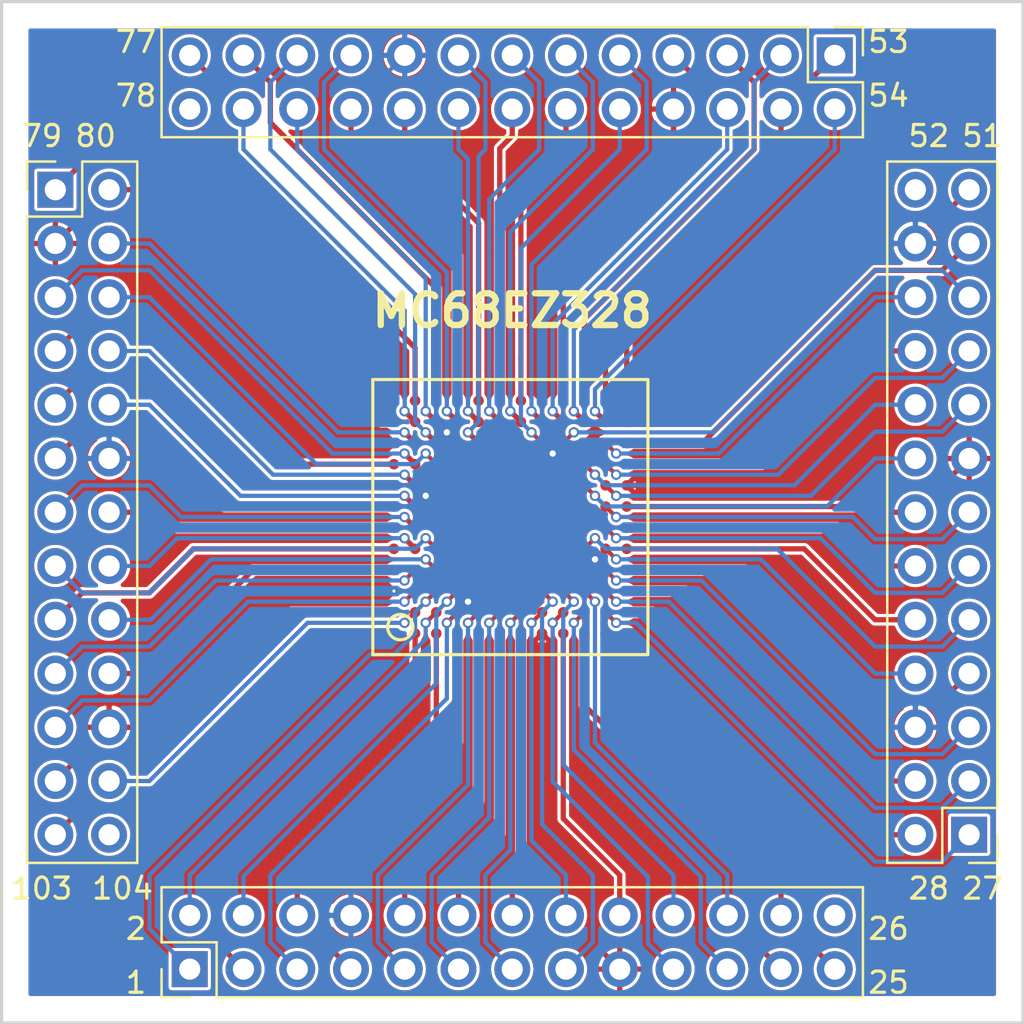
<source format=kicad_pcb>
(kicad_pcb (version 20171130) (host pcbnew "(5.1.4)-1")

  (general
    (thickness 1.6)
    (drawings 30)
    (tracks 549)
    (zones 0)
    (modules 5)
    (nets 93)
  )

  (page A4)
  (layers
    (0 F.Cu signal)
    (31 B.Cu signal)
    (32 B.Adhes user)
    (33 F.Adhes user)
    (34 B.Paste user)
    (35 F.Paste user)
    (36 B.SilkS user)
    (37 F.SilkS user)
    (38 B.Mask user)
    (39 F.Mask user)
    (40 Dwgs.User user)
    (41 Cmts.User user)
    (42 Eco1.User user hide)
    (43 Eco2.User user hide)
    (44 Edge.Cuts user)
    (45 Margin user)
    (46 B.CrtYd user)
    (47 F.CrtYd user)
    (48 B.Fab user)
    (49 F.Fab user hide)
  )

  (setup
    (last_trace_width 0.2)
    (trace_clearance 0.15)
    (zone_clearance 0.12)
    (zone_45_only no)
    (trace_min 0.2)
    (via_size 0.49)
    (via_drill 0.3)
    (via_min_size 0.4)
    (via_min_drill 0.3)
    (uvia_size 0.3)
    (uvia_drill 0.1)
    (uvias_allowed no)
    (uvia_min_size 0.2)
    (uvia_min_drill 0.1)
    (edge_width 0.15)
    (segment_width 0.2)
    (pcb_text_width 0.3)
    (pcb_text_size 1.5 1.5)
    (mod_edge_width 0.15)
    (mod_text_size 1 1)
    (mod_text_width 0.15)
    (pad_size 1.524 1.524)
    (pad_drill 0.762)
    (pad_to_mask_clearance 0.2)
    (aux_axis_origin 0 0)
    (visible_elements 7FFFFFFF)
    (pcbplotparams
      (layerselection 0x010f0_ffffffff)
      (usegerberextensions false)
      (usegerberattributes false)
      (usegerberadvancedattributes false)
      (creategerberjobfile false)
      (excludeedgelayer true)
      (linewidth 0.100000)
      (plotframeref false)
      (viasonmask false)
      (mode 1)
      (useauxorigin false)
      (hpglpennumber 1)
      (hpglpenspeed 20)
      (hpglpendiameter 15.000000)
      (psnegative false)
      (psa4output false)
      (plotreference true)
      (plotvalue true)
      (plotinvisibletext false)
      (padsonsilk false)
      (subtractmaskfromsilk false)
      (outputformat 1)
      (mirror false)
      (drillshape 0)
      (scaleselection 1)
      (outputdirectory ""))
  )

  (net 0 "")
  (net 1 /A19)
  (net 2 /A22)
  (net 3 /A23)
  (net 4 /SPMRXD)
  (net 5 /~DWE)
  (net 6 /TXD)
  (net 7 /~EMUIRQ)
  (net 8 /A18)
  (net 9 /A17)
  (net 10 /A21)
  (net 11 /A20)
  (net 12 /SPMTXD)
  (net 13 /SPMCLK)
  (net 14 /RXD)
  (net 15 /~CTS)
  (net 16 /~RST)
  (net 17 /~EMUCS)
  (net 18 /~HIZ)
  (net 19 /EXTAL)
  (net 20 /~EMUBRK)
  (net 21 /~PLLGND)
  (net 22 /XTAL)
  (net 23 /PLLVDD)
  (net 24 /~IRQ2)
  (net 25 /~IRQ6)
  (net 26 /CLKO)
  (net 27 /~IRQ5)
  (net 28 /~IRQ3)
  (net 29 /~IRQ1)
  (net 30 /~INT2)
  (net 31 /LPP)
  (net 32 /~INT3)
  (net 33 /~INT0)
  (net 34 /LACD)
  (net 35 /LFLM)
  (net 36 /~INT1)
  (net 37 /LCONTR)
  (net 38 /LCLK)
  (net 39 /LD0)
  (net 40 /LD1)
  (net 41 /LD2)
  (net 42 /LD3)
  (net 43 /TOUT)
  (net 44 /~CSD1)
  (net 45 /D0)
  (net 46 /D1)
  (net 47 /D4)
  (net 48 /D3)
  (net 49 /D6)
  (net 50 /D5)
  (net 51 /D2)
  (net 52 /D9)
  (net 53 /D8)
  (net 54 /D7)
  (net 55 /D11)
  (net 56 /D10)
  (net 57 /D12)
  (net 58 /D13)
  (net 59 /D14)
  (net 60 /D15)
  (net 61 /~CSA1)
  (net 62 /~CSA0)
  (net 63 /~CSC1)
  (net 64 /~CSC0)
  (net 65 /~CSB0)
  (net 66 /~CSB1)
  (net 67 /~CSD0)
  (net 68 /A16)
  (net 69 /A14)
  (net 70 VDD)
  (net 71 /A12)
  (net 72 /A9)
  (net 73 /A6)
  (net 74 /A4)
  (net 75 /A2)
  (net 76 /A0)
  (net 77 /~RESET)
  (net 78 /BUSW)
  (net 79 /~OE)
  (net 80 /~UWE)
  (net 81 /A1)
  (net 82 /A3)
  (net 83 /A5)
  (net 84 /A8)
  (net 85 /A15)
  (net 86 /A13)
  (net 87 /A11)
  (net 88 /A10)
  (net 89 /A7)
  (net 90 GND)
  (net 91 /~LWE)
  (net 92 /PWM0)

  (net_class Default "Это класс цепей по умолчанию."
    (clearance 0.15)
    (trace_width 0.2)
    (via_dia 0.49)
    (via_drill 0.3)
    (uvia_dia 0.3)
    (uvia_drill 0.1)
    (add_net /A0)
    (add_net /A1)
    (add_net /A10)
    (add_net /A11)
    (add_net /A12)
    (add_net /A13)
    (add_net /A14)
    (add_net /A15)
    (add_net /A16)
    (add_net /A17)
    (add_net /A18)
    (add_net /A19)
    (add_net /A2)
    (add_net /A20)
    (add_net /A21)
    (add_net /A22)
    (add_net /A23)
    (add_net /A3)
    (add_net /A4)
    (add_net /A5)
    (add_net /A6)
    (add_net /A7)
    (add_net /A8)
    (add_net /A9)
    (add_net /BUSW)
    (add_net /CLKO)
    (add_net /D0)
    (add_net /D1)
    (add_net /D10)
    (add_net /D11)
    (add_net /D12)
    (add_net /D13)
    (add_net /D14)
    (add_net /D15)
    (add_net /D2)
    (add_net /D3)
    (add_net /D4)
    (add_net /D5)
    (add_net /D6)
    (add_net /D7)
    (add_net /D8)
    (add_net /D9)
    (add_net /EXTAL)
    (add_net /LACD)
    (add_net /LCLK)
    (add_net /LCONTR)
    (add_net /LD0)
    (add_net /LD1)
    (add_net /LD2)
    (add_net /LD3)
    (add_net /LFLM)
    (add_net /LPP)
    (add_net /PLLVDD)
    (add_net /PWM0)
    (add_net /RXD)
    (add_net /SPMCLK)
    (add_net /SPMRXD)
    (add_net /SPMTXD)
    (add_net /TOUT)
    (add_net /TXD)
    (add_net /XTAL)
    (add_net /~CSA0)
    (add_net /~CSA1)
    (add_net /~CSB0)
    (add_net /~CSB1)
    (add_net /~CSC0)
    (add_net /~CSC1)
    (add_net /~CSD0)
    (add_net /~CSD1)
    (add_net /~CTS)
    (add_net /~DWE)
    (add_net /~EMUBRK)
    (add_net /~EMUCS)
    (add_net /~EMUIRQ)
    (add_net /~HIZ)
    (add_net /~INT0)
    (add_net /~INT1)
    (add_net /~INT2)
    (add_net /~INT3)
    (add_net /~IRQ1)
    (add_net /~IRQ2)
    (add_net /~IRQ3)
    (add_net /~IRQ5)
    (add_net /~IRQ6)
    (add_net /~LWE)
    (add_net /~OE)
    (add_net /~PLLGND)
    (add_net /~RESET)
    (add_net /~RST)
    (add_net /~UWE)
    (add_net GND)
    (add_net VDD)
  )

  (module SMD_Packages:BGA-144-1mm (layer F.Cu) (tedit 5C8392C1) (tstamp 5A2067F2)
    (at 148.5011 105.0036 90)
    (descr BGA-144-1mm)
    (path /5A1F987B)
    (attr smd)
    (fp_text reference D1 (at 7.8486 0.0889 180) (layer F.SilkS) hide
      (effects (font (size 1 1) (thickness 0.15)))
    )
    (fp_text value MC68EZ328 (at -7.4964 -0.0011 180) (layer F.Fab)
      (effects (font (size 1 1) (thickness 0.15)))
    )
    (fp_circle (center -5.19938 -5.19938) (end -5.19938 -5.79882) (layer F.SilkS) (width 0.15))
    (fp_line (start -6.49986 0) (end -6.49986 -6.49986) (layer F.SilkS) (width 0.15))
    (fp_line (start -6.49986 -6.49986) (end 6.49986 -6.49986) (layer F.SilkS) (width 0.15))
    (fp_line (start 6.49986 -6.49986) (end 6.49986 6.49986) (layer F.SilkS) (width 0.15))
    (fp_line (start 6.49986 6.49986) (end -6.49986 6.49986) (layer F.SilkS) (width 0.15))
    (fp_line (start -6.49986 6.49986) (end -6.49986 0) (layer F.SilkS) (width 0.15))
    (fp_line (start -3.50012 -5.50164) (end -3.48996 -5.50164) (layer F.SilkS) (width 0.15))
    (pad A1 smd circle (at -5.50164 -5.50164 90) (size 0.50038 0.50038) (layers F.Cu F.Paste F.Mask)
      (net 68 /A16))
    (pad A2 smd circle (at -4.50088 -5.50164 90) (size 0.50038 0.50038) (layers F.Cu F.Paste F.Mask)
      (net 69 /A14))
    (pad A3 smd circle (at -3.50012 -5.50164 90) (size 0.50038 0.50038) (layers F.Cu F.Paste F.Mask)
      (net 70 VDD))
    (pad A4 smd circle (at -2.5019 -5.50164 90) (size 0.50038 0.50038) (layers F.Cu F.Paste F.Mask)
      (net 71 /A12))
    (pad A5 smd circle (at -1.50114 -5.50164 90) (size 0.50038 0.50038) (layers F.Cu F.Paste F.Mask)
      (net 72 /A9))
    (pad A6 smd circle (at -0.50038 -5.50164 90) (size 0.50038 0.50038) (layers F.Cu F.Paste F.Mask)
      (net 73 /A6))
    (pad A7 smd circle (at 0.49784 -5.50164 90) (size 0.50038 0.50038) (layers F.Cu F.Paste F.Mask)
      (net 74 /A4))
    (pad A8 smd circle (at 1.4986 -5.50164 90) (size 0.50038 0.50038) (layers F.Cu F.Paste F.Mask)
      (net 75 /A2))
    (pad A9 smd circle (at 2.49936 -5.50164 90) (size 0.50038 0.50038) (layers F.Cu F.Paste F.Mask)
      (net 76 /A0))
    (pad A10 smd circle (at 3.50012 -5.50164 90) (size 0.50038 0.50038) (layers F.Cu F.Paste F.Mask)
      (net 70 VDD))
    (pad A11 smd circle (at 4.49834 -5.50164 90) (size 0.50038 0.50038) (layers F.Cu F.Paste F.Mask)
      (net 77 /~RESET))
    (pad A12 smd circle (at 5.4991 -5.50164 90) (size 0.50038 0.50038) (layers F.Cu F.Paste F.Mask)
      (net 78 /BUSW))
    (pad B1 smd circle (at -5.50164 -4.50088 90) (size 0.50038 0.50038) (layers F.Cu F.Paste F.Mask)
      (net 1 /A19))
    (pad C1 smd circle (at -5.50164 -3.50012 90) (size 0.50038 0.50038) (layers F.Cu F.Paste F.Mask)
      (net 2 /A22))
    (pad D1 smd circle (at -5.50164 -2.5019 90) (size 0.50038 0.50038) (layers F.Cu F.Paste F.Mask)
      (net 3 /A23))
    (pad E1 smd circle (at -5.50164 -1.50114 90) (size 0.50038 0.50038) (layers F.Cu F.Paste F.Mask)
      (net 4 /SPMRXD))
    (pad F1 smd circle (at -5.50164 -0.50038 90) (size 0.50038 0.50038) (layers F.Cu F.Paste F.Mask)
      (net 5 /~DWE))
    (pad G1 smd circle (at -5.50164 0.49784 90) (size 0.50038 0.50038) (layers F.Cu F.Paste F.Mask)
      (net 6 /TXD))
    (pad H1 smd circle (at -5.50164 1.4986 90) (size 0.50038 0.50038) (layers F.Cu F.Paste F.Mask)
      (net 70 VDD))
    (pad J1 smd circle (at -5.50164 2.49936 90) (size 0.50038 0.50038) (layers F.Cu F.Paste F.Mask)
      (net 7 /~EMUIRQ))
    (pad B12 smd circle (at 5.4991 -4.50088 90) (size 0.50038 0.50038) (layers F.Cu F.Paste F.Mask)
      (net 45 /D0))
    (pad B11 smd circle (at 4.49834 -4.50088 90) (size 0.50038 0.50038) (layers F.Cu F.Paste F.Mask)
      (net 46 /D1))
    (pad B10 smd circle (at 3.50012 -4.50088 90) (size 0.50038 0.50038) (layers F.Cu F.Paste F.Mask)
      (net 79 /~OE))
    (pad B9 smd circle (at 2.49936 -4.50088 90) (size 0.50038 0.50038) (layers F.Cu F.Paste F.Mask)
      (net 80 /~UWE))
    (pad B8 smd circle (at 1.4986 -4.50088 90) (size 0.50038 0.50038) (layers F.Cu F.Paste F.Mask)
      (net 81 /A1))
    (pad B7 smd circle (at 0.49784 -4.50088 90) (size 0.50038 0.50038) (layers F.Cu F.Paste F.Mask)
      (net 82 /A3))
    (pad B6 smd circle (at -0.50038 -4.50088 90) (size 0.50038 0.50038) (layers F.Cu F.Paste F.Mask)
      (net 83 /A5))
    (pad B5 smd circle (at -1.50114 -4.50088 90) (size 0.50038 0.50038) (layers F.Cu F.Paste F.Mask)
      (net 84 /A8))
    (pad B2 smd circle (at -4.50088 -4.50088 90) (size 0.50038 0.50038) (layers F.Cu F.Paste F.Mask)
      (net 85 /A15))
    (pad B3 smd circle (at -3.50012 -4.50088 90) (size 0.50038 0.50038) (layers F.Cu F.Paste F.Mask)
      (net 86 /A13))
    (pad B4 smd circle (at -2.5019 -4.50088 90) (size 0.50038 0.50038) (layers F.Cu F.Paste F.Mask)
      (net 87 /A11))
    (pad C2 smd circle (at -4.50088 -3.50012 90) (size 0.50038 0.50038) (layers F.Cu F.Paste F.Mask)
      (net 8 /A18))
    (pad C3 smd circle (at -3.50012 -3.50012 90) (size 0.50038 0.50038) (layers F.Cu F.Paste F.Mask)
      (net 9 /A17))
    (pad C4 smd circle (at -2.5019 -3.50012 90) (size 0.50038 0.50038) (layers F.Cu F.Paste F.Mask)
      (net 88 /A10))
    (pad C5 smd circle (at -1.50114 -3.50012 90) (size 0.50038 0.50038) (layers F.Cu F.Paste F.Mask)
      (net 89 /A7))
    (pad C6 smd circle (at -0.50038 -3.50012 90) (size 0.50038 0.50038) (layers F.Cu F.Paste F.Mask)
      (net 90 GND))
    (pad C7 smd circle (at 0.49784 -3.50012 90) (size 0.50038 0.50038) (layers F.Cu F.Paste F.Mask)
      (net 90 GND))
    (pad C8 smd circle (at 1.4986 -3.50012 90) (size 0.50038 0.50038) (layers F.Cu F.Paste F.Mask)
      (net 90 GND))
    (pad C9 smd circle (at 2.49936 -3.50012 90) (size 0.50038 0.50038) (layers F.Cu F.Paste F.Mask)
      (net 91 /~LWE))
    (pad D2 smd circle (at -4.50088 -2.5019 90) (size 0.50038 0.50038) (layers F.Cu F.Paste F.Mask)
      (net 10 /A21))
    (pad D3 smd circle (at -3.50012 -2.5019 90) (size 0.50038 0.50038) (layers F.Cu F.Paste F.Mask)
      (net 11 /A20))
    (pad D4 smd circle (at -2.5019 -2.5019 90) (size 0.50038 0.50038) (layers F.Cu F.Paste F.Mask)
      (net 90 GND))
    (pad D5 smd circle (at -1.50114 -2.5019 90) (size 0.50038 0.50038) (layers F.Cu F.Paste F.Mask)
      (net 90 GND))
    (pad D6 smd circle (at -0.50038 -2.5019 90) (size 0.50038 0.50038) (layers F.Cu F.Paste F.Mask)
      (net 90 GND))
    (pad D7 smd circle (at 0.49784 -2.5019 90) (size 0.50038 0.50038) (layers F.Cu F.Paste F.Mask)
      (net 90 GND))
    (pad D8 smd circle (at 1.4986 -2.5019 90) (size 0.50038 0.50038) (layers F.Cu F.Paste F.Mask)
      (net 90 GND))
    (pad D9 smd circle (at 2.49936 -2.5019 90) (size 0.50038 0.50038) (layers F.Cu F.Paste F.Mask)
      (net 90 GND))
    (pad E2 smd circle (at -4.50088 -1.50114 90) (size 0.50038 0.50038) (layers F.Cu F.Paste F.Mask)
      (net 12 /SPMTXD))
    (pad E3 smd circle (at -3.50012 -1.50114 90) (size 0.50038 0.50038) (layers F.Cu F.Paste F.Mask)
      (net 90 GND))
    (pad E4 smd circle (at -2.5019 -1.50114 90) (size 0.50038 0.50038) (layers F.Cu F.Paste F.Mask)
      (net 90 GND))
    (pad C10 smd circle (at 3.50012 -3.50012 90) (size 0.50038 0.50038) (layers F.Cu F.Paste F.Mask)
      (net 47 /D4))
    (pad D10 smd circle (at 3.50012 -2.5019 90) (size 0.50038 0.50038) (layers F.Cu F.Paste F.Mask)
      (net 90 GND))
    (pad C11 smd circle (at 4.49834 -3.50012 90) (size 0.50038 0.50038) (layers F.Cu F.Paste F.Mask)
      (net 48 /D3))
    (pad D11 smd circle (at 4.49834 -2.5019 90) (size 0.50038 0.50038) (layers F.Cu F.Paste F.Mask)
      (net 49 /D6))
    (pad D12 smd circle (at 5.4991 -2.5019 90) (size 0.50038 0.50038) (layers F.Cu F.Paste F.Mask)
      (net 50 /D5))
    (pad C12 smd circle (at 5.4991 -3.50012 90) (size 0.50038 0.50038) (layers F.Cu F.Paste F.Mask)
      (net 51 /D2))
    (pad F2 smd circle (at -4.50088 -0.50038 90) (size 0.50038 0.50038) (layers F.Cu F.Paste F.Mask)
      (net 13 /SPMCLK))
    (pad F3 smd circle (at -3.50012 -0.50038 90) (size 0.50038 0.50038) (layers F.Cu F.Paste F.Mask)
      (net 90 GND))
    (pad F4 smd circle (at -2.5019 -0.50038 90) (size 0.50038 0.50038) (layers F.Cu F.Paste F.Mask)
      (net 90 GND))
    (pad G4 smd circle (at -2.5019 0.49784 90) (size 0.50038 0.50038) (layers F.Cu F.Paste F.Mask)
      (net 90 GND))
    (pad G3 smd circle (at -3.50012 0.49784 90) (size 0.50038 0.50038) (layers F.Cu F.Paste F.Mask)
      (net 90 GND))
    (pad G2 smd circle (at -4.50088 0.49784 90) (size 0.50038 0.50038) (layers F.Cu F.Paste F.Mask)
      (net 14 /RXD))
    (pad H2 smd circle (at -4.50088 1.4986 90) (size 0.50038 0.50038) (layers F.Cu F.Paste F.Mask)
      (net 15 /~CTS))
    (pad H3 smd circle (at -3.50012 1.4986 90) (size 0.50038 0.50038) (layers F.Cu F.Paste F.Mask)
      (net 16 /~RST))
    (pad H4 smd circle (at -2.5019 1.4986 90) (size 0.50038 0.50038) (layers F.Cu F.Paste F.Mask)
      (net 90 GND))
    (pad J4 smd circle (at -2.5019 2.49936 90) (size 0.50038 0.50038) (layers F.Cu F.Paste F.Mask)
      (net 90 GND))
    (pad J3 smd circle (at -3.50012 2.49936 90) (size 0.50038 0.50038) (layers F.Cu F.Paste F.Mask)
      (net 17 /~EMUCS))
    (pad J2 smd circle (at -4.50088 2.49936 90) (size 0.50038 0.50038) (layers F.Cu F.Paste F.Mask)
      (net 18 /~HIZ))
    (pad K1 smd circle (at -5.50164 3.50012 90) (size 0.50038 0.50038) (layers F.Cu F.Paste F.Mask)
      (net 19 /EXTAL))
    (pad K2 smd circle (at -4.50088 3.50012 90) (size 0.50038 0.50038) (layers F.Cu F.Paste F.Mask)
      (net 20 /~EMUBRK))
    (pad K3 smd circle (at -3.50012 3.50012 90) (size 0.50038 0.50038) (layers F.Cu F.Paste F.Mask)
      (net 21 /~PLLGND))
    (pad K4 smd circle (at -2.5019 3.50012 90) (size 0.50038 0.50038) (layers F.Cu F.Paste F.Mask)
      (net 90 GND))
    (pad L4 smd circle (at -2.5019 4.49834 90) (size 0.50038 0.50038) (layers F.Cu F.Paste F.Mask)
      (net 24 /~IRQ2))
    (pad L3 smd circle (at -3.50012 4.49834 90) (size 0.50038 0.50038) (layers F.Cu F.Paste F.Mask)
      (net 25 /~IRQ6))
    (pad L2 smd circle (at -4.50088 4.49834 90) (size 0.50038 0.50038) (layers F.Cu F.Paste F.Mask)
      (net 26 /CLKO))
    (pad L1 smd circle (at -5.50164 4.49834 90) (size 0.50038 0.50038) (layers F.Cu F.Paste F.Mask)
      (net 22 /XTAL))
    (pad M1 smd circle (at -5.50164 5.4991 90) (size 0.50038 0.50038) (layers F.Cu F.Paste F.Mask)
      (net 23 /PLLVDD))
    (pad M2 smd circle (at -4.50088 5.4991 90) (size 0.50038 0.50038) (layers F.Cu F.Paste F.Mask)
      (net 27 /~IRQ5))
    (pad M3 smd circle (at -3.50012 5.4991 90) (size 0.50038 0.50038) (layers F.Cu F.Paste F.Mask)
      (net 28 /~IRQ3))
    (pad M4 smd circle (at -2.5019 5.4991 90) (size 0.50038 0.50038) (layers F.Cu F.Paste F.Mask)
      (net 29 /~IRQ1))
    (pad E8 smd circle (at 1.4986 -1.50114 90) (size 0.50038 0.50038) (layers F.Cu F.Paste F.Mask)
      (net 90 GND))
    (pad E7 smd circle (at 0.49784 -1.50114 90) (size 0.50038 0.50038) (layers F.Cu F.Paste F.Mask)
      (net 90 GND))
    (pad E6 smd circle (at -0.50038 -1.50114 90) (size 0.50038 0.50038) (layers F.Cu F.Paste F.Mask)
      (net 90 GND))
    (pad E5 smd circle (at -1.50114 -1.50114 90) (size 0.50038 0.50038) (layers F.Cu F.Paste F.Mask)
      (net 90 GND))
    (pad F5 smd circle (at -1.50114 -0.50038 90) (size 0.50038 0.50038) (layers F.Cu F.Paste F.Mask)
      (net 90 GND))
    (pad F6 smd circle (at -0.50038 -0.50038 90) (size 0.50038 0.50038) (layers F.Cu F.Paste F.Mask)
      (net 90 GND))
    (pad F7 smd circle (at 0.49784 -0.50038 90) (size 0.50038 0.50038) (layers F.Cu F.Paste F.Mask)
      (net 90 GND))
    (pad F8 smd circle (at 1.4986 -0.50038 90) (size 0.50038 0.50038) (layers F.Cu F.Paste F.Mask)
      (net 90 GND))
    (pad G5 smd circle (at -1.50114 0.49784 90) (size 0.50038 0.50038) (layers F.Cu F.Paste F.Mask)
      (net 90 GND))
    (pad G6 smd circle (at -0.50038 0.49784 90) (size 0.50038 0.50038) (layers F.Cu F.Paste F.Mask)
      (net 90 GND))
    (pad G7 smd circle (at 0.49784 0.49784 90) (size 0.50038 0.50038) (layers F.Cu F.Paste F.Mask)
      (net 90 GND))
    (pad G8 smd circle (at 1.4986 0.49784 90) (size 0.50038 0.50038) (layers F.Cu F.Paste F.Mask)
      (net 90 GND))
    (pad H5 smd circle (at -1.50114 1.4986 90) (size 0.50038 0.50038) (layers F.Cu F.Paste F.Mask)
      (net 90 GND))
    (pad H6 smd circle (at -0.50038 1.4986 90) (size 0.50038 0.50038) (layers F.Cu F.Paste F.Mask)
      (net 90 GND))
    (pad H7 smd circle (at 0.49784 1.4986 90) (size 0.50038 0.50038) (layers F.Cu F.Paste F.Mask)
      (net 90 GND))
    (pad H8 smd circle (at 1.4986 1.4986 90) (size 0.50038 0.50038) (layers F.Cu F.Paste F.Mask)
      (net 90 GND))
    (pad J5 smd circle (at -1.50114 2.49936 90) (size 0.50038 0.50038) (layers F.Cu F.Paste F.Mask)
      (net 90 GND))
    (pad J6 smd circle (at -0.50038 2.49936 90) (size 0.50038 0.50038) (layers F.Cu F.Paste F.Mask)
      (net 90 GND))
    (pad J7 smd circle (at 0.49784 2.49936 90) (size 0.50038 0.50038) (layers F.Cu F.Paste F.Mask)
      (net 90 GND))
    (pad J8 smd circle (at 1.4986 2.49936 90) (size 0.50038 0.50038) (layers F.Cu F.Paste F.Mask)
      (net 90 GND))
    (pad K5 smd circle (at -1.50114 3.50012 90) (size 0.50038 0.50038) (layers F.Cu F.Paste F.Mask)
      (net 30 /~INT2))
    (pad K6 smd circle (at -0.50038 3.50012 90) (size 0.50038 0.50038) (layers F.Cu F.Paste F.Mask)
      (net 90 GND))
    (pad K7 smd circle (at 0.49784 3.50012 90) (size 0.50038 0.50038) (layers F.Cu F.Paste F.Mask)
      (net 90 GND))
    (pad K8 smd circle (at 1.4986 3.50012 90) (size 0.50038 0.50038) (layers F.Cu F.Paste F.Mask)
      (net 31 /LPP))
    (pad L5 smd circle (at -1.50114 4.49834 90) (size 0.50038 0.50038) (layers F.Cu F.Paste F.Mask)
      (net 32 /~INT3))
    (pad L6 smd circle (at -0.50038 4.49834 90) (size 0.50038 0.50038) (layers F.Cu F.Paste F.Mask)
      (net 33 /~INT0))
    (pad L7 smd circle (at 0.49784 4.49834 90) (size 0.50038 0.50038) (layers F.Cu F.Paste F.Mask)
      (net 34 /LACD))
    (pad L8 smd circle (at 1.4986 4.49834 90) (size 0.50038 0.50038) (layers F.Cu F.Paste F.Mask)
      (net 35 /LFLM))
    (pad M5 smd circle (at -1.50114 5.4991 90) (size 0.50038 0.50038) (layers F.Cu F.Paste F.Mask)
      (net 36 /~INT1))
    (pad M6 smd circle (at -0.50038 5.4991 90) (size 0.50038 0.50038) (layers F.Cu F.Paste F.Mask)
      (net 37 /LCONTR))
    (pad M7 smd circle (at 0.49784 5.4991 90) (size 0.50038 0.50038) (layers F.Cu F.Paste F.Mask)
      (net 38 /LCLK))
    (pad M8 smd circle (at 1.4986 5.4991 90) (size 0.50038 0.50038) (layers F.Cu F.Paste F.Mask)
      (net 70 VDD))
    (pad E9 smd circle (at 2.49936 -1.50114 90) (size 0.50038 0.50038) (layers F.Cu F.Paste F.Mask)
      (net 90 GND))
    (pad E10 smd circle (at 3.50012 -1.50114 90) (size 0.50038 0.50038) (layers F.Cu F.Paste F.Mask)
      (net 52 /D9))
    (pad E11 smd circle (at 4.49834 -1.50114 90) (size 0.50038 0.50038) (layers F.Cu F.Paste F.Mask)
      (net 53 /D8))
    (pad E12 smd circle (at 5.4991 -1.50114 90) (size 0.50038 0.50038) (layers F.Cu F.Paste F.Mask)
      (net 54 /D7))
    (pad F9 smd circle (at 2.49936 -0.50038 90) (size 0.50038 0.50038) (layers F.Cu F.Paste F.Mask)
      (net 90 GND))
    (pad F10 smd circle (at 3.50012 -0.50038 90) (size 0.50038 0.50038) (layers F.Cu F.Paste F.Mask)
      (net 90 GND))
    (pad F11 smd circle (at 4.49834 -0.50038 90) (size 0.50038 0.50038) (layers F.Cu F.Paste F.Mask)
      (net 55 /D11))
    (pad F12 smd circle (at 5.4991 -0.50038 90) (size 0.50038 0.50038) (layers F.Cu F.Paste F.Mask)
      (net 56 /D10))
    (pad J9 smd circle (at 2.49936 2.49936 90) (size 0.50038 0.50038) (layers F.Cu F.Paste F.Mask)
      (net 90 GND))
    (pad G12 smd circle (at 5.4991 0.49784 90) (size 0.50038 0.50038) (layers F.Cu F.Paste F.Mask)
      (net 57 /D12))
    (pad G11 smd circle (at 4.49834 0.49784 90) (size 0.50038 0.50038) (layers F.Cu F.Paste F.Mask)
      (net 58 /D13))
    (pad G10 smd circle (at 3.50012 0.49784 90) (size 0.50038 0.50038) (layers F.Cu F.Paste F.Mask)
      (net 90 GND))
    (pad G9 smd circle (at 2.49936 0.49784 90) (size 0.50038 0.50038) (layers F.Cu F.Paste F.Mask)
      (net 90 GND))
    (pad H9 smd circle (at 2.49936 1.4986 90) (size 0.50038 0.50038) (layers F.Cu F.Paste F.Mask)
      (net 90 GND))
    (pad H10 smd circle (at 3.50012 1.4986 90) (size 0.50038 0.50038) (layers F.Cu F.Paste F.Mask)
      (net 59 /D14))
    (pad H11 smd circle (at 4.49834 1.4986 90) (size 0.50038 0.50038) (layers F.Cu F.Paste F.Mask)
      (net 60 /D15))
    (pad H12 smd circle (at 5.4991 1.4986 90) (size 0.50038 0.50038) (layers F.Cu F.Paste F.Mask)
      (net 70 VDD))
    (pad J10 smd circle (at 3.50012 2.49936 90) (size 0.50038 0.50038) (layers F.Cu F.Paste F.Mask)
      (net 39 /LD0))
    (pad J11 smd circle (at 4.49834 2.49936 90) (size 0.50038 0.50038) (layers F.Cu F.Paste F.Mask)
      (net 61 /~CSA1))
    (pad J12 smd circle (at 5.4991 2.49936 90) (size 0.50038 0.50038) (layers F.Cu F.Paste F.Mask)
      (net 62 /~CSA0))
    (pad M9 smd circle (at 2.49936 5.4991 90) (size 0.50038 0.50038) (layers F.Cu F.Paste F.Mask)
      (net 40 /LD1))
    (pad L9 smd circle (at 2.49936 4.49834 90) (size 0.50038 0.50038) (layers F.Cu F.Paste F.Mask)
      (net 41 /LD2))
    (pad K9 smd circle (at 2.49936 3.50012 90) (size 0.50038 0.50038) (layers F.Cu F.Paste F.Mask)
      (net 42 /LD3))
    (pad K10 smd circle (at 3.50012 3.50012 90) (size 0.50038 0.50038) (layers F.Cu F.Paste F.Mask)
      (net 90 GND))
    (pad L10 smd circle (at 3.50012 4.49834 90) (size 0.50038 0.50038) (layers F.Cu F.Paste F.Mask)
      (net 92 /PWM0))
    (pad M10 smd circle (at 3.50012 5.4991 90) (size 0.50038 0.50038) (layers F.Cu F.Paste F.Mask)
      (net 43 /TOUT))
    (pad M11 smd circle (at 4.49834 5.4991 90) (size 0.50038 0.50038) (layers F.Cu F.Paste F.Mask)
      (net 44 /~CSD1))
    (pad L11 smd circle (at 4.49834 4.49834 90) (size 0.50038 0.50038) (layers F.Cu F.Paste F.Mask)
      (net 63 /~CSC1))
    (pad K11 smd circle (at 4.49834 3.50012 90) (size 0.50038 0.50038) (layers F.Cu F.Paste F.Mask)
      (net 64 /~CSC0))
    (pad K12 smd circle (at 5.4991 3.50012 90) (size 0.50038 0.50038) (layers F.Cu F.Paste F.Mask)
      (net 65 /~CSB0))
    (pad L12 smd circle (at 5.4991 4.49834 90) (size 0.50038 0.50038) (layers F.Cu F.Paste F.Mask)
      (net 66 /~CSB1))
    (pad M12 smd circle (at 5.4991 5.4991 90) (size 0.50038 0.50038) (layers F.Cu F.Paste F.Mask)
      (net 67 /~CSD0))
  )

  (module Pin_Headers:Pin_Header_Straight_2x13_Pitch2.54mm (layer F.Cu) (tedit 5C8392A1) (tstamp 5A206822)
    (at 133.35 126.365 90)
    (descr "Through hole straight pin header, 2x13, 2.54mm pitch, double rows")
    (tags "Through hole pin header THT 2x13 2.54mm double row")
    (path /5A1FA3EB)
    (fp_text reference P1 (at 5.08 0 180) (layer F.SilkS) hide
      (effects (font (size 1 1) (thickness 0.15)))
    )
    (fp_text value CONN_02X13 (at 5.715 15.24 180) (layer F.Fab)
      (effects (font (size 1 1) (thickness 0.15)))
    )
    (fp_line (start 0 -1.27) (end 3.81 -1.27) (layer F.Fab) (width 0.1))
    (fp_line (start 3.81 -1.27) (end 3.81 31.75) (layer F.Fab) (width 0.1))
    (fp_line (start 3.81 31.75) (end -1.27 31.75) (layer F.Fab) (width 0.1))
    (fp_line (start -1.27 31.75) (end -1.27 0) (layer F.Fab) (width 0.1))
    (fp_line (start -1.27 0) (end 0 -1.27) (layer F.Fab) (width 0.1))
    (fp_line (start -1.33 31.81) (end 3.87 31.81) (layer F.SilkS) (width 0.12))
    (fp_line (start -1.33 1.27) (end -1.33 31.81) (layer F.SilkS) (width 0.12))
    (fp_line (start 3.87 -1.33) (end 3.87 31.81) (layer F.SilkS) (width 0.12))
    (fp_line (start -1.33 1.27) (end 1.27 1.27) (layer F.SilkS) (width 0.12))
    (fp_line (start 1.27 1.27) (end 1.27 -1.33) (layer F.SilkS) (width 0.12))
    (fp_line (start 1.27 -1.33) (end 3.87 -1.33) (layer F.SilkS) (width 0.12))
    (fp_line (start -1.33 0) (end -1.33 -1.33) (layer F.SilkS) (width 0.12))
    (fp_line (start -1.33 -1.33) (end 0 -1.33) (layer F.SilkS) (width 0.12))
    (fp_line (start -1.8 -1.8) (end -1.8 32.25) (layer F.CrtYd) (width 0.05))
    (fp_line (start -1.8 32.25) (end 4.35 32.25) (layer F.CrtYd) (width 0.05))
    (fp_line (start 4.35 32.25) (end 4.35 -1.8) (layer F.CrtYd) (width 0.05))
    (fp_line (start 4.35 -1.8) (end -1.8 -1.8) (layer F.CrtYd) (width 0.05))
    (fp_text user %R (at 1.27 15.24 180) (layer F.Fab)
      (effects (font (size 1 1) (thickness 0.15)))
    )
    (pad 1 thru_hole rect (at 0 0 90) (size 1.7 1.7) (drill 1) (layers *.Cu *.Mask)
      (net 9 /A17))
    (pad 2 thru_hole oval (at 2.54 0 90) (size 1.7 1.7) (drill 1) (layers *.Cu *.Mask)
      (net 8 /A18))
    (pad 3 thru_hole oval (at 0 2.54 90) (size 1.7 1.7) (drill 1) (layers *.Cu *.Mask)
      (net 1 /A19))
    (pad 4 thru_hole oval (at 2.54 2.54 90) (size 1.7 1.7) (drill 1) (layers *.Cu *.Mask)
      (net 11 /A20))
    (pad 5 thru_hole oval (at 0 5.08 90) (size 1.7 1.7) (drill 1) (layers *.Cu *.Mask)
      (net 10 /A21))
    (pad 6 thru_hole oval (at 2.54 5.08 90) (size 1.7 1.7) (drill 1) (layers *.Cu *.Mask)
      (net 2 /A22))
    (pad 7 thru_hole oval (at 0 7.62 90) (size 1.7 1.7) (drill 1) (layers *.Cu *.Mask)
      (net 3 /A23))
    (pad 8 thru_hole oval (at 2.54 7.62 90) (size 1.7 1.7) (drill 1) (layers *.Cu *.Mask)
      (net 90 GND))
    (pad 9 thru_hole oval (at 0 10.16 90) (size 1.7 1.7) (drill 1) (layers *.Cu *.Mask)
      (net 12 /SPMTXD))
    (pad 10 thru_hole oval (at 2.54 10.16 90) (size 1.7 1.7) (drill 1) (layers *.Cu *.Mask)
      (net 4 /SPMRXD))
    (pad 11 thru_hole oval (at 0 12.7 90) (size 1.7 1.7) (drill 1) (layers *.Cu *.Mask)
      (net 13 /SPMCLK))
    (pad 12 thru_hole oval (at 2.54 12.7 90) (size 1.7 1.7) (drill 1) (layers *.Cu *.Mask)
      (net 5 /~DWE))
    (pad 13 thru_hole oval (at 0 15.24 90) (size 1.7 1.7) (drill 1) (layers *.Cu *.Mask)
      (net 14 /RXD))
    (pad 14 thru_hole oval (at 2.54 15.24 90) (size 1.7 1.7) (drill 1) (layers *.Cu *.Mask)
      (net 6 /TXD))
    (pad 15 thru_hole oval (at 0 17.78 90) (size 1.7 1.7) (drill 1) (layers *.Cu *.Mask)
      (net 16 /~RST))
    (pad 16 thru_hole oval (at 2.54 17.78 90) (size 1.7 1.7) (drill 1) (layers *.Cu *.Mask)
      (net 15 /~CTS))
    (pad 17 thru_hole oval (at 0 20.32 90) (size 1.7 1.7) (drill 1) (layers *.Cu *.Mask)
      (net 70 VDD))
    (pad 18 thru_hole oval (at 2.54 20.32 90) (size 1.7 1.7) (drill 1) (layers *.Cu *.Mask)
      (net 7 /~EMUIRQ))
    (pad 19 thru_hole oval (at 0 22.86 90) (size 1.7 1.7) (drill 1) (layers *.Cu *.Mask)
      (net 18 /~HIZ))
    (pad 20 thru_hole oval (at 2.54 22.86 90) (size 1.7 1.7) (drill 1) (layers *.Cu *.Mask)
      (net 17 /~EMUCS))
    (pad 21 thru_hole oval (at 0 25.4 90) (size 1.7 1.7) (drill 1) (layers *.Cu *.Mask)
      (net 20 /~EMUBRK))
    (pad 22 thru_hole oval (at 2.54 25.4 90) (size 1.7 1.7) (drill 1) (layers *.Cu *.Mask)
      (net 21 /~PLLGND))
    (pad 23 thru_hole oval (at 0 27.94 90) (size 1.7 1.7) (drill 1) (layers *.Cu *.Mask)
      (net 19 /EXTAL))
    (pad 24 thru_hole oval (at 2.54 27.94 90) (size 1.7 1.7) (drill 1) (layers *.Cu *.Mask)
      (net 22 /XTAL))
    (pad 25 thru_hole oval (at 0 30.48 90) (size 1.7 1.7) (drill 1) (layers *.Cu *.Mask)
      (net 23 /PLLVDD))
    (pad 26 thru_hole oval (at 2.54 30.48 90) (size 1.7 1.7) (drill 1) (layers *.Cu *.Mask))
    (model ${KISYS3DMOD}/Pin_Headers.3dshapes/Pin_Header_Straight_2x13_Pitch2.54mm.wrl
      (at (xyz 0 0 0))
      (scale (xyz 1 1 1))
      (rotate (xyz 0 0 0))
    )
  )

  (module Pin_Headers:Pin_Header_Straight_2x13_Pitch2.54mm (layer F.Cu) (tedit 5C8392B0) (tstamp 5A206852)
    (at 170.18 120.015 180)
    (descr "Through hole straight pin header, 2x13, 2.54mm pitch, double rows")
    (tags "Through hole pin header THT 2x13 2.54mm double row")
    (path /5A1FA45D)
    (fp_text reference P2 (at 5.08 0 270) (layer F.SilkS) hide
      (effects (font (size 1 1) (thickness 0.15)))
    )
    (fp_text value CONN_02X13 (at 5.715 15.24 270) (layer F.Fab)
      (effects (font (size 1 1) (thickness 0.15)))
    )
    (fp_line (start 0 -1.27) (end 3.81 -1.27) (layer F.Fab) (width 0.1))
    (fp_line (start 3.81 -1.27) (end 3.81 31.75) (layer F.Fab) (width 0.1))
    (fp_line (start 3.81 31.75) (end -1.27 31.75) (layer F.Fab) (width 0.1))
    (fp_line (start -1.27 31.75) (end -1.27 0) (layer F.Fab) (width 0.1))
    (fp_line (start -1.27 0) (end 0 -1.27) (layer F.Fab) (width 0.1))
    (fp_line (start -1.33 31.81) (end 3.87 31.81) (layer F.SilkS) (width 0.12))
    (fp_line (start -1.33 1.27) (end -1.33 31.81) (layer F.SilkS) (width 0.12))
    (fp_line (start 3.87 -1.33) (end 3.87 31.81) (layer F.SilkS) (width 0.12))
    (fp_line (start -1.33 1.27) (end 1.27 1.27) (layer F.SilkS) (width 0.12))
    (fp_line (start 1.27 1.27) (end 1.27 -1.33) (layer F.SilkS) (width 0.12))
    (fp_line (start 1.27 -1.33) (end 3.87 -1.33) (layer F.SilkS) (width 0.12))
    (fp_line (start -1.33 0) (end -1.33 -1.33) (layer F.SilkS) (width 0.12))
    (fp_line (start -1.33 -1.33) (end 0 -1.33) (layer F.SilkS) (width 0.12))
    (fp_line (start -1.8 -1.8) (end -1.8 32.25) (layer F.CrtYd) (width 0.05))
    (fp_line (start -1.8 32.25) (end 4.35 32.25) (layer F.CrtYd) (width 0.05))
    (fp_line (start 4.35 32.25) (end 4.35 -1.8) (layer F.CrtYd) (width 0.05))
    (fp_line (start 4.35 -1.8) (end -1.8 -1.8) (layer F.CrtYd) (width 0.05))
    (fp_text user %R (at 1.27 15.24 270) (layer F.Fab)
      (effects (font (size 1 1) (thickness 0.15)))
    )
    (pad 1 thru_hole rect (at 0 0 180) (size 1.7 1.7) (drill 1) (layers *.Cu *.Mask)
      (net 26 /CLKO))
    (pad 2 thru_hole oval (at 2.54 0 180) (size 1.7 1.7) (drill 1) (layers *.Cu *.Mask)
      (net 27 /~IRQ5))
    (pad 3 thru_hole oval (at 0 2.54 180) (size 1.7 1.7) (drill 1) (layers *.Cu *.Mask)
      (net 25 /~IRQ6))
    (pad 4 thru_hole oval (at 2.54 2.54 180) (size 1.7 1.7) (drill 1) (layers *.Cu *.Mask)
      (net 28 /~IRQ3))
    (pad 5 thru_hole oval (at 0 5.08 180) (size 1.7 1.7) (drill 1) (layers *.Cu *.Mask)
      (net 24 /~IRQ2))
    (pad 6 thru_hole oval (at 2.54 5.08 180) (size 1.7 1.7) (drill 1) (layers *.Cu *.Mask)
      (net 90 GND))
    (pad 7 thru_hole oval (at 0 7.62 180) (size 1.7 1.7) (drill 1) (layers *.Cu *.Mask)
      (net 29 /~IRQ1))
    (pad 8 thru_hole oval (at 2.54 7.62 180) (size 1.7 1.7) (drill 1) (layers *.Cu *.Mask)
      (net 32 /~INT3))
    (pad 9 thru_hole oval (at 0 10.16 180) (size 1.7 1.7) (drill 1) (layers *.Cu *.Mask)
      (net 30 /~INT2))
    (pad 10 thru_hole oval (at 2.54 10.16 180) (size 1.7 1.7) (drill 1) (layers *.Cu *.Mask)
      (net 36 /~INT1))
    (pad 11 thru_hole oval (at 0 12.7 180) (size 1.7 1.7) (drill 1) (layers *.Cu *.Mask)
      (net 33 /~INT0))
    (pad 12 thru_hole oval (at 2.54 12.7 180) (size 1.7 1.7) (drill 1) (layers *.Cu *.Mask)
      (net 37 /LCONTR))
    (pad 13 thru_hole oval (at 0 15.24 180) (size 1.7 1.7) (drill 1) (layers *.Cu *.Mask)
      (net 34 /LACD))
    (pad 14 thru_hole oval (at 2.54 15.24 180) (size 1.7 1.7) (drill 1) (layers *.Cu *.Mask)
      (net 38 /LCLK))
    (pad 15 thru_hole oval (at 0 17.78 180) (size 1.7 1.7) (drill 1) (layers *.Cu *.Mask)
      (net 70 VDD))
    (pad 16 thru_hole oval (at 2.54 17.78 180) (size 1.7 1.7) (drill 1) (layers *.Cu *.Mask)
      (net 31 /LPP))
    (pad 17 thru_hole oval (at 0 20.32 180) (size 1.7 1.7) (drill 1) (layers *.Cu *.Mask)
      (net 35 /LFLM))
    (pad 18 thru_hole oval (at 2.54 20.32 180) (size 1.7 1.7) (drill 1) (layers *.Cu *.Mask)
      (net 42 /LD3))
    (pad 19 thru_hole oval (at 0 22.86 180) (size 1.7 1.7) (drill 1) (layers *.Cu *.Mask)
      (net 41 /LD2))
    (pad 20 thru_hole oval (at 2.54 22.86 180) (size 1.7 1.7) (drill 1) (layers *.Cu *.Mask)
      (net 40 /LD1))
    (pad 21 thru_hole oval (at 0 25.4 180) (size 1.7 1.7) (drill 1) (layers *.Cu *.Mask)
      (net 39 /LD0))
    (pad 22 thru_hole oval (at 2.54 25.4 180) (size 1.7 1.7) (drill 1) (layers *.Cu *.Mask)
      (net 92 /PWM0))
    (pad 23 thru_hole oval (at 0 27.94 180) (size 1.7 1.7) (drill 1) (layers *.Cu *.Mask)
      (net 43 /TOUT))
    (pad 24 thru_hole oval (at 2.54 27.94 180) (size 1.7 1.7) (drill 1) (layers *.Cu *.Mask)
      (net 90 GND))
    (pad 25 thru_hole oval (at 0 30.48 180) (size 1.7 1.7) (drill 1) (layers *.Cu *.Mask)
      (net 44 /~CSD1))
    (pad 26 thru_hole oval (at 2.54 30.48 180) (size 1.7 1.7) (drill 1) (layers *.Cu *.Mask))
    (model ${KISYS3DMOD}/Pin_Headers.3dshapes/Pin_Header_Straight_2x13_Pitch2.54mm.wrl
      (at (xyz 0 0 0))
      (scale (xyz 1 1 1))
      (rotate (xyz 0 0 0))
    )
  )

  (module Pin_Headers:Pin_Header_Straight_2x13_Pitch2.54mm (layer F.Cu) (tedit 5C839307) (tstamp 5A206882)
    (at 163.83 83.185 270)
    (descr "Through hole straight pin header, 2x13, 2.54mm pitch, double rows")
    (tags "Through hole pin header THT 2x13 2.54mm double row")
    (path /5A1FA4EB)
    (fp_text reference P3 (at 5.08 0) (layer F.SilkS) hide
      (effects (font (size 1 1) (thickness 0.15)))
    )
    (fp_text value CONN_02X13 (at 5.715 15.24) (layer F.Fab)
      (effects (font (size 1 1) (thickness 0.15)))
    )
    (fp_line (start 0 -1.27) (end 3.81 -1.27) (layer F.Fab) (width 0.1))
    (fp_line (start 3.81 -1.27) (end 3.81 31.75) (layer F.Fab) (width 0.1))
    (fp_line (start 3.81 31.75) (end -1.27 31.75) (layer F.Fab) (width 0.1))
    (fp_line (start -1.27 31.75) (end -1.27 0) (layer F.Fab) (width 0.1))
    (fp_line (start -1.27 0) (end 0 -1.27) (layer F.Fab) (width 0.1))
    (fp_line (start -1.33 31.81) (end 3.87 31.81) (layer F.SilkS) (width 0.12))
    (fp_line (start -1.33 1.27) (end -1.33 31.81) (layer F.SilkS) (width 0.12))
    (fp_line (start 3.87 -1.33) (end 3.87 31.81) (layer F.SilkS) (width 0.12))
    (fp_line (start -1.33 1.27) (end 1.27 1.27) (layer F.SilkS) (width 0.12))
    (fp_line (start 1.27 1.27) (end 1.27 -1.33) (layer F.SilkS) (width 0.12))
    (fp_line (start 1.27 -1.33) (end 3.87 -1.33) (layer F.SilkS) (width 0.12))
    (fp_line (start -1.33 0) (end -1.33 -1.33) (layer F.SilkS) (width 0.12))
    (fp_line (start -1.33 -1.33) (end 0 -1.33) (layer F.SilkS) (width 0.12))
    (fp_line (start -1.8 -1.8) (end -1.8 32.25) (layer F.CrtYd) (width 0.05))
    (fp_line (start -1.8 32.25) (end 4.35 32.25) (layer F.CrtYd) (width 0.05))
    (fp_line (start 4.35 32.25) (end 4.35 -1.8) (layer F.CrtYd) (width 0.05))
    (fp_line (start 4.35 -1.8) (end -1.8 -1.8) (layer F.CrtYd) (width 0.05))
    (fp_text user %R (at 1.27 15.24) (layer F.Fab)
      (effects (font (size 1 1) (thickness 0.15)))
    )
    (pad 1 thru_hole rect (at 0 0 270) (size 1.7 1.7) (drill 1) (layers *.Cu *.Mask)
      (net 67 /~CSD0))
    (pad 2 thru_hole oval (at 2.54 0 270) (size 1.7 1.7) (drill 1) (layers *.Cu *.Mask)
      (net 63 /~CSC1))
    (pad 3 thru_hole oval (at 0 2.54 270) (size 1.7 1.7) (drill 1) (layers *.Cu *.Mask)
      (net 64 /~CSC0))
    (pad 4 thru_hole oval (at 2.54 2.54 270) (size 1.7 1.7) (drill 1) (layers *.Cu *.Mask)
      (net 66 /~CSB1))
    (pad 5 thru_hole oval (at 0 5.08 270) (size 1.7 1.7) (drill 1) (layers *.Cu *.Mask)
      (net 65 /~CSB0))
    (pad 6 thru_hole oval (at 2.54 5.08 270) (size 1.7 1.7) (drill 1) (layers *.Cu *.Mask)
      (net 61 /~CSA1))
    (pad 7 thru_hole oval (at 0 7.62 270) (size 1.7 1.7) (drill 1) (layers *.Cu *.Mask)
      (net 62 /~CSA0))
    (pad 8 thru_hole oval (at 2.54 7.62 270) (size 1.7 1.7) (drill 1) (layers *.Cu *.Mask)
      (net 70 VDD))
    (pad 9 thru_hole oval (at 0 10.16 270) (size 1.7 1.7) (drill 1) (layers *.Cu *.Mask)
      (net 60 /D15))
    (pad 10 thru_hole oval (at 2.54 10.16 270) (size 1.7 1.7) (drill 1) (layers *.Cu *.Mask)
      (net 59 /D14))
    (pad 11 thru_hole oval (at 0 12.7 270) (size 1.7 1.7) (drill 1) (layers *.Cu *.Mask)
      (net 58 /D13))
    (pad 12 thru_hole oval (at 2.54 12.7 270) (size 1.7 1.7) (drill 1) (layers *.Cu *.Mask)
      (net 57 /D12))
    (pad 13 thru_hole oval (at 0 15.24 270) (size 1.7 1.7) (drill 1) (layers *.Cu *.Mask)
      (net 55 /D11))
    (pad 14 thru_hole oval (at 2.54 15.24 270) (size 1.7 1.7) (drill 1) (layers *.Cu *.Mask)
      (net 56 /D10))
    (pad 15 thru_hole oval (at 0 17.78 270) (size 1.7 1.7) (drill 1) (layers *.Cu *.Mask)
      (net 52 /D9))
    (pad 16 thru_hole oval (at 2.54 17.78 270) (size 1.7 1.7) (drill 1) (layers *.Cu *.Mask)
      (net 53 /D8))
    (pad 17 thru_hole oval (at 0 20.32 270) (size 1.7 1.7) (drill 1) (layers *.Cu *.Mask)
      (net 90 GND))
    (pad 18 thru_hole oval (at 2.54 20.32 270) (size 1.7 1.7) (drill 1) (layers *.Cu *.Mask)
      (net 54 /D7))
    (pad 19 thru_hole oval (at 0 22.86 270) (size 1.7 1.7) (drill 1) (layers *.Cu *.Mask)
      (net 49 /D6))
    (pad 20 thru_hole oval (at 2.54 22.86 270) (size 1.7 1.7) (drill 1) (layers *.Cu *.Mask)
      (net 50 /D5))
    (pad 21 thru_hole oval (at 0 25.4 270) (size 1.7 1.7) (drill 1) (layers *.Cu *.Mask)
      (net 47 /D4))
    (pad 22 thru_hole oval (at 2.54 25.4 270) (size 1.7 1.7) (drill 1) (layers *.Cu *.Mask)
      (net 48 /D3))
    (pad 23 thru_hole oval (at 0 27.94 270) (size 1.7 1.7) (drill 1) (layers *.Cu *.Mask)
      (net 51 /D2))
    (pad 24 thru_hole oval (at 2.54 27.94 270) (size 1.7 1.7) (drill 1) (layers *.Cu *.Mask)
      (net 46 /D1))
    (pad 25 thru_hole oval (at 0 30.48 270) (size 1.7 1.7) (drill 1) (layers *.Cu *.Mask)
      (net 45 /D0))
    (pad 26 thru_hole oval (at 2.54 30.48 270) (size 1.7 1.7) (drill 1) (layers *.Cu *.Mask))
    (model ${KISYS3DMOD}/Pin_Headers.3dshapes/Pin_Header_Straight_2x13_Pitch2.54mm.wrl
      (at (xyz 0 0 0))
      (scale (xyz 1 1 1))
      (rotate (xyz 0 0 0))
    )
  )

  (module Pin_Headers:Pin_Header_Straight_2x13_Pitch2.54mm (layer F.Cu) (tedit 5C839312) (tstamp 5A2068B2)
    (at 127 89.535)
    (descr "Through hole straight pin header, 2x13, 2.54mm pitch, double rows")
    (tags "Through hole pin header THT 2x13 2.54mm double row")
    (path /5A1FA5A4)
    (fp_text reference P4 (at 5.08 0 90) (layer F.SilkS) hide
      (effects (font (size 1 1) (thickness 0.15)))
    )
    (fp_text value CONN_02X13 (at 5.715 15.875 90) (layer F.Fab)
      (effects (font (size 1 1) (thickness 0.15)))
    )
    (fp_line (start 0 -1.27) (end 3.81 -1.27) (layer F.Fab) (width 0.1))
    (fp_line (start 3.81 -1.27) (end 3.81 31.75) (layer F.Fab) (width 0.1))
    (fp_line (start 3.81 31.75) (end -1.27 31.75) (layer F.Fab) (width 0.1))
    (fp_line (start -1.27 31.75) (end -1.27 0) (layer F.Fab) (width 0.1))
    (fp_line (start -1.27 0) (end 0 -1.27) (layer F.Fab) (width 0.1))
    (fp_line (start -1.33 31.81) (end 3.87 31.81) (layer F.SilkS) (width 0.12))
    (fp_line (start -1.33 1.27) (end -1.33 31.81) (layer F.SilkS) (width 0.12))
    (fp_line (start 3.87 -1.33) (end 3.87 31.81) (layer F.SilkS) (width 0.12))
    (fp_line (start -1.33 1.27) (end 1.27 1.27) (layer F.SilkS) (width 0.12))
    (fp_line (start 1.27 1.27) (end 1.27 -1.33) (layer F.SilkS) (width 0.12))
    (fp_line (start 1.27 -1.33) (end 3.87 -1.33) (layer F.SilkS) (width 0.12))
    (fp_line (start -1.33 0) (end -1.33 -1.33) (layer F.SilkS) (width 0.12))
    (fp_line (start -1.33 -1.33) (end 0 -1.33) (layer F.SilkS) (width 0.12))
    (fp_line (start -1.8 -1.8) (end -1.8 32.25) (layer F.CrtYd) (width 0.05))
    (fp_line (start -1.8 32.25) (end 4.35 32.25) (layer F.CrtYd) (width 0.05))
    (fp_line (start 4.35 32.25) (end 4.35 -1.8) (layer F.CrtYd) (width 0.05))
    (fp_line (start 4.35 -1.8) (end -1.8 -1.8) (layer F.CrtYd) (width 0.05))
    (fp_text user %R (at 1.27 15.24 90) (layer F.Fab)
      (effects (font (size 1 1) (thickness 0.15)))
    )
    (pad 1 thru_hole rect (at 0 0) (size 1.7 1.7) (drill 1) (layers *.Cu *.Mask)
      (net 78 /BUSW))
    (pad 2 thru_hole oval (at 2.54 0) (size 1.7 1.7) (drill 1) (layers *.Cu *.Mask)
      (net 77 /~RESET))
    (pad 3 thru_hole oval (at 0 2.54) (size 1.7 1.7) (drill 1) (layers *.Cu *.Mask)
      (net 70 VDD))
    (pad 4 thru_hole oval (at 2.54 2.54) (size 1.7 1.7) (drill 1) (layers *.Cu *.Mask)
      (net 79 /~OE))
    (pad 5 thru_hole oval (at 0 5.08) (size 1.7 1.7) (drill 1) (layers *.Cu *.Mask)
      (net 80 /~UWE))
    (pad 6 thru_hole oval (at 2.54 5.08) (size 1.7 1.7) (drill 1) (layers *.Cu *.Mask)
      (net 91 /~LWE))
    (pad 7 thru_hole oval (at 0 7.62) (size 1.7 1.7) (drill 1) (layers *.Cu *.Mask)
      (net 76 /A0))
    (pad 8 thru_hole oval (at 2.54 7.62) (size 1.7 1.7) (drill 1) (layers *.Cu *.Mask)
      (net 81 /A1))
    (pad 9 thru_hole oval (at 0 10.16) (size 1.7 1.7) (drill 1) (layers *.Cu *.Mask)
      (net 75 /A2))
    (pad 10 thru_hole oval (at 2.54 10.16) (size 1.7 1.7) (drill 1) (layers *.Cu *.Mask)
      (net 82 /A3))
    (pad 11 thru_hole oval (at 0 12.7) (size 1.7 1.7) (drill 1) (layers *.Cu *.Mask)
      (net 74 /A4))
    (pad 12 thru_hole oval (at 2.54 12.7) (size 1.7 1.7) (drill 1) (layers *.Cu *.Mask)
      (net 90 GND))
    (pad 13 thru_hole oval (at 0 15.24) (size 1.7 1.7) (drill 1) (layers *.Cu *.Mask)
      (net 83 /A5))
    (pad 14 thru_hole oval (at 2.54 15.24) (size 1.7 1.7) (drill 1) (layers *.Cu *.Mask)
      (net 73 /A6))
    (pad 15 thru_hole oval (at 0 17.78) (size 1.7 1.7) (drill 1) (layers *.Cu *.Mask)
      (net 89 /A7))
    (pad 16 thru_hole oval (at 2.54 17.78) (size 1.7 1.7) (drill 1) (layers *.Cu *.Mask)
      (net 84 /A8))
    (pad 17 thru_hole oval (at 0 20.32) (size 1.7 1.7) (drill 1) (layers *.Cu *.Mask)
      (net 72 /A9))
    (pad 18 thru_hole oval (at 2.54 20.32) (size 1.7 1.7) (drill 1) (layers *.Cu *.Mask)
      (net 88 /A10))
    (pad 19 thru_hole oval (at 0 22.86) (size 1.7 1.7) (drill 1) (layers *.Cu *.Mask)
      (net 87 /A11))
    (pad 20 thru_hole oval (at 2.54 22.86) (size 1.7 1.7) (drill 1) (layers *.Cu *.Mask)
      (net 71 /A12))
    (pad 21 thru_hole oval (at 0 25.4) (size 1.7 1.7) (drill 1) (layers *.Cu *.Mask)
      (net 86 /A13))
    (pad 22 thru_hole oval (at 2.54 25.4) (size 1.7 1.7) (drill 1) (layers *.Cu *.Mask)
      (net 70 VDD))
    (pad 23 thru_hole oval (at 0 27.94) (size 1.7 1.7) (drill 1) (layers *.Cu *.Mask)
      (net 69 /A14))
    (pad 24 thru_hole oval (at 2.54 27.94) (size 1.7 1.7) (drill 1) (layers *.Cu *.Mask)
      (net 85 /A15))
    (pad 25 thru_hole oval (at 0 30.48) (size 1.7 1.7) (drill 1) (layers *.Cu *.Mask)
      (net 68 /A16))
    (pad 26 thru_hole oval (at 2.54 30.48) (size 1.7 1.7) (drill 1) (layers *.Cu *.Mask))
    (model ${KISYS3DMOD}/Pin_Headers.3dshapes/Pin_Header_Straight_2x13_Pitch2.54mm.wrl
      (at (xyz 0 0 0))
      (scale (xyz 1 1 1))
      (rotate (xyz 0 0 0))
    )
  )

  (gr_text 80 (at 128.905 86.995) (layer F.SilkS)
    (effects (font (size 1 1) (thickness 0.15)))
  )
  (gr_text 79 (at 126.365 86.995) (layer F.SilkS)
    (effects (font (size 1 1) (thickness 0.15)))
  )
  (gr_text 78 (at 130.81 85.09) (layer F.SilkS)
    (effects (font (size 1 1) (thickness 0.15)))
  )
  (gr_text 77 (at 130.81 82.55) (layer F.SilkS)
    (effects (font (size 1 1) (thickness 0.15)))
  )
  (gr_text 54 (at 166.37 85.09) (layer F.SilkS)
    (effects (font (size 1 1) (thickness 0.15)))
  )
  (gr_text 53 (at 166.37 82.55) (layer F.SilkS)
    (effects (font (size 1 1) (thickness 0.15)))
  )
  (gr_text 52 (at 168.275 86.995) (layer F.SilkS)
    (effects (font (size 1 1) (thickness 0.15)))
  )
  (gr_text 51 (at 170.815 86.995) (layer F.SilkS)
    (effects (font (size 1 1) (thickness 0.15)))
  )
  (gr_text MC68EZ328 (at 148.59 95.25) (layer F.SilkS)
    (effects (font (size 1.5 1.5) (thickness 0.3)))
  )
  (gr_text 28 (at 168.275 122.555) (layer F.SilkS)
    (effects (font (size 1 1) (thickness 0.15)))
  )
  (gr_text 27 (at 170.815 122.555) (layer F.SilkS)
    (effects (font (size 1 1) (thickness 0.15)))
  )
  (gr_text 26 (at 166.37 124.46) (layer F.SilkS)
    (effects (font (size 1 1) (thickness 0.15)))
  )
  (gr_text 25 (at 166.37 127) (layer F.SilkS)
    (effects (font (size 1 1) (thickness 0.15)))
  )
  (gr_text 2 (at 130.81 124.46) (layer F.SilkS)
    (effects (font (size 1 1) (thickness 0.15)))
  )
  (gr_text 1 (at 130.81 127) (layer F.SilkS)
    (effects (font (size 1 1) (thickness 0.15)))
  )
  (gr_text 104 (at 130.175 122.555) (layer F.SilkS)
    (effects (font (size 1 1) (thickness 0.15)))
  )
  (gr_text 103 (at 126.365 122.555) (layer F.SilkS)
    (effects (font (size 1 1) (thickness 0.15)))
  )
  (gr_line (start 124.46 128.905) (end 124.46 80.645) (angle 90) (layer Edge.Cuts) (width 0.15))
  (gr_line (start 172.72 128.905) (end 124.46 128.905) (angle 90) (layer Edge.Cuts) (width 0.15))
  (gr_line (start 172.72 80.645) (end 172.72 128.905) (angle 90) (layer Edge.Cuts) (width 0.15))
  (gr_line (start 124.46 80.645) (end 172.72 80.645) (angle 90) (layer Edge.Cuts) (width 0.15))
  (gr_line (start 148.59 78.74) (end 148.59 132.08) (angle 90) (layer Eco2.User) (width 0.2))
  (dimension 18.796 (width 0.3) (layer Eco1.User)
    (gr_text "18,796 мм" (at 118.792 114.427 90) (layer Eco1.User)
      (effects (font (size 1.5 1.5) (thickness 0.3)))
    )
    (feature1 (pts (xy 133.223 105.029) (xy 117.442 105.029)))
    (feature2 (pts (xy 133.223 123.825) (xy 117.442 123.825)))
    (crossbar (pts (xy 120.142 123.825) (xy 120.142 105.029)))
    (arrow1a (pts (xy 120.142 105.029) (xy 120.728421 106.155504)))
    (arrow1b (pts (xy 120.142 105.029) (xy 119.555579 106.155504)))
    (arrow2a (pts (xy 120.142 123.825) (xy 120.728421 122.698496)))
    (arrow2b (pts (xy 120.142 123.825) (xy 119.555579 122.698496)))
  )
  (dimension 18.796 (width 0.3) (layer Eco1.User)
    (gr_text "18,796 мм" (at 184.23 95.631 270) (layer Eco1.User)
      (effects (font (size 1.5 1.5) (thickness 0.3)))
    )
    (feature1 (pts (xy 163.703 105.029) (xy 185.58 105.029)))
    (feature2 (pts (xy 163.703 86.233) (xy 185.58 86.233)))
    (crossbar (pts (xy 182.88 86.233) (xy 182.88 105.029)))
    (arrow1a (pts (xy 182.88 105.029) (xy 182.293579 103.902496)))
    (arrow1b (pts (xy 182.88 105.029) (xy 183.466421 103.902496)))
    (arrow2a (pts (xy 182.88 86.233) (xy 182.293579 87.359504)))
    (arrow2b (pts (xy 182.88 86.233) (xy 183.466421 87.359504)))
  )
  (dimension 18.796 (width 0.3) (layer Eco1.User)
    (gr_text "18,796 мм" (at 139.065 78.279) (layer Eco1.User)
      (effects (font (size 1.5 1.5) (thickness 0.3)))
    )
    (feature1 (pts (xy 148.463 89.789) (xy 148.463 76.929)))
    (feature2 (pts (xy 129.667 89.789) (xy 129.667 76.929)))
    (crossbar (pts (xy 129.667 79.629) (xy 148.463 79.629)))
    (arrow1a (pts (xy 148.463 79.629) (xy 147.336496 80.215421)))
    (arrow1b (pts (xy 148.463 79.629) (xy 147.336496 79.042579)))
    (arrow2a (pts (xy 129.667 79.629) (xy 130.793504 80.215421)))
    (arrow2b (pts (xy 129.667 79.629) (xy 130.793504 79.042579)))
  )
  (dimension 18.796429 (width 0.3) (layer Eco1.User)
    (gr_text "18,796 мм" (at 157.937914 78.342131 359.6128722) (layer Eco1.User)
      (effects (font (size 1.5 1.5) (thickness 0.3)))
    )
    (feature1 (pts (xy 148.463 89.662) (xy 148.549036 76.928662)))
    (feature2 (pts (xy 167.259 89.789) (xy 167.345036 77.055662)))
    (crossbar (pts (xy 167.326793 79.7556) (xy 148.530793 79.6286)))
    (arrow1a (pts (xy 148.530793 79.6286) (xy 149.661233 79.049804)))
    (arrow1b (pts (xy 148.530793 79.6286) (xy 149.653309 80.222619)))
    (arrow2a (pts (xy 167.326793 79.7556) (xy 166.204277 79.161581)))
    (arrow2b (pts (xy 167.326793 79.7556) (xy 166.196353 80.334396)))
  )
  (gr_line (start 148.463 105.029) (end 114.554 105.029) (angle 90) (layer Eco1.User) (width 0.2))
  (gr_line (start 148.463 105.029) (end 177.419 105.029) (angle 90) (layer Eco1.User) (width 0.2))
  (gr_line (start 148.463 104.521) (end 148.463 130.556) (angle 90) (layer Eco1.User) (width 0.2))
  (gr_line (start 148.463 104.521) (end 148.463 73.279) (angle 90) (layer Eco1.User) (width 0.2))

  (segment (start 144.00022 110.50524) (end 144.00022 112.53978) (width 0.25) (layer F.Cu) (net 1))
  (segment (start 134.62 125.095) (end 135.89 126.365) (width 0.25) (layer F.Cu) (net 1) (tstamp 5C01834B))
  (segment (start 134.62 121.92) (end 134.62 125.095) (width 0.25) (layer F.Cu) (net 1) (tstamp 5C018349))
  (segment (start 144.00022 112.53978) (end 134.62 121.92) (width 0.25) (layer F.Cu) (net 1) (tstamp 5C018340))
  (segment (start 145.00098 110.50524) (end 145.00098 115.34902) (width 0.25) (layer F.Cu) (net 2))
  (segment (start 138.43 121.92) (end 138.43 123.825) (width 0.25) (layer F.Cu) (net 2) (tstamp 5C018351))
  (segment (start 145.00098 115.34902) (end 138.43 121.92) (width 0.25) (layer F.Cu) (net 2) (tstamp 5C01834F))
  (segment (start 145.9992 110.50524) (end 145.9992 115.6208) (width 0.25) (layer F.Cu) (net 3))
  (segment (start 139.7 125.095) (end 140.97 126.365) (width 0.25) (layer F.Cu) (net 3) (tstamp 5C018373))
  (segment (start 139.7 121.92) (end 139.7 125.095) (width 0.25) (layer F.Cu) (net 3) (tstamp 5C018371))
  (segment (start 145.9992 115.6208) (end 139.7 121.92) (width 0.25) (layer F.Cu) (net 3) (tstamp 5C01836D))
  (segment (start 146.99996 110.50524) (end 146.99996 118.43004) (width 0.25) (layer F.Cu) (net 4))
  (segment (start 143.51 121.92) (end 143.51 123.825) (width 0.25) (layer F.Cu) (net 4) (tstamp 5C018379))
  (segment (start 146.99996 118.43004) (end 143.51 121.92) (width 0.25) (layer F.Cu) (net 4) (tstamp 5C018377))
  (segment (start 148.00072 110.50524) (end 148.00072 119.96928) (width 0.25) (layer F.Cu) (net 5))
  (segment (start 146.05 121.92) (end 146.05 123.825) (width 0.25) (layer F.Cu) (net 5) (tstamp 5C01837F))
  (segment (start 148.00072 119.96928) (end 146.05 121.92) (width 0.25) (layer F.Cu) (net 5) (tstamp 5C01837D))
  (segment (start 148.99894 110.50524) (end 148.99894 121.51106) (width 0.25) (layer F.Cu) (net 6))
  (segment (start 148.59 121.92) (end 148.59 123.825) (width 0.25) (layer F.Cu) (net 6) (tstamp 5C018384))
  (segment (start 148.99894 121.51106) (end 148.59 121.92) (width 0.25) (layer F.Cu) (net 6) (tstamp 5C018383))
  (segment (start 151.00046 110.50524) (end 151.00046 119.25046) (width 0.25) (layer F.Cu) (net 7))
  (segment (start 153.67 121.92) (end 153.67 123.825) (width 0.25) (layer F.Cu) (net 7) (tstamp 5C018391))
  (segment (start 151.00046 119.25046) (end 153.67 121.92) (width 0.25) (layer F.Cu) (net 7) (tstamp 5C01838F))
  (segment (start 133.35 123.825) (end 133.35 121.92) (width 0.2) (layer B.Cu) (net 8))
  (segment (start 144.5 110) (end 144.99552 109.50448) (width 0.2) (layer F.Cu) (net 8) (tstamp 5C83764F))
  (via (at 144.5 110) (size 0.49) (drill 0.3) (layers F.Cu B.Cu) (net 8))
  (segment (start 144.5 110.77) (end 144.5 110) (width 0.2) (layer B.Cu) (net 8) (tstamp 5C83834D))
  (segment (start 133.35 121.92) (end 144.5 110.77) (width 0.2) (layer B.Cu) (net 8) (tstamp 5C83834A))
  (segment (start 145.00098 109.50448) (end 144.99552 109.50448) (width 0.2) (layer F.Cu) (net 8))
  (segment (start 133.35 126.365) (end 131.445 124.46) (width 0.2) (layer B.Cu) (net 9))
  (segment (start 144.5 109) (end 144.99628 108.50372) (width 0.2) (layer F.Cu) (net 9) (tstamp 5C83762F))
  (segment (start 144.5 109) (end 144 109.5) (width 0.2) (layer B.Cu) (net 9) (tstamp 5C837632))
  (via (at 144.5 109) (size 0.49) (drill 0.3) (layers F.Cu B.Cu) (net 9))
  (segment (start 144 110.5) (end 144 109.5) (width 0.2) (layer B.Cu) (net 9) (tstamp 5C838389))
  (segment (start 143 111.5) (end 144 110.5) (width 0.2) (layer B.Cu) (net 9) (tstamp 5C838386))
  (segment (start 141.865 111.5) (end 143 111.5) (width 0.2) (layer B.Cu) (net 9) (tstamp 5C838378))
  (segment (start 131.445 121.92) (end 141.865 111.5) (width 0.2) (layer B.Cu) (net 9) (tstamp 5C838374))
  (segment (start 131.445 124.46) (end 131.445 121.92) (width 0.2) (layer B.Cu) (net 9) (tstamp 5C838370))
  (segment (start 145.00098 108.50372) (end 144.99628 108.50372) (width 0.2) (layer F.Cu) (net 9))
  (segment (start 138.43 126.365) (end 137.16 125.095) (width 0.2) (layer B.Cu) (net 10))
  (segment (start 145.5 110) (end 145.99552 109.50448) (width 0.2) (layer F.Cu) (net 10) (tstamp 5C837676))
  (via (at 145.5 110) (size 0.49) (drill 0.3) (layers F.Cu B.Cu) (net 10))
  (segment (start 145.5 113.58) (end 145.5 110) (width 0.2) (layer B.Cu) (net 10) (tstamp 5C8383B6))
  (segment (start 137.16 121.92) (end 145.5 113.58) (width 0.2) (layer B.Cu) (net 10) (tstamp 5C8383B4))
  (segment (start 137.16 125.095) (end 137.16 121.92) (width 0.2) (layer B.Cu) (net 10) (tstamp 5C8383B1))
  (segment (start 145.9992 109.50448) (end 145.99552 109.50448) (width 0.2) (layer F.Cu) (net 10))
  (segment (start 145.9992 108.50372) (end 145.99628 108.50372) (width 0.2) (layer F.Cu) (net 11))
  (segment (start 145.99628 108.50372) (end 145.5 109) (width 0.2) (layer F.Cu) (net 11) (tstamp 5C837665))
  (segment (start 135.89 121.975) (end 135.89 123.825) (width 0.2) (layer B.Cu) (net 11) (tstamp 5C83766F))
  (segment (start 145 112.865) (end 135.89 121.975) (width 0.2) (layer B.Cu) (net 11) (tstamp 5C83766A))
  (segment (start 145 109.5) (end 145 112.865) (width 0.2) (layer B.Cu) (net 11) (tstamp 5C837669))
  (segment (start 145.5 109) (end 145 109.5) (width 0.2) (layer B.Cu) (net 11) (tstamp 5C837668))
  (via (at 145.5 109) (size 0.49) (drill 0.3) (layers F.Cu B.Cu) (net 11))
  (segment (start 146.5 117.66) (end 146.5 110) (width 0.2) (layer B.Cu) (net 12))
  (segment (start 146.5 117.66) (end 142.24 121.92) (width 0.2) (layer B.Cu) (net 12) (tstamp 5C837716))
  (segment (start 143.51 126.365) (end 142.24 125.095) (width 0.2) (layer B.Cu) (net 12))
  (segment (start 142.24 125.095) (end 142.24 121.92) (width 0.2) (layer B.Cu) (net 12) (tstamp 5C837706))
  (segment (start 146.5 110) (end 146.99552 109.50448) (width 0.2) (layer F.Cu) (net 12) (tstamp 5C8376EC))
  (via (at 146.5 110) (size 0.49) (drill 0.3) (layers F.Cu B.Cu) (net 12))
  (segment (start 146.99996 109.50448) (end 146.99552 109.50448) (width 0.2) (layer F.Cu) (net 12))
  (segment (start 147.5 119.2) (end 147.5 110) (width 0.2) (layer B.Cu) (net 13))
  (segment (start 147.5 110) (end 147.99552 109.50448) (width 0.2) (layer F.Cu) (net 13) (tstamp 5C837876))
  (via (at 147.5 110) (size 0.49) (drill 0.3) (layers F.Cu B.Cu) (net 13))
  (segment (start 147.5 119.2) (end 147.32 119.38) (width 0.2) (layer B.Cu) (net 13) (tstamp 5C8378A7))
  (segment (start 144.78 125.095) (end 146.05 126.365) (width 0.2) (layer B.Cu) (net 13) (tstamp 5C8378A0))
  (segment (start 144.78 121.92) (end 144.78 125.095) (width 0.2) (layer B.Cu) (net 13) (tstamp 5C83789E))
  (segment (start 147.5 119.2) (end 147.32 119.38) (width 0.2) (layer B.Cu) (net 13) (tstamp 5C837898))
  (segment (start 147.32 119.38) (end 144.78 121.92) (width 0.2) (layer B.Cu) (net 13) (tstamp 5C8378AA))
  (segment (start 148.00072 109.50448) (end 147.99552 109.50448) (width 0.2) (layer F.Cu) (net 13))
  (segment (start 148.59 126.365) (end 147.32 125.095) (width 0.2) (layer B.Cu) (net 14))
  (via (at 148.5 110) (size 0.49) (drill 0.3) (layers F.Cu B.Cu) (net 14))
  (segment (start 148.5 110) (end 148.99552 109.50448) (width 0.2) (layer F.Cu) (net 14) (tstamp 5C8378BE))
  (segment (start 148.5 120.74) (end 148.5 110) (width 0.2) (layer B.Cu) (net 14) (tstamp 5C8378DA))
  (segment (start 147.32 121.92) (end 148.5 120.74) (width 0.2) (layer B.Cu) (net 14) (tstamp 5C8378D9))
  (segment (start 147.32 125.095) (end 147.32 121.92) (width 0.2) (layer B.Cu) (net 14) (tstamp 5C8378D7))
  (segment (start 148.99894 109.50448) (end 148.99552 109.50448) (width 0.2) (layer F.Cu) (net 14))
  (segment (start 151.13 123.825) (end 151.13 121.92) (width 0.2) (layer B.Cu) (net 15))
  (segment (start 149.5 110) (end 149.99552 109.50448) (width 0.2) (layer F.Cu) (net 15) (tstamp 5C837DCC))
  (via (at 149.5 110) (size 0.49) (drill 0.3) (layers F.Cu B.Cu) (net 15))
  (segment (start 149.5 120.29) (end 149.5 110) (width 0.2) (layer B.Cu) (net 15) (tstamp 5C8383FE))
  (segment (start 151.13 121.92) (end 149.5 120.29) (width 0.2) (layer B.Cu) (net 15) (tstamp 5C8383FD))
  (segment (start 149.9997 109.50448) (end 149.99552 109.50448) (width 0.2) (layer F.Cu) (net 15))
  (segment (start 151.13 126.365) (end 152.4 125.095) (width 0.2) (layer B.Cu) (net 16))
  (segment (start 150 109.5) (end 150.5 109) (width 0.2) (layer B.Cu) (net 16) (tstamp 5C83842A))
  (via (at 150.5 109) (size 0.49) (drill 0.3) (layers F.Cu B.Cu) (net 16))
  (segment (start 150.5 109) (end 150.00372 108.50372) (width 0.2) (layer F.Cu) (net 16) (tstamp 5C83842F))
  (segment (start 150 119.52) (end 150 109.5) (width 0.2) (layer B.Cu) (net 16) (tstamp 5C83846F))
  (segment (start 152.4 121.92) (end 150 119.52) (width 0.2) (layer B.Cu) (net 16) (tstamp 5C83846E))
  (segment (start 152.4 125.095) (end 152.4 121.92) (width 0.2) (layer B.Cu) (net 16) (tstamp 5C83846D))
  (segment (start 150.00372 108.50372) (end 149.9997 108.50372) (width 0.2) (layer F.Cu) (net 16) (tstamp 5C838430))
  (segment (start 156.21 123.825) (end 156.21 121.92) (width 0.2) (layer B.Cu) (net 17))
  (segment (start 151.5 109) (end 151 109.5) (width 0.2) (layer B.Cu) (net 17) (tstamp 5C837EA0))
  (via (at 151.5 109) (size 0.49) (drill 0.3) (layers F.Cu B.Cu) (net 17))
  (segment (start 151.5 109) (end 151.00372 108.50372) (width 0.2) (layer F.Cu) (net 17) (tstamp 5C837E9B))
  (segment (start 151 116.71) (end 151 109.5) (width 0.2) (layer B.Cu) (net 17) (tstamp 5C838497))
  (segment (start 156.21 121.92) (end 151 116.71) (width 0.2) (layer B.Cu) (net 17) (tstamp 5C838496))
  (segment (start 151.00046 108.50372) (end 151.00372 108.50372) (width 0.2) (layer F.Cu) (net 17))
  (segment (start 151.00046 109.50448) (end 150.99552 109.50448) (width 0.2) (layer F.Cu) (net 18))
  (segment (start 150.99552 109.50448) (end 150.5 110) (width 0.2) (layer F.Cu) (net 18) (tstamp 5C837E04))
  (via (at 150.5 110) (size 0.49) (drill 0.3) (layers F.Cu B.Cu) (net 18))
  (segment (start 150.5 110) (end 150.5 117.5) (width 0.2) (layer B.Cu) (net 18) (tstamp 5C837E08))
  (segment (start 150.5 117.5) (end 155 122) (width 0.2) (layer B.Cu) (net 18) (tstamp 5C837E09))
  (segment (start 155 122) (end 155 125.155) (width 0.2) (layer B.Cu) (net 18) (tstamp 5C837E0F))
  (segment (start 155 125.155) (end 156.21 126.365) (width 0.2) (layer B.Cu) (net 18) (tstamp 5C837E13))
  (segment (start 152.00122 110.50524) (end 152.00122 113.90122) (width 0.25) (layer F.Cu) (net 19))
  (segment (start 160.02 125.095) (end 161.29 126.365) (width 0.25) (layer F.Cu) (net 19) (tstamp 5C018399))
  (segment (start 160.02 121.92) (end 160.02 125.095) (width 0.25) (layer F.Cu) (net 19) (tstamp 5C018397))
  (segment (start 152.00122 113.90122) (end 160.02 121.92) (width 0.25) (layer F.Cu) (net 19) (tstamp 5C018395))
  (segment (start 152.00122 109.50448) (end 151.99552 109.50448) (width 0.2) (layer F.Cu) (net 20))
  (segment (start 151.99552 109.50448) (end 151.5 110) (width 0.2) (layer F.Cu) (net 20) (tstamp 5C837E26))
  (via (at 151.5 110) (size 0.49) (drill 0.3) (layers F.Cu B.Cu) (net 20))
  (segment (start 151.5 110) (end 151.5 116) (width 0.2) (layer B.Cu) (net 20) (tstamp 5C837E29))
  (segment (start 151.5 116) (end 157.5 122) (width 0.2) (layer B.Cu) (net 20) (tstamp 5C837E2A))
  (segment (start 157.5 122) (end 157.5 125.115) (width 0.2) (layer B.Cu) (net 20) (tstamp 5C837E2B))
  (segment (start 157.5 125.115) (end 158.75 126.365) (width 0.2) (layer B.Cu) (net 20) (tstamp 5C837E2D))
  (segment (start 158.75 123.825) (end 158.75 121.92) (width 0.2) (layer B.Cu) (net 21))
  (via (at 152.5 109) (size 0.49) (drill 0.3) (layers F.Cu B.Cu) (net 21))
  (segment (start 152.5 109) (end 152.00372 108.50372) (width 0.2) (layer F.Cu) (net 21) (tstamp 5C837E57))
  (segment (start 152.5 115.67) (end 152.5 109) (width 0.2) (layer B.Cu) (net 21) (tstamp 5C8384B3))
  (segment (start 158.75 121.92) (end 152.5 115.67) (width 0.2) (layer B.Cu) (net 21) (tstamp 5C8384B2))
  (segment (start 152.00122 108.50372) (end 152.00372 108.50372) (width 0.2) (layer F.Cu) (net 21))
  (segment (start 152.99944 110.50524) (end 152.99944 113.62944) (width 0.25) (layer F.Cu) (net 22))
  (segment (start 161.29 121.92) (end 161.29 123.825) (width 0.25) (layer F.Cu) (net 22) (tstamp 5C01839F))
  (segment (start 152.99944 113.62944) (end 161.29 121.92) (width 0.25) (layer F.Cu) (net 22) (tstamp 5C01839D))
  (segment (start 154.0002 110.50524) (end 154.0002 113.3602) (width 0.25) (layer F.Cu) (net 23))
  (segment (start 162.56 125.095) (end 163.83 126.365) (width 0.25) (layer F.Cu) (net 23) (tstamp 5C0183A7))
  (segment (start 162.56 121.92) (end 162.56 125.095) (width 0.25) (layer F.Cu) (net 23) (tstamp 5C0183A5))
  (segment (start 154.0002 113.3602) (end 162.56 121.92) (width 0.25) (layer F.Cu) (net 23) (tstamp 5C0183A3))
  (segment (start 170.18 114.935) (end 168.91 116.205) (width 0.2) (layer B.Cu) (net 24))
  (via (at 153.5 108) (size 0.49) (drill 0.3) (layers F.Cu B.Cu) (net 24))
  (segment (start 153.5 108) (end 153.0055 107.5055) (width 0.2) (layer F.Cu) (net 24) (tstamp 5C838070))
  (segment (start 157.53 108) (end 153.5 108) (width 0.2) (layer B.Cu) (net 24) (tstamp 5C83807D))
  (segment (start 165.735 116.205) (end 157.53 108) (width 0.2) (layer B.Cu) (net 24) (tstamp 5C83807B))
  (segment (start 168.91 116.205) (end 165.735 116.205) (width 0.2) (layer B.Cu) (net 24) (tstamp 5C83807A))
  (segment (start 152.99944 107.5055) (end 153.0055 107.5055) (width 0.2) (layer F.Cu) (net 24))
  (segment (start 153.5 109) (end 156 109) (width 0.2) (layer B.Cu) (net 25))
  (segment (start 156 109.01) (end 165.735 118.745) (width 0.2) (layer B.Cu) (net 25) (tstamp 5C837EFD))
  (segment (start 170.18 117.475) (end 168.91 118.745) (width 0.2) (layer B.Cu) (net 25))
  (segment (start 168.91 118.745) (end 165.735 118.745) (width 0.2) (layer B.Cu) (net 25) (tstamp 5C837EF1))
  (segment (start 153.5 109) (end 153.00372 108.50372) (width 0.2) (layer F.Cu) (net 25) (tstamp 5C837ED7))
  (via (at 153.5 109) (size 0.49) (drill 0.3) (layers F.Cu B.Cu) (net 25))
  (segment (start 156 109) (end 156 109.01) (width 0.2) (layer B.Cu) (net 25))
  (segment (start 152.99944 108.50372) (end 153.00372 108.50372) (width 0.2) (layer F.Cu) (net 25))
  (segment (start 168.91 121.285) (end 165.735 121.285) (width 0.2) (layer B.Cu) (net 26))
  (segment (start 170.18 120.015) (end 168.91 121.285) (width 0.2) (layer B.Cu) (net 26) (tstamp 5C837EBE))
  (via (at 153.5 110) (size 0.49) (drill 0.3) (layers F.Cu B.Cu) (net 26))
  (segment (start 153.5 110) (end 153.00448 109.50448) (width 0.2) (layer F.Cu) (net 26) (tstamp 5C837EB6))
  (segment (start 154.45 110) (end 153.5 110) (width 0.2) (layer B.Cu) (net 26) (tstamp 5C8384D3))
  (segment (start 165.735 121.285) (end 154.45 110) (width 0.2) (layer B.Cu) (net 26) (tstamp 5C8384D0))
  (segment (start 152.99944 109.50448) (end 153.00448 109.50448) (width 0.2) (layer F.Cu) (net 26))
  (segment (start 154.0002 109.50448) (end 155.22448 109.50448) (width 0.25) (layer F.Cu) (net 27))
  (segment (start 165.735 120.015) (end 167.64 120.015) (width 0.25) (layer F.Cu) (net 27) (tstamp 5C0183AD))
  (segment (start 155.22448 109.50448) (end 165.735 120.015) (width 0.25) (layer F.Cu) (net 27) (tstamp 5C0183AB))
  (segment (start 154.0002 108.50372) (end 156.76372 108.50372) (width 0.25) (layer F.Cu) (net 28))
  (segment (start 165.735 117.475) (end 167.64 117.475) (width 0.25) (layer F.Cu) (net 28) (tstamp 5C0183B4))
  (segment (start 156.76372 108.50372) (end 165.735 117.475) (width 0.25) (layer F.Cu) (net 28) (tstamp 5C0183B1))
  (segment (start 154.0002 107.5055) (end 159.5755 107.5055) (width 0.25) (layer F.Cu) (net 29))
  (segment (start 168.91 113.665) (end 170.18 112.395) (width 0.25) (layer F.Cu) (net 29) (tstamp 5C0183BC))
  (segment (start 165.735 113.665) (end 168.91 113.665) (width 0.25) (layer F.Cu) (net 29) (tstamp 5C0183BA))
  (segment (start 159.5755 107.5055) (end 165.735 113.665) (width 0.25) (layer F.Cu) (net 29) (tstamp 5C0183B8))
  (segment (start 170.18 109.855) (end 168.91 111.125) (width 0.2) (layer B.Cu) (net 30))
  (segment (start 152.5 106) (end 153 106.5) (width 0.2) (layer B.Cu) (net 30) (tstamp 5C838E08))
  (via (at 152.5 106) (size 0.49) (drill 0.3) (layers F.Cu B.Cu) (net 30))
  (segment (start 152.5 106) (end 152.00122 106.49878) (width 0.2) (layer F.Cu) (net 30) (tstamp 5C838E04))
  (segment (start 161.11 106.5) (end 153 106.5) (width 0.2) (layer B.Cu) (net 30) (tstamp 5C838E24))
  (segment (start 165.735 111.125) (end 161.11 106.5) (width 0.2) (layer B.Cu) (net 30) (tstamp 5C838E21))
  (segment (start 168.91 111.125) (end 165.735 111.125) (width 0.2) (layer B.Cu) (net 30) (tstamp 5C838E20))
  (segment (start 152.00122 106.50474) (end 152.00122 106.49878) (width 0.2) (layer F.Cu) (net 30))
  (segment (start 167.64 102.235) (end 165.735 102.235) (width 0.2) (layer B.Cu) (net 31))
  (segment (start 152.5 104) (end 153 104.5) (width 0.2) (layer B.Cu) (net 31) (tstamp 5C838E61))
  (via (at 152.5 104) (size 0.49) (drill 0.3) (layers F.Cu B.Cu) (net 31))
  (segment (start 152.5 104) (end 152.005 103.505) (width 0.2) (layer F.Cu) (net 31) (tstamp 5C838E5E))
  (segment (start 163.47 104.5) (end 153 104.5) (width 0.2) (layer B.Cu) (net 31) (tstamp 5C838E70))
  (segment (start 165.735 102.235) (end 163.47 104.5) (width 0.2) (layer B.Cu) (net 31) (tstamp 5C838E6B))
  (segment (start 152.00122 103.505) (end 152.005 103.505) (width 0.2) (layer F.Cu) (net 31))
  (segment (start 167.64 112.395) (end 165.735 112.395) (width 0.2) (layer B.Cu) (net 32))
  (segment (start 153.5 107) (end 153.00474 106.50474) (width 0.2) (layer F.Cu) (net 32) (tstamp 5C838082))
  (via (at 153.5 107) (size 0.49) (drill 0.3) (layers F.Cu B.Cu) (net 32))
  (segment (start 160.34 107) (end 153.5 107) (width 0.2) (layer B.Cu) (net 32) (tstamp 5C8380AB))
  (segment (start 165.735 112.395) (end 160.34 107) (width 0.2) (layer B.Cu) (net 32) (tstamp 5C8380A9))
  (segment (start 152.99944 106.50474) (end 153.00474 106.50474) (width 0.2) (layer F.Cu) (net 32))
  (segment (start 153.5 106) (end 163.15 106) (width 0.2) (layer B.Cu) (net 33))
  (via (at 153.5 106) (size 0.49) (drill 0.3) (layers F.Cu B.Cu) (net 33))
  (segment (start 153.00398 105.50398) (end 153.5 106) (width 0.2) (layer F.Cu) (net 33) (tstamp 5C8380AF))
  (segment (start 168.91 108.585) (end 165.735 108.585) (width 0.2) (layer B.Cu) (net 33) (tstamp 5C8380C9))
  (segment (start 168.91 108.585) (end 170.18 107.315) (width 0.2) (layer B.Cu) (net 33))
  (segment (start 163.15 106) (end 165.735 108.585) (width 0.2) (layer B.Cu) (net 33) (tstamp 5C8380DD))
  (segment (start 152.99944 105.50398) (end 153.00398 105.50398) (width 0.2) (layer F.Cu) (net 33))
  (segment (start 170.18 104.775) (end 168.91 106.045) (width 0.2) (layer B.Cu) (net 34))
  (via (at 153.5 105) (size 0.49) (drill 0.3) (layers F.Cu B.Cu) (net 34))
  (segment (start 153.5 105) (end 153.00576 104.50576) (width 0.2) (layer F.Cu) (net 34) (tstamp 5C8380FE))
  (segment (start 164.69 105) (end 153.5 105) (width 0.2) (layer B.Cu) (net 34) (tstamp 5C838111))
  (segment (start 165.735 106.045) (end 164.69 105) (width 0.2) (layer B.Cu) (net 34) (tstamp 5C83810F))
  (segment (start 168.91 106.045) (end 165.735 106.045) (width 0.2) (layer B.Cu) (net 34) (tstamp 5C83810E))
  (segment (start 152.99944 104.50576) (end 153.00576 104.50576) (width 0.2) (layer F.Cu) (net 34))
  (segment (start 170.18 99.695) (end 168.91 100.965) (width 0.2) (layer B.Cu) (net 35))
  (via (at 153.5 104) (size 0.49) (drill 0.3) (layers F.Cu B.Cu) (net 35))
  (segment (start 153.5 104) (end 153.005 103.505) (width 0.2) (layer F.Cu) (net 35) (tstamp 5C838145))
  (segment (start 162.7 104) (end 153.5 104) (width 0.2) (layer B.Cu) (net 35) (tstamp 5C83816A))
  (segment (start 165.735 100.965) (end 162.7 104) (width 0.2) (layer B.Cu) (net 35) (tstamp 5C838169))
  (segment (start 168.91 100.965) (end 165.735 100.965) (width 0.2) (layer B.Cu) (net 35) (tstamp 5C838168))
  (segment (start 152.99944 103.505) (end 153.005 103.505) (width 0.2) (layer F.Cu) (net 35))
  (segment (start 154.0002 106.50474) (end 162.38474 106.50474) (width 0.25) (layer F.Cu) (net 36))
  (segment (start 165.735 109.855) (end 167.64 109.855) (width 0.25) (layer F.Cu) (net 36) (tstamp 5C0183C2))
  (segment (start 162.38474 106.50474) (end 165.735 109.855) (width 0.25) (layer F.Cu) (net 36) (tstamp 5C0183C0))
  (segment (start 154.0002 105.50398) (end 163.92398 105.50398) (width 0.25) (layer F.Cu) (net 37))
  (segment (start 165.735 107.315) (end 167.64 107.315) (width 0.25) (layer F.Cu) (net 37) (tstamp 5C0183C8))
  (segment (start 163.92398 105.50398) (end 165.735 107.315) (width 0.25) (layer F.Cu) (net 37) (tstamp 5C0183C6))
  (segment (start 154.0002 104.50576) (end 165.46576 104.50576) (width 0.25) (layer F.Cu) (net 38))
  (segment (start 165.735 104.775) (end 167.64 104.775) (width 0.25) (layer F.Cu) (net 38) (tstamp 5C0183CD))
  (segment (start 165.46576 104.50576) (end 165.735 104.775) (width 0.25) (layer F.Cu) (net 38) (tstamp 5C0183CC))
  (segment (start 170.18 94.615) (end 168.91 93.345) (width 0.2) (layer B.Cu) (net 39))
  (segment (start 151.5 101) (end 151.00046 101.49954) (width 0.2) (layer F.Cu) (net 39) (tstamp 5C838224))
  (via (at 151.5 101) (size 0.49) (drill 0.3) (layers F.Cu B.Cu) (net 39))
  (segment (start 158.08 101) (end 151.5 101) (width 0.2) (layer B.Cu) (net 39) (tstamp 5C838318))
  (segment (start 165.735 93.345) (end 158.08 101) (width 0.2) (layer B.Cu) (net 39) (tstamp 5C838317))
  (segment (start 168.91 93.345) (end 165.735 93.345) (width 0.2) (layer B.Cu) (net 39) (tstamp 5C838316))
  (segment (start 151.00046 101.50348) (end 151.00046 101.49954) (width 0.2) (layer F.Cu) (net 39))
  (segment (start 154.0002 102.50424) (end 160.38576 102.50424) (width 0.25) (layer F.Cu) (net 40))
  (segment (start 165.735 97.155) (end 167.64 97.155) (width 0.25) (layer F.Cu) (net 40) (tstamp 5C0183D9))
  (segment (start 160.38576 102.50424) (end 165.735 97.155) (width 0.25) (layer F.Cu) (net 40) (tstamp 5C0183D6))
  (segment (start 170.18 97.155) (end 168.91 98.425) (width 0.2) (layer B.Cu) (net 41))
  (via (at 153.5 103) (size 0.49) (drill 0.3) (layers F.Cu B.Cu) (net 41))
  (segment (start 153.5 103) (end 153.00424 102.50424) (width 0.2) (layer F.Cu) (net 41) (tstamp 5C838188))
  (segment (start 161.16 103) (end 153.5 103) (width 0.2) (layer B.Cu) (net 41) (tstamp 5C83819C))
  (segment (start 165.735 98.425) (end 161.16 103) (width 0.2) (layer B.Cu) (net 41) (tstamp 5C83819A))
  (segment (start 168.91 98.425) (end 165.735 98.425) (width 0.2) (layer B.Cu) (net 41) (tstamp 5C838199))
  (segment (start 152.99944 102.50424) (end 153.00424 102.50424) (width 0.2) (layer F.Cu) (net 41))
  (segment (start 167.64 99.695) (end 165.735 99.695) (width 0.2) (layer B.Cu) (net 42))
  (segment (start 152.5 103) (end 153 103.5) (width 0.2) (layer B.Cu) (net 42) (tstamp 5C838E93))
  (via (at 152.5 103) (size 0.49) (drill 0.3) (layers F.Cu B.Cu) (net 42))
  (segment (start 152.5 103) (end 152.00424 102.50424) (width 0.2) (layer F.Cu) (net 42) (tstamp 5C838E90))
  (segment (start 161.93 103.5) (end 153 103.5) (width 0.2) (layer B.Cu) (net 42) (tstamp 5C838EA4))
  (segment (start 165.735 99.695) (end 161.93 103.5) (width 0.2) (layer B.Cu) (net 42) (tstamp 5C838EA1))
  (segment (start 152.00122 102.50424) (end 152.00424 102.50424) (width 0.2) (layer F.Cu) (net 42))
  (segment (start 154.0002 101.50348) (end 157.57652 101.50348) (width 0.25) (layer F.Cu) (net 43))
  (segment (start 168.91 93.345) (end 170.18 92.075) (width 0.25) (layer F.Cu) (net 43) (tstamp 5C0183E3))
  (segment (start 165.735 93.345) (end 168.91 93.345) (width 0.25) (layer F.Cu) (net 43) (tstamp 5C0183E1))
  (segment (start 157.57652 101.50348) (end 165.735 93.345) (width 0.25) (layer F.Cu) (net 43) (tstamp 5C0183DD))
  (segment (start 154.0002 100.50526) (end 156.03474 100.50526) (width 0.25) (layer F.Cu) (net 44))
  (segment (start 168.91 90.805) (end 170.18 89.535) (width 0.25) (layer F.Cu) (net 44) (tstamp 5C0183EC))
  (segment (start 165.735 90.805) (end 168.91 90.805) (width 0.25) (layer F.Cu) (net 44) (tstamp 5C0183EA))
  (segment (start 156.03474 100.50526) (end 165.735 90.805) (width 0.25) (layer F.Cu) (net 44) (tstamp 5C0183E7))
  (segment (start 133.35 83.185) (end 134.62 84.455) (width 0.25) (layer F.Cu) (net 45))
  (segment (start 144.00022 97.01022) (end 134.62 87.63) (width 0.25) (layer F.Cu) (net 45) (tstamp 5C0046B8))
  (segment (start 134.62 87.63) (end 134.62 84.455) (width 0.25) (layer F.Cu) (net 45) (tstamp 5C0046B9))
  (segment (start 144.00022 97.01022) (end 144 99.5) (width 0.25) (layer F.Cu) (net 45))
  (segment (start 143.51 99.99) (end 143.51 95.25) (width 0.2) (layer B.Cu) (net 46))
  (segment (start 135.89 87.63) (end 135.89 85.725) (width 0.2) (layer B.Cu) (net 46))
  (segment (start 135.89 87.63) (end 143.51 95.25) (width 0.2) (layer B.Cu) (net 46) (tstamp 5C004788))
  (segment (start 143.51 99.99) (end 143.5 100) (width 0.25) (layer B.Cu) (net 46) (tstamp 5C004A12))
  (segment (start 143.5 100) (end 144.00022 100.50022) (width 0.25) (layer F.Cu) (net 46) (tstamp 5C004762))
  (via (at 143.5 100) (size 0.49) (drill 0.3) (layers F.Cu B.Cu) (net 46))
  (segment (start 143.51 99.99) (end 143.5 100) (width 0.25) (layer B.Cu) (net 46) (tstamp 5C0047CB))
  (segment (start 144.00022 100.50526) (end 144.00022 100.50022) (width 0.25) (layer F.Cu) (net 46))
  (segment (start 144 100.5) (end 144 94.47) (width 0.2) (layer B.Cu) (net 47))
  (via (at 144.5 101) (size 0.49) (drill 0.3) (layers F.Cu B.Cu) (net 47))
  (segment (start 145.00098 101.50098) (end 144.5 101) (width 0.25) (layer F.Cu) (net 47) (tstamp 5C00491D))
  (segment (start 144.5 101) (end 144 100.5) (width 0.2) (layer B.Cu) (net 47))
  (segment (start 144 94.47) (end 137.16 87.63) (width 0.2) (layer B.Cu) (net 47) (tstamp 5C018CC3))
  (segment (start 137.16 87.63) (end 137.16 84.455) (width 0.2) (layer B.Cu) (net 47) (tstamp 5C018CC5))
  (segment (start 137.16 84.455) (end 138.43 83.185) (width 0.2) (layer B.Cu) (net 47) (tstamp 5C018CC7))
  (segment (start 145.00098 101.50348) (end 145.00098 101.50098) (width 0.25) (layer F.Cu) (net 47))
  (segment (start 144.5 93.7) (end 144.5 100) (width 0.2) (layer B.Cu) (net 48))
  (segment (start 144.5 93.7) (end 138.43 87.63) (width 0.2) (layer B.Cu) (net 48) (tstamp 5C0047F1))
  (segment (start 138.43 85.725) (end 138.43 87.63) (width 0.2) (layer B.Cu) (net 48) (tstamp 5C0047F6))
  (segment (start 144.5 100) (end 145.00098 100.50098) (width 0.25) (layer F.Cu) (net 48) (tstamp 5C0047DE))
  (via (at 144.5 100) (size 0.49) (drill 0.3) (layers F.Cu B.Cu) (net 48))
  (segment (start 145.00098 100.50526) (end 145.00098 100.50098) (width 0.25) (layer F.Cu) (net 48))
  (segment (start 140.97 83.185) (end 139.7 84.455) (width 0.2) (layer B.Cu) (net 49))
  (segment (start 145.5 100) (end 145.9992 100.4992) (width 0.25) (layer F.Cu) (net 49) (tstamp 5C0048C4))
  (via (at 145.5 100) (size 0.49) (drill 0.3) (layers F.Cu B.Cu) (net 49))
  (segment (start 145.5 93.43) (end 145.5 100) (width 0.2) (layer B.Cu) (net 49) (tstamp 5C8396F0))
  (segment (start 139.7 87.63) (end 145.5 93.43) (width 0.2) (layer B.Cu) (net 49) (tstamp 5C8396EF))
  (segment (start 139.7 84.455) (end 139.7 87.63) (width 0.2) (layer B.Cu) (net 49) (tstamp 5C8396EE))
  (segment (start 145.9992 100.50526) (end 145.9992 100.4992) (width 0.25) (layer F.Cu) (net 49))
  (segment (start 146 99.5) (end 145.9992 92.6592) (width 0.25) (layer F.Cu) (net 50))
  (segment (start 140.97 87.63) (end 140.97 85.725) (width 0.25) (layer F.Cu) (net 50) (tstamp 5C0046CF))
  (segment (start 145.9992 92.6592) (end 140.97 87.63) (width 0.25) (layer F.Cu) (net 50) (tstamp 5C0046CD))
  (segment (start 145 99.5) (end 145.00098 94.20098) (width 0.25) (layer F.Cu) (net 51))
  (segment (start 145.00098 94.20098) (end 137.16 86.36) (width 0.25) (layer F.Cu) (net 51) (tstamp 5C0046C2))
  (segment (start 137.16 86.36) (end 137.16 84.455) (width 0.25) (layer F.Cu) (net 51) (tstamp 5C0046C4))
  (segment (start 137.16 84.455) (end 135.89 83.185) (width 0.25) (layer F.Cu) (net 51) (tstamp 5C0046C6))
  (segment (start 146.05 83.185) (end 147.32 84.455) (width 0.2) (layer B.Cu) (net 52))
  (via (at 146.5 101) (size 0.49) (drill 0.3) (layers F.Cu B.Cu) (net 52))
  (segment (start 146.5 101) (end 146.99996 101.49996) (width 0.25) (layer F.Cu) (net 52) (tstamp 5C01885B))
  (segment (start 147 100.5) (end 146.5 101) (width 0.2) (layer B.Cu) (net 52) (tstamp 5C83901A))
  (segment (start 147 87.95) (end 147 100.5) (width 0.2) (layer B.Cu) (net 52) (tstamp 5C839013))
  (segment (start 147.32 87.63) (end 147 87.95) (width 0.2) (layer B.Cu) (net 52) (tstamp 5C83900D))
  (segment (start 147.32 84.455) (end 147.32 87.63) (width 0.2) (layer B.Cu) (net 52) (tstamp 5C83900C))
  (segment (start 146.99996 101.50348) (end 146.99996 101.49996) (width 0.25) (layer F.Cu) (net 52))
  (segment (start 146.5 100) (end 146.5 88.08) (width 0.2) (layer B.Cu) (net 53))
  (segment (start 146.5 88.08) (end 146.05 87.63) (width 0.2) (layer B.Cu) (net 53) (tstamp 5C01841F))
  (segment (start 146.05 85.725) (end 146.05 87.63) (width 0.2) (layer B.Cu) (net 53) (tstamp 5C018422))
  (via (at 146.5 100) (size 0.49) (drill 0.3) (layers F.Cu B.Cu) (net 53))
  (segment (start 146.5 100) (end 146.99996 100.49996) (width 0.25) (layer F.Cu) (net 53) (tstamp 5C018410))
  (segment (start 146.99996 100.50526) (end 146.99996 100.49996) (width 0.25) (layer F.Cu) (net 53))
  (segment (start 147 99.5) (end 146.99996 91.11996) (width 0.25) (layer F.Cu) (net 54))
  (segment (start 143.51 87.63) (end 143.51 85.725) (width 0.25) (layer F.Cu) (net 54) (tstamp 5C0046D5))
  (segment (start 146.99996 91.11996) (end 143.51 87.63) (width 0.25) (layer F.Cu) (net 54) (tstamp 5C0046D3))
  (segment (start 148.59 83.185) (end 149.86 84.455) (width 0.2) (layer B.Cu) (net 55))
  (segment (start 147.5 100) (end 148.00072 100.50072) (width 0.25) (layer F.Cu) (net 55) (tstamp 5C01844B))
  (via (at 147.5 100) (size 0.49) (drill 0.3) (layers F.Cu B.Cu) (net 55))
  (segment (start 147.5 89.99) (end 147.5 100) (width 0.2) (layer B.Cu) (net 55) (tstamp 5C838FD7))
  (segment (start 149.86 87.63) (end 147.5 89.99) (width 0.2) (layer B.Cu) (net 55) (tstamp 5C838FD3))
  (segment (start 149.86 84.455) (end 149.86 87.63) (width 0.2) (layer B.Cu) (net 55) (tstamp 5C838FD2))
  (segment (start 148.00072 100.50526) (end 148.00072 100.50072) (width 0.25) (layer F.Cu) (net 55))
  (segment (start 148 99.5) (end 148.00072 87.58428) (width 0.25) (layer F.Cu) (net 56))
  (segment (start 148.59 86.995) (end 148.59 85.725) (width 0.25) (layer F.Cu) (net 56) (tstamp 5C0046DA))
  (segment (start 148.00072 87.58428) (end 148.59 86.995) (width 0.25) (layer F.Cu) (net 56) (tstamp 5C0046D9))
  (segment (start 148.99894 97.50106) (end 148.99894 89.76106) (width 0.25) (layer F.Cu) (net 57))
  (segment (start 151.13 87.63) (end 151.13 85.725) (width 0.25) (layer F.Cu) (net 57) (tstamp 5C0046E5))
  (segment (start 148.99894 89.76106) (end 151.13 87.63) (width 0.25) (layer F.Cu) (net 57) (tstamp 5C0046DD))
  (segment (start 148.99894 99.5045) (end 148.99894 97.50106) (width 0.25) (layer F.Cu) (net 57))
  (segment (start 148.99894 97.50106) (end 149 97.5) (width 0.25) (layer F.Cu) (net 57) (tstamp 5C00469B))
  (segment (start 151.13 83.185) (end 152.4 84.455) (width 0.2) (layer B.Cu) (net 58))
  (via (at 148.5 100) (size 0.49) (drill 0.3) (layers F.Cu B.Cu) (net 58))
  (segment (start 148.5 100) (end 148.99894 100.49894) (width 0.25) (layer F.Cu) (net 58) (tstamp 5C0186DC))
  (segment (start 148.5 91.53) (end 148.5 100) (width 0.2) (layer B.Cu) (net 58) (tstamp 5C838FB6))
  (segment (start 152.4 87.63) (end 148.5 91.53) (width 0.2) (layer B.Cu) (net 58) (tstamp 5C838FB4))
  (segment (start 152.4 84.455) (end 152.4 87.63) (width 0.2) (layer B.Cu) (net 58) (tstamp 5C838FB3))
  (segment (start 148.99894 100.50526) (end 148.99894 100.49894) (width 0.25) (layer F.Cu) (net 58))
  (segment (start 149 92.3) (end 149 100.5) (width 0.2) (layer B.Cu) (net 59))
  (segment (start 149.9997 101.4997) (end 149.5 101) (width 0.2) (layer F.Cu) (net 59) (tstamp 5C018EA4))
  (via (at 149.5 101) (size 0.49) (drill 0.3) (layers F.Cu B.Cu) (net 59))
  (segment (start 149.5 101) (end 149 100.5) (width 0.2) (layer B.Cu) (net 59))
  (segment (start 149 92.3) (end 153.67 87.63) (width 0.2) (layer B.Cu) (net 59) (tstamp 5C018F16))
  (segment (start 153.67 87.63) (end 153.67 85.725) (width 0.2) (layer B.Cu) (net 59) (tstamp 5C018F18))
  (segment (start 149.9997 101.50348) (end 149.9997 101.4997) (width 0.2) (layer F.Cu) (net 59))
  (segment (start 149.5 100) (end 149.5 93.07) (width 0.2) (layer B.Cu) (net 60))
  (segment (start 149.5 93.07) (end 154.94 87.63) (width 0.2) (layer B.Cu) (net 60) (tstamp 5C018EEF))
  (via (at 149.5 100) (size 0.49) (drill 0.3) (layers F.Cu B.Cu) (net 60))
  (segment (start 149.9997 100.4997) (end 149.5 100) (width 0.25) (layer F.Cu) (net 60) (tstamp 5C018750))
  (segment (start 154.94 84.455) (end 153.67 83.185) (width 0.2) (layer B.Cu) (net 60))
  (segment (start 154.94 84.455) (end 154.94 87.63) (width 0.2) (layer B.Cu) (net 60) (tstamp 5C018EC7))
  (segment (start 149.9997 100.50526) (end 149.9997 100.4997) (width 0.25) (layer F.Cu) (net 60))
  (segment (start 150.5 100) (end 150.5 95.88) (width 0.2) (layer B.Cu) (net 61))
  (segment (start 150.5 95.88) (end 158.75 87.63) (width 0.2) (layer B.Cu) (net 61) (tstamp 5C018789))
  (via (at 150.5 100) (size 0.49) (drill 0.3) (layers F.Cu B.Cu) (net 61))
  (segment (start 151.00046 100.50046) (end 150.5 100) (width 0.25) (layer F.Cu) (net 61) (tstamp 5C01877C))
  (segment (start 158.75 87.63) (end 158.75 85.725) (width 0.2) (layer B.Cu) (net 61) (tstamp 5C01878C))
  (segment (start 151.00046 100.50526) (end 151.00046 100.50046) (width 0.25) (layer F.Cu) (net 61))
  (segment (start 151 99.5) (end 151.00046 94.10954) (width 0.25) (layer F.Cu) (net 62))
  (segment (start 157.48 84.455) (end 156.21 83.185) (width 0.25) (layer F.Cu) (net 62) (tstamp 5C0046F9))
  (segment (start 157.48 87.63) (end 157.48 84.455) (width 0.25) (layer F.Cu) (net 62) (tstamp 5C0046F7))
  (segment (start 151.00046 94.10954) (end 157.48 87.63) (width 0.25) (layer F.Cu) (net 62) (tstamp 5C0046F1))
  (segment (start 152.5 98.96) (end 152.5 100) (width 0.2) (layer B.Cu) (net 63))
  (via (at 152.5 100) (size 0.49) (drill 0.3) (layers F.Cu B.Cu) (net 63))
  (segment (start 152.99944 100.49944) (end 152.5 100) (width 0.25) (layer F.Cu) (net 63) (tstamp 5C0187FA))
  (segment (start 163.83 87.63) (end 163.83 85.725) (width 0.2) (layer B.Cu) (net 63) (tstamp 5C018824))
  (segment (start 152.5 98.96) (end 163.83 87.63) (width 0.2) (layer B.Cu) (net 63) (tstamp 5C018822))
  (segment (start 152.99944 100.50526) (end 152.99944 100.49944) (width 0.25) (layer F.Cu) (net 63))
  (segment (start 151.5 96.15) (end 151.5 100) (width 0.2) (layer B.Cu) (net 64))
  (segment (start 151.5 96.15) (end 160.02 87.63) (width 0.2) (layer B.Cu) (net 64) (tstamp 5C0187D2))
  (segment (start 160.02 87.63) (end 160.02 84.455) (width 0.2) (layer B.Cu) (net 64) (tstamp 5C0187D5))
  (segment (start 161.29 83.185) (end 160.02 84.455) (width 0.2) (layer B.Cu) (net 64) (tstamp 5C0187D7))
  (segment (start 151.5 100) (end 152.00122 100.50122) (width 0.25) (layer F.Cu) (net 64) (tstamp 5C0187C6))
  (via (at 151.5 100) (size 0.49) (drill 0.3) (layers F.Cu B.Cu) (net 64))
  (segment (start 152.00122 100.50526) (end 152.00122 100.50122) (width 0.25) (layer F.Cu) (net 64))
  (segment (start 152 99.5) (end 152.00122 95.64878) (width 0.25) (layer F.Cu) (net 65))
  (segment (start 160.02 84.455) (end 158.75 83.185) (width 0.25) (layer F.Cu) (net 65) (tstamp 5C004704))
  (segment (start 160.02 87.63) (end 160.02 84.455) (width 0.25) (layer F.Cu) (net 65) (tstamp 5C004702))
  (segment (start 152.00122 95.64878) (end 160.02 87.63) (width 0.25) (layer F.Cu) (net 65) (tstamp 5C0046FD))
  (segment (start 152 99.5) (end 151.99878 99.49878) (width 0.25) (layer F.Cu) (net 65) (tstamp 5C0046A4))
  (segment (start 153 99.5) (end 152.99944 95.92056) (width 0.25) (layer F.Cu) (net 66))
  (segment (start 161.29 87.63) (end 161.29 85.725) (width 0.25) (layer F.Cu) (net 66) (tstamp 5C00470F))
  (segment (start 152.99944 95.92056) (end 161.29 87.63) (width 0.25) (layer F.Cu) (net 66) (tstamp 5C00470C))
  (segment (start 154 99.5) (end 154.0002 96.1898) (width 0.25) (layer F.Cu) (net 67))
  (segment (start 162.56 84.455) (end 163.83 83.185) (width 0.25) (layer F.Cu) (net 67) (tstamp 5C004719))
  (segment (start 162.56 87.63) (end 162.56 84.455) (width 0.25) (layer F.Cu) (net 67) (tstamp 5C004716))
  (segment (start 154.0002 96.1898) (end 162.56 87.63) (width 0.25) (layer F.Cu) (net 67) (tstamp 5C004713))
  (segment (start 142.99946 110.50524) (end 139.04976 110.50524) (width 0.25) (layer F.Cu) (net 68))
  (segment (start 128.27 118.745) (end 127 120.015) (width 0.25) (layer F.Cu) (net 68) (tstamp 5C0048A3))
  (segment (start 130.81 118.745) (end 128.27 118.745) (width 0.25) (layer F.Cu) (net 68) (tstamp 5C0048A1))
  (segment (start 139.04976 110.50524) (end 130.81 118.745) (width 0.25) (layer F.Cu) (net 68) (tstamp 5C00489F))
  (segment (start 142.99946 109.50448) (end 138.14552 109.50448) (width 0.25) (layer F.Cu) (net 69))
  (segment (start 128.27 116.205) (end 127 117.475) (width 0.25) (layer F.Cu) (net 69) (tstamp 5C00489B))
  (segment (start 131.445 116.205) (end 128.27 116.205) (width 0.25) (layer F.Cu) (net 69) (tstamp 5C004899))
  (segment (start 138.14552 109.50448) (end 131.445 116.205) (width 0.25) (layer F.Cu) (net 69) (tstamp 5C004897))
  (segment (start 156.21 87.63) (end 156.21 85.725) (width 0.25) (layer F.Cu) (net 70) (tstamp 5C0046ED))
  (segment (start 149.9997 93.8403) (end 156.21 87.63) (width 0.25) (layer F.Cu) (net 70) (tstamp 5C839D4D))
  (segment (start 149.9997 99.5045) (end 149.9997 93.8403) (width 0.25) (layer F.Cu) (net 70))
  (segment (start 142.99946 108.50372) (end 137.87628 108.50372) (width 0.25) (layer F.Cu) (net 70))
  (segment (start 137.87628 108.50372) (end 131.445 114.935) (width 0.25) (layer F.Cu) (net 70) (tstamp 5C004891))
  (segment (start 131.445 114.935) (end 129.54 114.935) (width 0.25) (layer F.Cu) (net 70) (tstamp 5C004893))
  (segment (start 154.0002 103.505) (end 168.91 103.505) (width 0.25) (layer F.Cu) (net 70))
  (segment (start 168.91 103.505) (end 170.18 102.235) (width 0.25) (layer F.Cu) (net 70) (tstamp 5C0183D0))
  (segment (start 149.9997 110.50524) (end 149.9997 119.5197) (width 0.25) (layer F.Cu) (net 70))
  (segment (start 152.4 125.095) (end 153.67 126.365) (width 0.25) (layer F.Cu) (net 70) (tstamp 5C01838B))
  (segment (start 152.4 121.92) (end 152.4 125.095) (width 0.25) (layer F.Cu) (net 70) (tstamp 5C018389))
  (segment (start 149.9997 119.5197) (end 152.4 121.92) (width 0.25) (layer F.Cu) (net 70) (tstamp 5C018387))
  (segment (start 142.99946 101.50348) (end 142.14348 101.50348) (width 0.5) (layer F.Cu) (net 70))
  (segment (start 128.27 90.805) (end 127 92.075) (width 0.25) (layer F.Cu) (net 70) (tstamp 5C00485A))
  (segment (start 131.445 90.805) (end 128.27 90.805) (width 0.25) (layer F.Cu) (net 70) (tstamp 5C004857))
  (segment (start 142.14348 101.50348) (end 131.445 90.805) (width 0.25) (layer F.Cu) (net 70) (tstamp 5C004855))
  (segment (start 142.99946 107.5055) (end 136.3345 107.5055) (width 0.25) (layer F.Cu) (net 71))
  (segment (start 131.445 112.395) (end 129.54 112.395) (width 0.25) (layer F.Cu) (net 71) (tstamp 5C00488D))
  (segment (start 136.3345 107.5055) (end 131.445 112.395) (width 0.25) (layer F.Cu) (net 71) (tstamp 5C00488B))
  (segment (start 142.99946 106.50474) (end 133.52526 106.50474) (width 0.25) (layer F.Cu) (net 72))
  (segment (start 128.27 108.585) (end 127 109.855) (width 0.25) (layer F.Cu) (net 72) (tstamp 5C004887))
  (segment (start 131.445 108.585) (end 128.27 108.585) (width 0.25) (layer F.Cu) (net 72) (tstamp 5C004885))
  (segment (start 133.52526 106.50474) (end 131.445 108.585) (width 0.25) (layer F.Cu) (net 72) (tstamp 5C00487F))
  (segment (start 142.99946 105.50398) (end 132.17398 105.50398) (width 0.25) (layer F.Cu) (net 73))
  (segment (start 131.445 104.775) (end 129.54 104.775) (width 0.25) (layer F.Cu) (net 73) (tstamp 5C00487B))
  (segment (start 132.17398 105.50398) (end 131.445 104.775) (width 0.25) (layer F.Cu) (net 73) (tstamp 5C004878))
  (segment (start 142.99946 104.50576) (end 134.98576 104.50576) (width 0.25) (layer F.Cu) (net 74))
  (segment (start 128.27 100.965) (end 127 102.235) (width 0.25) (layer F.Cu) (net 74) (tstamp 5C004874))
  (segment (start 131.445 100.965) (end 128.27 100.965) (width 0.25) (layer F.Cu) (net 74) (tstamp 5C004872))
  (segment (start 134.98576 104.50576) (end 131.445 100.965) (width 0.25) (layer F.Cu) (net 74) (tstamp 5C004870))
  (segment (start 142.99946 103.505) (end 136.525 103.505) (width 0.25) (layer F.Cu) (net 75))
  (segment (start 128.27 98.425) (end 127 99.695) (width 0.25) (layer F.Cu) (net 75) (tstamp 5C00486C))
  (segment (start 131.445 98.425) (end 128.27 98.425) (width 0.25) (layer F.Cu) (net 75) (tstamp 5C00486A))
  (segment (start 136.525 103.505) (end 131.445 98.425) (width 0.25) (layer F.Cu) (net 75) (tstamp 5C004868))
  (segment (start 142.99946 102.50424) (end 138.06424 102.50424) (width 0.25) (layer F.Cu) (net 76))
  (segment (start 128.27 95.885) (end 127 97.155) (width 0.25) (layer F.Cu) (net 76) (tstamp 5C004864))
  (segment (start 131.445 95.885) (end 128.27 95.885) (width 0.25) (layer F.Cu) (net 76) (tstamp 5C004862))
  (segment (start 138.06424 102.50424) (end 131.445 95.885) (width 0.25) (layer F.Cu) (net 76) (tstamp 5C00485F))
  (segment (start 142.99946 100.50526) (end 142.41526 100.50526) (width 0.25) (layer F.Cu) (net 77))
  (segment (start 131.445 89.535) (end 129.54 89.535) (width 0.25) (layer F.Cu) (net 77) (tstamp 5C00483F))
  (segment (start 142.41526 100.50526) (end 131.445 89.535) (width 0.25) (layer F.Cu) (net 77) (tstamp 5C00483A))
  (segment (start 142.99946 99.5045) (end 142.6845 99.5045) (width 0.25) (layer F.Cu) (net 78))
  (segment (start 128.27 88.265) (end 127 89.535) (width 0.25) (layer F.Cu) (net 78) (tstamp 5C004828))
  (segment (start 131.445 88.265) (end 128.27 88.265) (width 0.25) (layer F.Cu) (net 78) (tstamp 5C004824))
  (segment (start 142.6845 99.5045) (end 131.445 88.265) (width 0.25) (layer F.Cu) (net 78) (tstamp 5C004823))
  (segment (start 143.5 101) (end 140.37 101) (width 0.2) (layer B.Cu) (net 79))
  (segment (start 131.445 92.075) (end 140.37 101) (width 0.2) (layer B.Cu) (net 79) (tstamp 5C004A96))
  (segment (start 129.54 92.075) (end 131.445 92.075) (width 0.2) (layer B.Cu) (net 79))
  (via (at 143.5 101) (size 0.49) (drill 0.3) (layers F.Cu B.Cu) (net 79))
  (segment (start 143.5 101) (end 144.00022 101.50022) (width 0.25) (layer F.Cu) (net 79) (tstamp 5C004A8C))
  (segment (start 144.00022 101.50348) (end 144.00022 101.50022) (width 0.25) (layer F.Cu) (net 79))
  (segment (start 140.1 102) (end 143.5 102) (width 0.2) (layer B.Cu) (net 80))
  (segment (start 140.1 102) (end 131.445 93.345) (width 0.2) (layer B.Cu) (net 80) (tstamp 5C004AEC))
  (segment (start 131.445 93.345) (end 128.27 93.345) (width 0.2) (layer B.Cu) (net 80) (tstamp 5C004AEF))
  (segment (start 127 94.615) (end 128.27 93.345) (width 0.2) (layer B.Cu) (net 80) (tstamp 5C004AF1))
  (segment (start 143.5 102) (end 144.00022 102.50022) (width 0.25) (layer F.Cu) (net 80) (tstamp 5C004AD6))
  (via (at 143.5 102) (size 0.49) (drill 0.3) (layers F.Cu B.Cu) (net 80))
  (segment (start 144.00022 102.50424) (end 144.00022 102.50022) (width 0.25) (layer F.Cu) (net 80))
  (segment (start 137.29 103) (end 143.5 103) (width 0.2) (layer B.Cu) (net 81))
  (segment (start 144.00022 103.50022) (end 143.5 103) (width 0.25) (layer F.Cu) (net 81) (tstamp 5C0184C0))
  (via (at 143.5 103) (size 0.49) (drill 0.3) (layers F.Cu B.Cu) (net 81))
  (segment (start 137.29 103) (end 131.445 97.155) (width 0.2) (layer B.Cu) (net 81) (tstamp 5C018550))
  (segment (start 131.445 97.155) (end 129.54 97.155) (width 0.2) (layer B.Cu) (net 81) (tstamp 5C018552))
  (segment (start 144.00022 103.505) (end 144.00022 103.50022) (width 0.25) (layer F.Cu) (net 81))
  (segment (start 135.75 104) (end 143.5 104) (width 0.2) (layer B.Cu) (net 82))
  (via (at 143.5 104) (size 0.49) (drill 0.3) (layers F.Cu B.Cu) (net 82))
  (segment (start 144.00022 104.50022) (end 143.5 104) (width 0.25) (layer F.Cu) (net 82) (tstamp 5C01857E))
  (segment (start 135.75 104) (end 131.445 99.695) (width 0.2) (layer B.Cu) (net 82) (tstamp 5C01859A))
  (segment (start 131.445 99.695) (end 129.54 99.695) (width 0.2) (layer B.Cu) (net 82) (tstamp 5C01859B))
  (segment (start 144.00022 104.50576) (end 144.00022 104.50022) (width 0.25) (layer F.Cu) (net 82))
  (segment (start 131.445 103.505) (end 132.94 105) (width 0.2) (layer B.Cu) (net 83))
  (segment (start 131.445 103.505) (end 128.27 103.505) (width 0.2) (layer B.Cu) (net 83) (tstamp 5C018680))
  (segment (start 127 104.775) (end 128.27 103.505) (width 0.2) (layer B.Cu) (net 83) (tstamp 5C018682))
  (via (at 143.5 105) (size 0.49) (drill 0.3) (layers F.Cu B.Cu) (net 83))
  (segment (start 143.5 105) (end 144.00022 105.50022) (width 0.25) (layer F.Cu) (net 83) (tstamp 5C0185CE))
  (segment (start 132.94 105) (end 143.5 105) (width 0.2) (layer B.Cu) (net 83))
  (segment (start 144.00022 105.50398) (end 144.00022 105.50022) (width 0.25) (layer F.Cu) (net 83))
  (segment (start 132.76 106) (end 143.5 106) (width 0.2) (layer B.Cu) (net 84))
  (segment (start 132.76 106) (end 131.445 107.315) (width 0.2) (layer B.Cu) (net 84) (tstamp 5C0188D1))
  (segment (start 129.54 107.315) (end 131.445 107.315) (width 0.2) (layer B.Cu) (net 84) (tstamp 5C0188D5))
  (segment (start 143.5 106) (end 144.00022 106.50022) (width 0.25) (layer F.Cu) (net 84) (tstamp 5C0188C3))
  (via (at 143.5 106) (size 0.49) (drill 0.3) (layers F.Cu B.Cu) (net 84))
  (segment (start 144.00022 106.50474) (end 144.00022 106.50022) (width 0.25) (layer F.Cu) (net 84))
  (segment (start 129.54 117.475) (end 131.445 117.475) (width 0.2) (layer B.Cu) (net 85))
  (via (at 143.5 110) (size 0.49) (drill 0.3) (layers F.Cu B.Cu) (net 85))
  (segment (start 143.5 110) (end 143.99552 109.50448) (width 0.2) (layer F.Cu) (net 85) (tstamp 5C4DDA0F))
  (segment (start 138.92 110) (end 143.5 110) (width 0.2) (layer B.Cu) (net 85) (tstamp 5C8382E2))
  (segment (start 131.445 117.475) (end 138.92 110) (width 0.2) (layer B.Cu) (net 85) (tstamp 5C8382E1))
  (segment (start 144.00022 109.50448) (end 143.99552 109.50448) (width 0.2) (layer F.Cu) (net 85))
  (segment (start 127 114.935) (end 128.27 113.665) (width 0.2) (layer B.Cu) (net 86))
  (via (at 143.5 109) (size 0.49) (drill 0.3) (layers F.Cu B.Cu) (net 86))
  (segment (start 143.5 109) (end 143.99628 108.50372) (width 0.2) (layer F.Cu) (net 86) (tstamp 5C4DD9D7))
  (segment (start 136.11 109) (end 143.5 109) (width 0.2) (layer B.Cu) (net 86) (tstamp 5C8382BE))
  (segment (start 131.445 113.665) (end 136.11 109) (width 0.2) (layer B.Cu) (net 86) (tstamp 5C8382BA))
  (segment (start 128.27 113.665) (end 131.445 113.665) (width 0.2) (layer B.Cu) (net 86) (tstamp 5C8382B9))
  (segment (start 144.00022 108.50372) (end 143.99628 108.50372) (width 0.2) (layer F.Cu) (net 86))
  (segment (start 144.00022 108.50372) (end 144.00022 108.50022) (width 0.25) (layer F.Cu) (net 86))
  (segment (start 127 112.395) (end 128.27 111.125) (width 0.2) (layer B.Cu) (net 87))
  (via (at 143.5 108) (size 0.49) (drill 0.3) (layers F.Cu B.Cu) (net 87))
  (segment (start 143.5 108) (end 143.9945 107.5055) (width 0.2) (layer F.Cu) (net 87) (tstamp 5C4DD99D))
  (segment (start 134.57 108) (end 143.5 108) (width 0.2) (layer B.Cu) (net 87) (tstamp 5C83829A))
  (segment (start 131.445 111.125) (end 134.57 108) (width 0.2) (layer B.Cu) (net 87) (tstamp 5C838298))
  (segment (start 128.27 111.125) (end 131.445 111.125) (width 0.2) (layer B.Cu) (net 87) (tstamp 5C838296))
  (segment (start 144.00022 107.5055) (end 143.9945 107.5055) (width 0.2) (layer F.Cu) (net 87))
  (segment (start 144.00022 107.5055) (end 144.00022 107.50022) (width 0.25) (layer F.Cu) (net 87))
  (segment (start 145.00098 107.5055) (end 145.00098 107.50098) (width 0.2) (layer F.Cu) (net 88))
  (segment (start 145.00098 107.50098) (end 144.5 107) (width 0.2) (layer F.Cu) (net 88) (tstamp 5C4DD97C))
  (via (at 144.5 107) (size 0.49) (drill 0.3) (layers F.Cu B.Cu) (net 88))
  (segment (start 144.5 107) (end 134.365 107) (width 0.2) (layer B.Cu) (net 88) (tstamp 5C4DD97E))
  (segment (start 134.365 107) (end 131.51 109.855) (width 0.2) (layer B.Cu) (net 88) (tstamp 5C4DD97F))
  (segment (start 131.51 109.855) (end 129.54 109.855) (width 0.2) (layer B.Cu) (net 88) (tstamp 5C4DD980))
  (segment (start 144 106.5) (end 133.53 106.5) (width 0.2) (layer B.Cu) (net 89))
  (segment (start 144.5 106) (end 144 106.5) (width 0.2) (layer B.Cu) (net 89) (tstamp 5C01913F))
  (via (at 144.5 106) (size 0.49) (drill 0.3) (layers F.Cu B.Cu) (net 89))
  (segment (start 145.00098 106.50098) (end 144.5 106) (width 0.2) (layer F.Cu) (net 89) (tstamp 5C019137))
  (segment (start 133.53 106.5) (end 131.445 108.585) (width 0.2) (layer B.Cu) (net 89) (tstamp 5C01914E))
  (segment (start 131.445 108.585) (end 128.27 108.585) (width 0.2) (layer B.Cu) (net 89) (tstamp 5C019150))
  (segment (start 128.27 108.585) (end 127 107.315) (width 0.2) (layer B.Cu) (net 89) (tstamp 5C019152))
  (segment (start 145.00098 106.50474) (end 145.00098 106.50098) (width 0.2) (layer F.Cu) (net 89))
  (segment (start 167.64 92.075) (end 165.735 92.075) (width 0.2) (layer B.Cu) (net 90))
  (segment (start 165.735 92.075) (end 157.31 100.5) (width 0.2) (layer B.Cu) (net 90) (tstamp 5C838EC6))
  (segment (start 157.31 100.5) (end 151 100.5) (width 0.2) (layer B.Cu) (net 90) (tstamp 5C838EC9))
  (segment (start 151 100.5) (end 150.5 101) (width 0.2) (layer B.Cu) (net 90) (tstamp 5C838EE8))
  (segment (start 150.5 101) (end 150.5 102) (width 0.2) (layer B.Cu) (net 90) (tstamp 5C838EEA))
  (via (at 150.5 102) (size 0.49) (drill 0.3) (layers F.Cu B.Cu) (net 90))
  (segment (start 150.5 102) (end 149.9997 102.5003) (width 0.2) (layer F.Cu) (net 90) (tstamp 5C838F04))
  (segment (start 129.54 102.235) (end 131.445 102.235) (width 0.2) (layer B.Cu) (net 90))
  (segment (start 131.445 102.235) (end 133.71 104.5) (width 0.2) (layer B.Cu) (net 90) (tstamp 5C838D65))
  (segment (start 133.71 104.5) (end 144 104.5) (width 0.2) (layer B.Cu) (net 90) (tstamp 5C838D66))
  (segment (start 144 104.5) (end 144.5 104) (width 0.2) (layer B.Cu) (net 90) (tstamp 5C838D7E))
  (via (at 144.5 104) (size 0.49) (drill 0.3) (layers F.Cu B.Cu) (net 90))
  (segment (start 144.5 104) (end 144.995 103.505) (width 0.2) (layer F.Cu) (net 90) (tstamp 5C838D80))
  (segment (start 140.97 123.825) (end 140.97 121.92) (width 0.2) (layer B.Cu) (net 90))
  (segment (start 140.97 121.92) (end 146 116.89) (width 0.2) (layer B.Cu) (net 90) (tstamp 5C838D9B))
  (segment (start 146 116.89) (end 146 109.5) (width 0.2) (layer B.Cu) (net 90) (tstamp 5C838D9C))
  (segment (start 146 109.5) (end 146.5 109) (width 0.2) (layer B.Cu) (net 90) (tstamp 5C838DAC))
  (via (at 146.5 109) (size 0.49) (drill 0.3) (layers F.Cu B.Cu) (net 90))
  (segment (start 146.5 109) (end 146.99628 108.50372) (width 0.2) (layer F.Cu) (net 90) (tstamp 5C838DB0))
  (segment (start 143.51 83.185) (end 142.24 84.455) (width 0.2) (layer B.Cu) (net 90))
  (segment (start 142.24 84.455) (end 142.24 87.63) (width 0.2) (layer B.Cu) (net 90) (tstamp 5C8396F8))
  (segment (start 142.24 87.63) (end 146 91.39) (width 0.2) (layer B.Cu) (net 90) (tstamp 5C8396F9))
  (segment (start 146 91.39) (end 146 100.5) (width 0.2) (layer B.Cu) (net 90) (tstamp 5C8396FB))
  (segment (start 146 100.5) (end 145.5 101) (width 0.2) (layer B.Cu) (net 90) (tstamp 5C8396FD))
  (segment (start 145.5 101) (end 145.9992 101.4992) (width 0.2) (layer F.Cu) (net 90) (tstamp 5C839047))
  (via (at 145.5 101) (size 0.49) (drill 0.3) (layers F.Cu B.Cu) (net 90))
  (segment (start 167.64 114.935) (end 165.735 114.935) (width 0.2) (layer B.Cu) (net 90))
  (segment (start 165.735 114.935) (end 158.3 107.5) (width 0.2) (layer B.Cu) (net 90) (tstamp 5C838DD8))
  (segment (start 158.3 107.5) (end 153 107.5) (width 0.2) (layer B.Cu) (net 90) (tstamp 5C838DDA))
  (segment (start 153 107.5) (end 152.5 107) (width 0.2) (layer B.Cu) (net 90) (tstamp 5C838DEC))
  (via (at 152.5 107) (size 0.49) (drill 0.3) (layers F.Cu B.Cu) (net 90))
  (segment (start 152.5 107) (end 152.00122 107.49878) (width 0.2) (layer F.Cu) (net 90) (tstamp 5C838DEF))
  (segment (start 145.9992 101.4992) (end 145.9992 101.50348) (width 0.2) (layer F.Cu) (net 90) (tstamp 5C839048))
  (segment (start 149.9997 102.5003) (end 149.9997 102.50424) (width 0.2) (layer F.Cu) (net 90) (tstamp 5C838F05))
  (segment (start 152.00122 107.49878) (end 152.00122 107.5055) (width 0.2) (layer F.Cu) (net 90) (tstamp 5C838DF0))
  (segment (start 146.99628 108.50372) (end 146.99996 108.50372) (width 0.2) (layer F.Cu) (net 90) (tstamp 5C838DB1))
  (segment (start 144.995 103.505) (end 145.00098 103.505) (width 0.2) (layer F.Cu) (net 90) (tstamp 5C838D81))
  (segment (start 139.7 102.5) (end 139.33 102.5) (width 0.2) (layer B.Cu) (net 91))
  (segment (start 131.445 94.615) (end 129.54 94.615) (width 0.2) (layer B.Cu) (net 91) (tstamp 5C01910B))
  (segment (start 139.33 102.5) (end 131.445 94.615) (width 0.2) (layer B.Cu) (net 91) (tstamp 5C01910A))
  (segment (start 145.00098 102.50424) (end 145.00098 102.50098) (width 0.2) (layer F.Cu) (net 91))
  (segment (start 145.00098 102.50098) (end 144.5 102) (width 0.2) (layer F.Cu) (net 91) (tstamp 5C0190B1))
  (via (at 144.5 102) (size 0.49) (drill 0.3) (layers F.Cu B.Cu) (net 91))
  (segment (start 144.5 102) (end 144 102.5) (width 0.2) (layer B.Cu) (net 91) (tstamp 5C0190B3))
  (segment (start 144 102.5) (end 139.7 102.5) (width 0.2) (layer B.Cu) (net 91) (tstamp 5C0190B4))
  (segment (start 167.64 94.615) (end 165.735 94.615) (width 0.2) (layer B.Cu) (net 92))
  (via (at 153.5 102) (size 0.49) (drill 0.3) (layers F.Cu B.Cu) (net 92))
  (segment (start 153.5 102) (end 153.00348 101.50348) (width 0.2) (layer F.Cu) (net 92) (tstamp 5C8381B3))
  (segment (start 158.35 102) (end 153.5 102) (width 0.2) (layer B.Cu) (net 92) (tstamp 5C8381CA))
  (segment (start 165.735 94.615) (end 158.35 102) (width 0.2) (layer B.Cu) (net 92) (tstamp 5C8381C9))
  (segment (start 152.99944 101.50348) (end 153.00348 101.50348) (width 0.2) (layer F.Cu) (net 92))

  (zone (net 90) (net_name GND) (layer F.Cu) (tstamp 5E04F35C) (hatch edge 0.508)
    (connect_pads (clearance 0.12))
    (min_thickness 0.2)
    (fill yes (arc_segments 16) (thermal_gap 0.2) (thermal_bridge_width 0.25))
    (polygon
      (pts
        (xy 153.5 110) (xy 143.5 110) (xy 143.5 100) (xy 153.5 100)
      )
    )
    (filled_polygon
      (pts
        (xy 150.50027 100.5306) (xy 150.50027 100.554524) (xy 150.519492 100.65116) (xy 150.557198 100.742189) (xy 150.611937 100.824112)
        (xy 150.681608 100.893783) (xy 150.763531 100.948522) (xy 150.85456 100.986228) (xy 150.945766 101.00437) (xy 150.85456 101.022512)
        (xy 150.763531 101.060218) (xy 150.681608 101.114957) (xy 150.611937 101.184628) (xy 150.557198 101.266551) (xy 150.519492 101.35758)
        (xy 150.50027 101.454216) (xy 150.50027 101.552744) (xy 150.519492 101.64938) (xy 150.557198 101.740409) (xy 150.611937 101.822332)
        (xy 150.681608 101.892003) (xy 150.763531 101.946742) (xy 150.839373 101.978157) (xy 150.785849 101.994743) (xy 150.69606 102.042736)
        (xy 150.680708 102.149132) (xy 151.00046 102.468885) (xy 151.320212 102.149132) (xy 151.30486 102.042736) (xy 151.208976 101.992218)
        (xy 151.161573 101.978147) (xy 151.237389 101.946742) (xy 151.319312 101.892003) (xy 151.388983 101.822332) (xy 151.443722 101.740409)
        (xy 151.475137 101.664567) (xy 151.491723 101.718091) (xy 151.539716 101.80788) (xy 151.646112 101.823232) (xy 151.965865 101.50348)
        (xy 151.951722 101.489338) (xy 151.987078 101.453982) (xy 152.00122 101.468125) (xy 152.320972 101.148372) (xy 152.30562 101.041976)
        (xy 152.209736 100.991458) (xy 152.165905 100.978447) (xy 152.238149 100.948522) (xy 152.320072 100.893783) (xy 152.389743 100.824112)
        (xy 152.444482 100.742189) (xy 152.482188 100.65116) (xy 152.50033 100.559954) (xy 152.518472 100.65116) (xy 152.556178 100.742189)
        (xy 152.610917 100.824112) (xy 152.680588 100.893783) (xy 152.762511 100.948522) (xy 152.85354 100.986228) (xy 152.944746 101.00437)
        (xy 152.85354 101.022512) (xy 152.762511 101.060218) (xy 152.680588 101.114957) (xy 152.610917 101.184628) (xy 152.556178 101.266551)
        (xy 152.526216 101.338885) (xy 152.510717 101.288869) (xy 152.462724 101.19908) (xy 152.356328 101.183728) (xy 152.036575 101.50348)
        (xy 152.356328 101.823232) (xy 152.462724 101.80788) (xy 152.513242 101.711996) (xy 152.526253 101.668165) (xy 152.556178 101.740409)
        (xy 152.610917 101.822332) (xy 152.680588 101.892003) (xy 152.762511 101.946742) (xy 152.85354 101.984448) (xy 152.950176 102.00367)
        (xy 153.005 102.00367) (xy 153.005 102.00405) (xy 152.950176 102.00405) (xy 152.85354 102.023272) (xy 152.762511 102.060978)
        (xy 152.680588 102.115717) (xy 152.610917 102.185388) (xy 152.556178 102.267311) (xy 152.518472 102.35834) (xy 152.50033 102.449546)
        (xy 152.482188 102.35834) (xy 152.444482 102.267311) (xy 152.389743 102.185388) (xy 152.320072 102.115717) (xy 152.238149 102.060978)
        (xy 152.162307 102.029563) (xy 152.215831 102.012977) (xy 152.30562 101.964984) (xy 152.320972 101.858588) (xy 152.00122 101.538835)
        (xy 151.681468 101.858588) (xy 151.69682 101.964984) (xy 151.792704 102.015502) (xy 151.840107 102.029573) (xy 151.764291 102.060978)
        (xy 151.682368 102.115717) (xy 151.612697 102.185388) (xy 151.557958 102.267311) (xy 151.526543 102.343153) (xy 151.509957 102.289629)
        (xy 151.461964 102.19984) (xy 151.355568 102.184488) (xy 151.035815 102.50424) (xy 151.355568 102.823992) (xy 151.461964 102.80864)
        (xy 151.512482 102.712756) (xy 151.526553 102.665353) (xy 151.557958 102.741169) (xy 151.612697 102.823092) (xy 151.682368 102.892763)
        (xy 151.764291 102.947502) (xy 151.85532 102.985208) (xy 151.951956 103.00443) (xy 152.005 103.00443) (xy 152.005 103.00481)
        (xy 151.951956 103.00481) (xy 151.85532 103.024032) (xy 151.764291 103.061738) (xy 151.682368 103.116477) (xy 151.612697 103.186148)
        (xy 151.557958 103.268071) (xy 151.526543 103.343913) (xy 151.509957 103.290389) (xy 151.461964 103.2006) (xy 151.355568 103.185248)
        (xy 151.035815 103.505) (xy 151.355568 103.824752) (xy 151.461964 103.8094) (xy 151.512482 103.713516) (xy 151.526553 103.666113)
        (xy 151.557958 103.741929) (xy 151.612697 103.823852) (xy 151.682368 103.893523) (xy 151.764291 103.948262) (xy 151.840133 103.979677)
        (xy 151.786609 103.996263) (xy 151.69682 104.044256) (xy 151.681468 104.150652) (xy 152.00122 104.470405) (xy 152.015362 104.456262)
        (xy 152.050718 104.491618) (xy 152.036575 104.50576) (xy 152.356328 104.825512) (xy 152.462724 104.81016) (xy 152.513242 104.714276)
        (xy 152.526253 104.670445) (xy 152.556178 104.742689) (xy 152.610917 104.824612) (xy 152.680588 104.894283) (xy 152.762511 104.949022)
        (xy 152.85354 104.986728) (xy 152.944746 105.00487) (xy 152.85354 105.023012) (xy 152.762511 105.060718) (xy 152.680588 105.115457)
        (xy 152.610917 105.185128) (xy 152.556178 105.267051) (xy 152.526216 105.339385) (xy 152.510717 105.289369) (xy 152.462724 105.19958)
        (xy 152.356328 105.184228) (xy 152.036575 105.50398) (xy 152.050718 105.518122) (xy 152.015362 105.553478) (xy 152.00122 105.539335)
        (xy 151.681468 105.859088) (xy 151.69682 105.965484) (xy 151.792704 106.016002) (xy 151.840107 106.030073) (xy 151.764291 106.061478)
        (xy 151.682368 106.116217) (xy 151.612697 106.185888) (xy 151.557958 106.267811) (xy 151.526543 106.343653) (xy 151.509957 106.290129)
        (xy 151.461964 106.20034) (xy 151.355568 106.184988) (xy 151.035815 106.50474) (xy 151.355568 106.824492) (xy 151.461964 106.80914)
        (xy 151.512482 106.713256) (xy 151.526553 106.665853) (xy 151.557958 106.741669) (xy 151.612697 106.823592) (xy 151.682368 106.893263)
        (xy 151.764291 106.948002) (xy 151.840133 106.979417) (xy 151.786609 106.996003) (xy 151.69682 107.043996) (xy 151.681468 107.150392)
        (xy 152.00122 107.470145) (xy 152.320972 107.150392) (xy 152.30562 107.043996) (xy 152.209736 106.993478) (xy 152.162333 106.979407)
        (xy 152.238149 106.948002) (xy 152.320072 106.893263) (xy 152.389743 106.823592) (xy 152.444482 106.741669) (xy 152.482188 106.65064)
        (xy 152.50033 106.559434) (xy 152.518472 106.65064) (xy 152.556178 106.741669) (xy 152.610917 106.823592) (xy 152.680588 106.893263)
        (xy 152.762511 106.948002) (xy 152.85354 106.985708) (xy 152.950176 107.00493) (xy 153.005 107.00493) (xy 153.005 107.00531)
        (xy 152.950176 107.00531) (xy 152.85354 107.024532) (xy 152.762511 107.062238) (xy 152.680588 107.116977) (xy 152.610917 107.186648)
        (xy 152.556178 107.268571) (xy 152.526216 107.340905) (xy 152.510717 107.290889) (xy 152.462724 107.2011) (xy 152.356328 107.185748)
        (xy 152.036575 107.5055) (xy 152.356328 107.825252) (xy 152.462724 107.8099) (xy 152.513242 107.714016) (xy 152.526253 107.670185)
        (xy 152.556178 107.742429) (xy 152.610917 107.824352) (xy 152.680588 107.894023) (xy 152.762511 107.948762) (xy 152.85354 107.986468)
        (xy 152.944746 108.00461) (xy 152.85354 108.022752) (xy 152.762511 108.060458) (xy 152.680588 108.115197) (xy 152.610917 108.184868)
        (xy 152.556178 108.266791) (xy 152.518472 108.35782) (xy 152.50033 108.449026) (xy 152.482188 108.35782) (xy 152.444482 108.266791)
        (xy 152.389743 108.184868) (xy 152.320072 108.115197) (xy 152.238149 108.060458) (xy 152.165815 108.030496) (xy 152.215831 108.014997)
        (xy 152.30562 107.967004) (xy 152.320972 107.860608) (xy 152.00122 107.540855) (xy 151.681468 107.860608) (xy 151.69682 107.967004)
        (xy 151.792704 108.017522) (xy 151.836535 108.030533) (xy 151.764291 108.060458) (xy 151.682368 108.115197) (xy 151.612697 108.184868)
        (xy 151.557958 108.266791) (xy 151.520252 108.35782) (xy 151.50103 108.454456) (xy 151.50103 108.505) (xy 151.50065 108.505)
        (xy 151.50065 108.454456) (xy 151.481428 108.35782) (xy 151.443722 108.266791) (xy 151.388983 108.184868) (xy 151.319312 108.115197)
        (xy 151.237389 108.060458) (xy 151.165055 108.030496) (xy 151.215071 108.014997) (xy 151.30486 107.967004) (xy 151.320212 107.860608)
        (xy 151.00046 107.540855) (xy 150.680708 107.860608) (xy 150.69606 107.967004) (xy 150.791944 108.017522) (xy 150.835775 108.030533)
        (xy 150.763531 108.060458) (xy 150.681608 108.115197) (xy 150.611937 108.184868) (xy 150.557198 108.266791) (xy 150.519492 108.35782)
        (xy 150.50027 108.454456) (xy 150.50027 108.505) (xy 150.499974 108.505) (xy 150.49989 108.504916) (xy 150.49989 108.454456)
        (xy 150.480668 108.35782) (xy 150.442962 108.266791) (xy 150.388223 108.184868) (xy 150.318552 108.115197) (xy 150.236629 108.060458)
        (xy 150.164295 108.030496) (xy 150.214311 108.014997) (xy 150.3041 107.967004) (xy 150.319452 107.860608) (xy 149.9997 107.540855)
        (xy 149.679948 107.860608) (xy 149.6953 107.967004) (xy 149.791184 108.017522) (xy 149.835015 108.030533) (xy 149.762771 108.060458)
        (xy 149.680848 108.115197) (xy 149.611177 108.184868) (xy 149.556438 108.266791) (xy 149.525023 108.342633) (xy 149.508437 108.289109)
        (xy 149.460444 108.19932) (xy 149.354048 108.183968) (xy 149.034295 108.50372) (xy 149.354048 108.823472) (xy 149.460444 108.80812)
        (xy 149.510962 108.712236) (xy 149.525033 108.664833) (xy 149.556438 108.740649) (xy 149.611177 108.822572) (xy 149.680848 108.892243)
        (xy 149.762771 108.946982) (xy 149.8538 108.984688) (xy 149.950436 109.00391) (xy 150.005 109.00391) (xy 150.005 109.00429)
        (xy 149.950436 109.00429) (xy 149.8538 109.023512) (xy 149.762771 109.061218) (xy 149.680848 109.115957) (xy 149.611177 109.185628)
        (xy 149.556438 109.267551) (xy 149.518732 109.35858) (xy 149.49951 109.455216) (xy 149.49951 109.505) (xy 149.49913 109.505)
        (xy 149.49913 109.455216) (xy 149.479908 109.35858) (xy 149.442202 109.267551) (xy 149.387463 109.185628) (xy 149.317792 109.115957)
        (xy 149.235869 109.061218) (xy 149.160027 109.029803) (xy 149.213551 109.013217) (xy 149.30334 108.965224) (xy 149.318692 108.858828)
        (xy 148.99894 108.539075) (xy 148.679188 108.858828) (xy 148.69454 108.965224) (xy 148.790424 109.015742) (xy 148.837827 109.029813)
        (xy 148.762011 109.061218) (xy 148.680088 109.115957) (xy 148.610417 109.185628) (xy 148.555678 109.267551) (xy 148.517972 109.35858)
        (xy 148.49983 109.449786) (xy 148.481688 109.35858) (xy 148.443982 109.267551) (xy 148.389243 109.185628) (xy 148.319572 109.115957)
        (xy 148.237649 109.061218) (xy 148.161807 109.029803) (xy 148.215331 109.013217) (xy 148.30512 108.965224) (xy 148.320472 108.858828)
        (xy 148.00072 108.539075) (xy 147.680968 108.858828) (xy 147.69632 108.965224) (xy 147.792204 109.015742) (xy 147.839607 109.029813)
        (xy 147.763791 109.061218) (xy 147.681868 109.115957) (xy 147.612197 109.185628) (xy 147.557458 109.267551) (xy 147.519752 109.35858)
        (xy 147.50053 109.455216) (xy 147.50053 109.504496) (xy 147.50015 109.504877) (xy 147.50015 109.455216) (xy 147.480928 109.35858)
        (xy 147.443222 109.267551) (xy 147.388483 109.185628) (xy 147.318812 109.115957) (xy 147.236889 109.061218) (xy 147.161047 109.029803)
        (xy 147.214571 109.013217) (xy 147.30436 108.965224) (xy 147.319712 108.858828) (xy 146.99996 108.539075) (xy 146.680208 108.858828)
        (xy 146.69556 108.965224) (xy 146.791444 109.015742) (xy 146.838847 109.029813) (xy 146.763031 109.061218) (xy 146.681108 109.115957)
        (xy 146.611437 109.185628) (xy 146.556698 109.267551) (xy 146.518992 109.35858) (xy 146.49977 109.455216) (xy 146.49977 109.505)
        (xy 146.49939 109.505) (xy 146.49939 109.455216) (xy 146.480168 109.35858) (xy 146.442462 109.267551) (xy 146.387723 109.185628)
        (xy 146.318052 109.115957) (xy 146.236129 109.061218) (xy 146.1451 109.023512) (xy 146.048464 109.00429) (xy 145.995 109.00429)
        (xy 145.995 109.00391) (xy 146.048464 109.00391) (xy 146.1451 108.984688) (xy 146.236129 108.946982) (xy 146.318052 108.892243)
        (xy 146.387723 108.822572) (xy 146.442462 108.740649) (xy 146.473877 108.664807) (xy 146.490463 108.718331) (xy 146.538456 108.80812)
        (xy 146.644852 108.823472) (xy 146.964605 108.50372) (xy 147.035315 108.50372) (xy 147.355068 108.823472) (xy 147.461464 108.80812)
        (xy 147.50006 108.734864) (xy 147.539216 108.80812) (xy 147.645612 108.823472) (xy 147.965365 108.50372) (xy 148.036075 108.50372)
        (xy 148.355828 108.823472) (xy 148.462224 108.80812) (xy 148.499559 108.737257) (xy 148.537436 108.80812) (xy 148.643832 108.823472)
        (xy 148.963585 108.50372) (xy 148.643832 108.183968) (xy 148.537436 108.19932) (xy 148.500101 108.270183) (xy 148.462224 108.19932)
        (xy 148.355828 108.183968) (xy 148.036075 108.50372) (xy 147.965365 108.50372) (xy 147.645612 108.183968) (xy 147.539216 108.19932)
        (xy 147.50062 108.272576) (xy 147.461464 108.19932) (xy 147.355068 108.183968) (xy 147.035315 108.50372) (xy 146.964605 108.50372)
        (xy 146.644852 108.183968) (xy 146.538456 108.19932) (xy 146.487938 108.295204) (xy 146.473867 108.342607) (xy 146.442462 108.266791)
        (xy 146.387723 108.184868) (xy 146.318052 108.115197) (xy 146.236129 108.060458) (xy 146.163795 108.030496) (xy 146.213811 108.014997)
        (xy 146.3036 107.967004) (xy 146.318952 107.860608) (xy 146.680208 107.860608) (xy 146.69556 107.967004) (xy 146.766423 108.004339)
        (xy 146.69556 108.042216) (xy 146.680208 108.148612) (xy 146.99996 108.468365) (xy 147.319712 108.148612) (xy 147.30436 108.042216)
        (xy 147.233497 108.004881) (xy 147.30436 107.967004) (xy 147.319712 107.860608) (xy 147.680968 107.860608) (xy 147.69632 107.967004)
        (xy 147.767183 108.004339) (xy 147.69632 108.042216) (xy 147.680968 108.148612) (xy 148.00072 108.468365) (xy 148.320472 108.148612)
        (xy 148.30512 108.042216) (xy 148.234257 108.004881) (xy 148.30512 107.967004) (xy 148.320472 107.860608) (xy 148.679188 107.860608)
        (xy 148.69454 107.967004) (xy 148.765403 108.004339) (xy 148.69454 108.042216) (xy 148.679188 108.148612) (xy 148.99894 108.468365)
        (xy 149.318692 108.148612) (xy 149.30334 108.042216) (xy 149.232477 108.004881) (xy 149.30334 107.967004) (xy 149.318692 107.860608)
        (xy 148.99894 107.540855) (xy 148.679188 107.860608) (xy 148.320472 107.860608) (xy 148.00072 107.540855) (xy 147.680968 107.860608)
        (xy 147.319712 107.860608) (xy 146.99996 107.540855) (xy 146.680208 107.860608) (xy 146.318952 107.860608) (xy 145.9992 107.540855)
        (xy 145.679448 107.860608) (xy 145.6948 107.967004) (xy 145.790684 108.017522) (xy 145.834515 108.030533) (xy 145.762271 108.060458)
        (xy 145.680348 108.115197) (xy 145.610677 108.184868) (xy 145.555938 108.266791) (xy 145.518232 108.35782) (xy 145.50009 108.449026)
        (xy 145.481948 108.35782) (xy 145.444242 108.266791) (xy 145.389503 108.184868) (xy 145.319832 108.115197) (xy 145.237909 108.060458)
        (xy 145.14688 108.022752) (xy 145.055674 108.00461) (xy 145.14688 107.986468) (xy 145.237909 107.948762) (xy 145.319832 107.894023)
        (xy 145.389503 107.824352) (xy 145.444242 107.742429) (xy 145.474204 107.670095) (xy 145.489703 107.720111) (xy 145.537696 107.8099)
        (xy 145.644092 107.825252) (xy 145.963845 107.5055) (xy 146.034555 107.5055) (xy 146.354308 107.825252) (xy 146.460704 107.8099)
        (xy 146.4993 107.736644) (xy 146.538456 107.8099) (xy 146.644852 107.825252) (xy 146.964605 107.5055) (xy 147.035315 107.5055)
        (xy 147.355068 107.825252) (xy 147.461464 107.8099) (xy 147.50006 107.736644) (xy 147.539216 107.8099) (xy 147.645612 107.825252)
        (xy 147.965365 107.5055) (xy 148.036075 107.5055) (xy 148.355828 107.825252) (xy 148.462224 107.8099) (xy 148.499559 107.739037)
        (xy 148.537436 107.8099) (xy 148.643832 107.825252) (xy 148.963585 107.5055) (xy 149.034295 107.5055) (xy 149.354048 107.825252)
        (xy 149.460444 107.8099) (xy 149.49904 107.736644) (xy 149.538196 107.8099) (xy 149.644592 107.825252) (xy 149.964345 107.5055)
        (xy 150.035055 107.5055) (xy 150.354808 107.825252) (xy 150.461204 107.8099) (xy 150.4998 107.736644) (xy 150.538956 107.8099)
        (xy 150.645352 107.825252) (xy 150.965105 107.5055) (xy 151.035815 107.5055) (xy 151.355568 107.825252) (xy 151.461964 107.8099)
        (xy 151.50056 107.736644) (xy 151.539716 107.8099) (xy 151.646112 107.825252) (xy 151.965865 107.5055) (xy 151.646112 107.185748)
        (xy 151.539716 107.2011) (xy 151.50112 107.274356) (xy 151.461964 107.2011) (xy 151.355568 107.185748) (xy 151.035815 107.5055)
        (xy 150.965105 107.5055) (xy 150.645352 107.185748) (xy 150.538956 107.2011) (xy 150.50036 107.274356) (xy 150.461204 107.2011)
        (xy 150.354808 107.185748) (xy 150.035055 107.5055) (xy 149.964345 107.5055) (xy 149.644592 107.185748) (xy 149.538196 107.2011)
        (xy 149.4996 107.274356) (xy 149.460444 107.2011) (xy 149.354048 107.185748) (xy 149.034295 107.5055) (xy 148.963585 107.5055)
        (xy 148.643832 107.185748) (xy 148.537436 107.2011) (xy 148.500101 107.271963) (xy 148.462224 107.2011) (xy 148.355828 107.185748)
        (xy 148.036075 107.5055) (xy 147.965365 107.5055) (xy 147.645612 107.185748) (xy 147.539216 107.2011) (xy 147.50062 107.274356)
        (xy 147.461464 107.2011) (xy 147.355068 107.185748) (xy 147.035315 107.5055) (xy 146.964605 107.5055) (xy 146.644852 107.185748)
        (xy 146.538456 107.2011) (xy 146.49986 107.274356) (xy 146.460704 107.2011) (xy 146.354308 107.185748) (xy 146.034555 107.5055)
        (xy 145.963845 107.5055) (xy 145.644092 107.185748) (xy 145.537696 107.2011) (xy 145.487178 107.296984) (xy 145.474167 107.340815)
        (xy 145.444242 107.268571) (xy 145.389503 107.186648) (xy 145.319832 107.116977) (xy 145.237909 107.062238) (xy 145.14688 107.024532)
        (xy 145.050244 107.00531) (xy 145.000284 107.00531) (xy 144.999904 107.00493) (xy 145.050244 107.00493) (xy 145.14688 106.985708)
        (xy 145.237909 106.948002) (xy 145.319832 106.893263) (xy 145.353247 106.859848) (xy 145.679448 106.859848) (xy 145.6948 106.966244)
        (xy 145.768056 107.00484) (xy 145.6948 107.043996) (xy 145.679448 107.150392) (xy 145.9992 107.470145) (xy 146.318952 107.150392)
        (xy 146.3036 107.043996) (xy 146.230344 107.0054) (xy 146.3036 106.966244) (xy 146.318952 106.859848) (xy 146.680208 106.859848)
        (xy 146.69556 106.966244) (xy 146.768816 107.00484) (xy 146.69556 107.043996) (xy 146.680208 107.150392) (xy 146.99996 107.470145)
        (xy 147.319712 107.150392) (xy 147.30436 107.043996) (xy 147.231104 107.0054) (xy 147.30436 106.966244) (xy 147.319712 106.859848)
        (xy 147.680968 106.859848) (xy 147.69632 106.966244) (xy 147.769576 107.00484) (xy 147.69632 107.043996) (xy 147.680968 107.150392)
        (xy 148.00072 107.470145) (xy 148.320472 107.150392) (xy 148.30512 107.043996) (xy 148.231864 107.0054) (xy 148.30512 106.966244)
        (xy 148.320472 106.859848) (xy 148.679188 106.859848) (xy 148.69454 106.966244) (xy 148.767796 107.00484) (xy 148.69454 107.043996)
        (xy 148.679188 107.150392) (xy 148.99894 107.470145) (xy 149.318692 107.150392) (xy 149.30334 107.043996) (xy 149.230084 107.0054)
        (xy 149.30334 106.966244) (xy 149.318692 106.859848) (xy 149.679948 106.859848) (xy 149.6953 106.966244) (xy 149.768556 107.00484)
        (xy 149.6953 107.043996) (xy 149.679948 107.150392) (xy 149.9997 107.470145) (xy 150.319452 107.150392) (xy 150.3041 107.043996)
        (xy 150.230844 107.0054) (xy 150.3041 106.966244) (xy 150.319452 106.859848) (xy 150.680708 106.859848) (xy 150.69606 106.966244)
        (xy 150.769316 107.00484) (xy 150.69606 107.043996) (xy 150.680708 107.150392) (xy 151.00046 107.470145) (xy 151.320212 107.150392)
        (xy 151.30486 107.043996) (xy 151.231604 107.0054) (xy 151.30486 106.966244) (xy 151.320212 106.859848) (xy 151.00046 106.540095)
        (xy 150.680708 106.859848) (xy 150.319452 106.859848) (xy 149.9997 106.540095) (xy 149.679948 106.859848) (xy 149.318692 106.859848)
        (xy 148.99894 106.540095) (xy 148.679188 106.859848) (xy 148.320472 106.859848) (xy 148.00072 106.540095) (xy 147.680968 106.859848)
        (xy 147.319712 106.859848) (xy 146.99996 106.540095) (xy 146.680208 106.859848) (xy 146.318952 106.859848) (xy 145.9992 106.540095)
        (xy 145.679448 106.859848) (xy 145.353247 106.859848) (xy 145.389503 106.823592) (xy 145.444242 106.741669) (xy 145.474204 106.669335)
        (xy 145.489703 106.719351) (xy 145.537696 106.80914) (xy 145.644092 106.824492) (xy 145.963845 106.50474) (xy 146.034555 106.50474)
        (xy 146.354308 106.824492) (xy 146.460704 106.80914) (xy 146.4993 106.735884) (xy 146.538456 106.80914) (xy 146.644852 106.824492)
        (xy 146.964605 106.50474) (xy 147.035315 106.50474) (xy 147.355068 106.824492) (xy 147.461464 106.80914) (xy 147.50006 106.735884)
        (xy 147.539216 106.80914) (xy 147.645612 106.824492) (xy 147.965365 106.50474) (xy 148.036075 106.50474) (xy 148.355828 106.824492)
        (xy 148.462224 106.80914) (xy 148.499559 106.738277) (xy 148.537436 106.80914) (xy 148.643832 106.824492) (xy 148.963585 106.50474)
        (xy 149.034295 106.50474) (xy 149.354048 106.824492) (xy 149.460444 106.80914) (xy 149.49904 106.735884) (xy 149.538196 106.80914)
        (xy 149.644592 106.824492) (xy 149.964345 106.50474) (xy 150.035055 106.50474) (xy 150.354808 106.824492) (xy 150.461204 106.80914)
        (xy 150.4998 106.735884) (xy 150.538956 106.80914) (xy 150.645352 106.824492) (xy 150.965105 106.50474) (xy 150.645352 106.184988)
        (xy 150.538956 106.20034) (xy 150.50036 106.273596) (xy 150.461204 106.20034) (xy 150.354808 106.184988) (xy 150.035055 106.50474)
        (xy 149.964345 106.50474) (xy 149.644592 106.184988) (xy 149.538196 106.20034) (xy 149.4996 106.273596) (xy 149.460444 106.20034)
        (xy 149.354048 106.184988) (xy 149.034295 106.50474) (xy 148.963585 106.50474) (xy 148.643832 106.184988) (xy 148.537436 106.20034)
        (xy 148.500101 106.271203) (xy 148.462224 106.20034) (xy 148.355828 106.184988) (xy 148.036075 106.50474) (xy 147.965365 106.50474)
        (xy 147.645612 106.184988) (xy 147.539216 106.20034) (xy 147.50062 106.273596) (xy 147.461464 106.20034) (xy 147.355068 106.184988)
        (xy 147.035315 106.50474) (xy 146.964605 106.50474) (xy 146.644852 106.184988) (xy 146.538456 106.20034) (xy 146.49986 106.273596)
        (xy 146.460704 106.20034) (xy 146.354308 106.184988) (xy 146.034555 106.50474) (xy 145.963845 106.50474) (xy 145.644092 106.184988)
        (xy 145.537696 106.20034) (xy 145.487178 106.296224) (xy 145.474167 106.340055) (xy 145.444242 106.267811) (xy 145.389503 106.185888)
        (xy 145.319832 106.116217) (xy 145.237909 106.061478) (xy 145.162067 106.030063) (xy 145.215591 106.013477) (xy 145.30538 105.965484)
        (xy 145.320732 105.859088) (xy 145.679448 105.859088) (xy 145.6948 105.965484) (xy 145.768056 106.00408) (xy 145.6948 106.043236)
        (xy 145.679448 106.149632) (xy 145.9992 106.469385) (xy 146.318952 106.149632) (xy 146.3036 106.043236) (xy 146.230344 106.00464)
        (xy 146.3036 105.965484) (xy 146.318952 105.859088) (xy 146.680208 105.859088) (xy 146.69556 105.965484) (xy 146.768816 106.00408)
        (xy 146.69556 106.043236) (xy 146.680208 106.149632) (xy 146.99996 106.469385) (xy 147.319712 106.149632) (xy 147.30436 106.043236)
        (xy 147.231104 106.00464) (xy 147.30436 105.965484) (xy 147.319712 105.859088) (xy 147.680968 105.859088) (xy 147.69632 105.965484)
        (xy 147.769576 106.00408) (xy 147.69632 106.043236) (xy 147.680968 106.149632) (xy 148.00072 106.469385) (xy 148.320472 106.149632)
        (xy 148.30512 106.043236) (xy 148.231864 106.00464) (xy 148.30512 105.965484) (xy 148.320472 105.859088) (xy 148.679188 105.859088)
        (xy 148.69454 105.965484) (xy 148.767796 106.00408) (xy 148.69454 106.043236) (xy 148.679188 106.149632) (xy 148.99894 106.469385)
        (xy 149.318692 106.149632) (xy 149.30334 106.043236) (xy 149.230084 106.00464) (xy 149.30334 105.965484) (xy 149.318692 105.859088)
        (xy 149.679948 105.859088) (xy 149.6953 105.965484) (xy 149.768556 106.00408) (xy 149.6953 106.043236) (xy 149.679948 106.149632)
        (xy 149.9997 106.469385) (xy 150.319452 106.149632) (xy 150.3041 106.043236) (xy 150.230844 106.00464) (xy 150.3041 105.965484)
        (xy 150.319452 105.859088) (xy 150.680708 105.859088) (xy 150.69606 105.965484) (xy 150.769316 106.00408) (xy 150.69606 106.043236)
        (xy 150.680708 106.149632) (xy 151.00046 106.469385) (xy 151.320212 106.149632) (xy 151.30486 106.043236) (xy 151.231604 106.00464)
        (xy 151.30486 105.965484) (xy 151.320212 105.859088) (xy 151.00046 105.539335) (xy 150.680708 105.859088) (xy 150.319452 105.859088)
        (xy 149.9997 105.539335) (xy 149.679948 105.859088) (xy 149.318692 105.859088) (xy 148.99894 105.539335) (xy 148.679188 105.859088)
        (xy 148.320472 105.859088) (xy 148.00072 105.539335) (xy 147.680968 105.859088) (xy 147.319712 105.859088) (xy 146.99996 105.539335)
        (xy 146.680208 105.859088) (xy 146.318952 105.859088) (xy 145.9992 105.539335) (xy 145.679448 105.859088) (xy 145.320732 105.859088)
        (xy 145.00098 105.539335) (xy 144.986838 105.553478) (xy 144.951482 105.518122) (xy 144.965625 105.50398) (xy 145.036335 105.50398)
        (xy 145.356088 105.823732) (xy 145.462484 105.80838) (xy 145.499819 105.737517) (xy 145.537696 105.80838) (xy 145.644092 105.823732)
        (xy 145.963845 105.50398) (xy 146.034555 105.50398) (xy 146.354308 105.823732) (xy 146.460704 105.80838) (xy 146.4993 105.735124)
        (xy 146.538456 105.80838) (xy 146.644852 105.823732) (xy 146.964605 105.50398) (xy 147.035315 105.50398) (xy 147.355068 105.823732)
        (xy 147.461464 105.80838) (xy 147.50006 105.735124) (xy 147.539216 105.80838) (xy 147.645612 105.823732) (xy 147.965365 105.50398)
        (xy 148.036075 105.50398) (xy 148.355828 105.823732) (xy 148.462224 105.80838) (xy 148.499559 105.737517) (xy 148.537436 105.80838)
        (xy 148.643832 105.823732) (xy 148.963585 105.50398) (xy 149.034295 105.50398) (xy 149.354048 105.823732) (xy 149.460444 105.80838)
        (xy 149.49904 105.735124) (xy 149.538196 105.80838) (xy 149.644592 105.823732) (xy 149.964345 105.50398) (xy 150.035055 105.50398)
        (xy 150.354808 105.823732) (xy 150.461204 105.80838) (xy 150.4998 105.735124) (xy 150.538956 105.80838) (xy 150.645352 105.823732)
        (xy 150.965105 105.50398) (xy 151.035815 105.50398) (xy 151.355568 105.823732) (xy 151.461964 105.80838) (xy 151.50056 105.735124)
        (xy 151.539716 105.80838) (xy 151.646112 105.823732) (xy 151.965865 105.50398) (xy 151.646112 105.184228) (xy 151.539716 105.19958)
        (xy 151.50112 105.272836) (xy 151.461964 105.19958) (xy 151.355568 105.184228) (xy 151.035815 105.50398) (xy 150.965105 105.50398)
        (xy 150.645352 105.184228) (xy 150.538956 105.19958) (xy 150.50036 105.272836) (xy 150.461204 105.19958) (xy 150.354808 105.184228)
        (xy 150.035055 105.50398) (xy 149.964345 105.50398) (xy 149.644592 105.184228) (xy 149.538196 105.19958) (xy 149.4996 105.272836)
        (xy 149.460444 105.19958) (xy 149.354048 105.184228) (xy 149.034295 105.50398) (xy 148.963585 105.50398) (xy 148.643832 105.184228)
        (xy 148.537436 105.19958) (xy 148.500101 105.270443) (xy 148.462224 105.19958) (xy 148.355828 105.184228) (xy 148.036075 105.50398)
        (xy 147.965365 105.50398) (xy 147.645612 105.184228) (xy 147.539216 105.19958) (xy 147.50062 105.272836) (xy 147.461464 105.19958)
        (xy 147.355068 105.184228) (xy 147.035315 105.50398) (xy 146.964605 105.50398) (xy 146.644852 105.184228) (xy 146.538456 105.19958)
        (xy 146.49986 105.272836) (xy 146.460704 105.19958) (xy 146.354308 105.184228) (xy 146.034555 105.50398) (xy 145.963845 105.50398)
        (xy 145.644092 105.184228) (xy 145.537696 105.19958) (xy 145.500361 105.270443) (xy 145.462484 105.19958) (xy 145.356088 105.184228)
        (xy 145.036335 105.50398) (xy 144.965625 105.50398) (xy 144.645872 105.184228) (xy 144.539476 105.19958) (xy 144.488958 105.295464)
        (xy 144.474887 105.342867) (xy 144.443482 105.267051) (xy 144.388743 105.185128) (xy 144.319072 105.115457) (xy 144.237149 105.060718)
        (xy 144.14612 105.023012) (xy 144.054914 105.00487) (xy 144.14612 104.986728) (xy 144.237149 104.949022) (xy 144.319072 104.894283)
        (xy 144.352487 104.860868) (xy 144.681228 104.860868) (xy 144.69658 104.967264) (xy 144.767443 105.004599) (xy 144.69658 105.042476)
        (xy 144.681228 105.148872) (xy 145.00098 105.468625) (xy 145.320732 105.148872) (xy 145.30538 105.042476) (xy 145.234517 105.005141)
        (xy 145.30538 104.967264) (xy 145.320732 104.860868) (xy 145.679448 104.860868) (xy 145.6948 104.967264) (xy 145.765663 105.004599)
        (xy 145.6948 105.042476) (xy 145.679448 105.148872) (xy 145.9992 105.468625) (xy 146.318952 105.148872) (xy 146.3036 105.042476)
        (xy 146.232737 105.005141) (xy 146.3036 104.967264) (xy 146.318952 104.860868) (xy 146.680208 104.860868) (xy 146.69556 104.967264)
        (xy 146.766423 105.004599) (xy 146.69556 105.042476) (xy 146.680208 105.148872) (xy 146.99996 105.468625) (xy 147.319712 105.148872)
        (xy 147.30436 105.042476) (xy 147.233497 105.005141) (xy 147.30436 104.967264) (xy 147.319712 104.860868) (xy 147.680968 104.860868)
        (xy 147.69632 104.967264) (xy 147.767183 105.004599) (xy 147.69632 105.042476) (xy 147.680968 105.148872) (xy 148.00072 105.468625)
        (xy 148.320472 105.148872) (xy 148.30512 105.042476) (xy 148.234257 105.005141) (xy 148.30512 104.967264) (xy 148.320472 104.860868)
        (xy 148.679188 104.860868) (xy 148.69454 104.967264) (xy 148.765403 105.004599) (xy 148.69454 105.042476) (xy 148.679188 105.148872)
        (xy 148.99894 105.468625) (xy 149.318692 105.148872) (xy 149.30334 105.042476) (xy 149.232477 105.005141) (xy 149.30334 104.967264)
        (xy 149.318692 104.860868) (xy 149.679948 104.860868) (xy 149.6953 104.967264) (xy 149.766163 105.004599) (xy 149.6953 105.042476)
        (xy 149.679948 105.148872) (xy 149.9997 105.468625) (xy 150.319452 105.148872) (xy 150.3041 105.042476) (xy 150.233237 105.005141)
        (xy 150.3041 104.967264) (xy 150.319452 104.860868) (xy 150.680708 104.860868) (xy 150.69606 104.967264) (xy 150.766923 105.004599)
        (xy 150.69606 105.042476) (xy 150.680708 105.148872) (xy 151.00046 105.468625) (xy 151.320212 105.148872) (xy 151.30486 105.042476)
        (xy 151.233997 105.005141) (xy 151.30486 104.967264) (xy 151.320212 104.860868) (xy 151.681468 104.860868) (xy 151.69682 104.967264)
        (xy 151.767683 105.004599) (xy 151.69682 105.042476) (xy 151.681468 105.148872) (xy 152.00122 105.468625) (xy 152.320972 105.148872)
        (xy 152.30562 105.042476) (xy 152.234757 105.005141) (xy 152.30562 104.967264) (xy 152.320972 104.860868) (xy 152.00122 104.541115)
        (xy 151.681468 104.860868) (xy 151.320212 104.860868) (xy 151.00046 104.541115) (xy 150.680708 104.860868) (xy 150.319452 104.860868)
        (xy 149.9997 104.541115) (xy 149.679948 104.860868) (xy 149.318692 104.860868) (xy 148.99894 104.541115) (xy 148.679188 104.860868)
        (xy 148.320472 104.860868) (xy 148.00072 104.541115) (xy 147.680968 104.860868) (xy 147.319712 104.860868) (xy 146.99996 104.541115)
        (xy 146.680208 104.860868) (xy 146.318952 104.860868) (xy 145.9992 104.541115) (xy 145.679448 104.860868) (xy 145.320732 104.860868)
        (xy 145.00098 104.541115) (xy 144.681228 104.860868) (xy 144.352487 104.860868) (xy 144.388743 104.824612) (xy 144.443482 104.742689)
        (xy 144.474897 104.666847) (xy 144.491483 104.720371) (xy 144.539476 104.81016) (xy 144.645872 104.825512) (xy 144.965625 104.50576)
        (xy 145.036335 104.50576) (xy 145.356088 104.825512) (xy 145.462484 104.81016) (xy 145.499819 104.739297) (xy 145.537696 104.81016)
        (xy 145.644092 104.825512) (xy 145.963845 104.50576) (xy 146.034555 104.50576) (xy 146.354308 104.825512) (xy 146.460704 104.81016)
        (xy 146.4993 104.736904) (xy 146.538456 104.81016) (xy 146.644852 104.825512) (xy 146.964605 104.50576) (xy 147.035315 104.50576)
        (xy 147.355068 104.825512) (xy 147.461464 104.81016) (xy 147.50006 104.736904) (xy 147.539216 104.81016) (xy 147.645612 104.825512)
        (xy 147.965365 104.50576) (xy 148.036075 104.50576) (xy 148.355828 104.825512) (xy 148.462224 104.81016) (xy 148.499559 104.739297)
        (xy 148.537436 104.81016) (xy 148.643832 104.825512) (xy 148.963585 104.50576) (xy 149.034295 104.50576) (xy 149.354048 104.825512)
        (xy 149.460444 104.81016) (xy 149.49904 104.736904) (xy 149.538196 104.81016) (xy 149.644592 104.825512) (xy 149.964345 104.50576)
        (xy 150.035055 104.50576) (xy 150.354808 104.825512) (xy 150.461204 104.81016) (xy 150.4998 104.736904) (xy 150.538956 104.81016)
        (xy 150.645352 104.825512) (xy 150.965105 104.50576) (xy 151.035815 104.50576) (xy 151.355568 104.825512) (xy 151.461964 104.81016)
        (xy 151.50056 104.736904) (xy 151.539716 104.81016) (xy 151.646112 104.825512) (xy 151.965865 104.50576) (xy 151.646112 104.186008)
        (xy 151.539716 104.20136) (xy 151.50112 104.274616) (xy 151.461964 104.20136) (xy 151.355568 104.186008) (xy 151.035815 104.50576)
        (xy 150.965105 104.50576) (xy 150.645352 104.186008) (xy 150.538956 104.20136) (xy 150.50036 104.274616) (xy 150.461204 104.20136)
        (xy 150.354808 104.186008) (xy 150.035055 104.50576) (xy 149.964345 104.50576) (xy 149.644592 104.186008) (xy 149.538196 104.20136)
        (xy 149.4996 104.274616) (xy 149.460444 104.20136) (xy 149.354048 104.186008) (xy 149.034295 104.50576) (xy 148.963585 104.50576)
        (xy 148.643832 104.186008) (xy 148.537436 104.20136) (xy 148.500101 104.272223) (xy 148.462224 104.20136) (xy 148.355828 104.186008)
        (xy 148.036075 104.50576) (xy 147.965365 104.50576) (xy 147.645612 104.186008) (xy 147.539216 104.20136) (xy 147.50062 104.274616)
        (xy 147.461464 104.20136) (xy 147.355068 104.186008) (xy 147.035315 104.50576) (xy 146.964605 104.50576) (xy 146.644852 104.186008)
        (xy 146.538456 104.20136) (xy 146.49986 104.274616) (xy 146.460704 104.20136) (xy 146.354308 104.186008) (xy 146.034555 104.50576)
        (xy 145.963845 104.50576) (xy 145.644092 104.186008) (xy 145.537696 104.20136) (xy 145.500361 104.272223) (xy 145.462484 104.20136)
        (xy 145.356088 104.186008) (xy 145.036335 104.50576) (xy 144.965625 104.50576) (xy 144.645872 104.186008) (xy 144.539476 104.20136)
        (xy 144.488958 104.297244) (xy 144.474887 104.344647) (xy 144.443482 104.268831) (xy 144.388743 104.186908) (xy 144.319072 104.117237)
        (xy 144.237149 104.062498) (xy 144.14612 104.024792) (xy 144.049484 104.00557) (xy 144.0359 104.00557) (xy 144.03552 104.00519)
        (xy 144.049484 104.00519) (xy 144.14612 103.985968) (xy 144.237149 103.948262) (xy 144.319072 103.893523) (xy 144.352487 103.860108)
        (xy 144.681228 103.860108) (xy 144.69658 103.966504) (xy 144.769836 104.0051) (xy 144.69658 104.044256) (xy 144.681228 104.150652)
        (xy 145.00098 104.470405) (xy 145.320732 104.150652) (xy 145.30538 104.044256) (xy 145.232124 104.00566) (xy 145.30538 103.966504)
        (xy 145.320732 103.860108) (xy 145.679448 103.860108) (xy 145.6948 103.966504) (xy 145.768056 104.0051) (xy 145.6948 104.044256)
        (xy 145.679448 104.150652) (xy 145.9992 104.470405) (xy 146.318952 104.150652) (xy 146.3036 104.044256) (xy 146.230344 104.00566)
        (xy 146.3036 103.966504) (xy 146.318952 103.860108) (xy 146.680208 103.860108) (xy 146.69556 103.966504) (xy 146.768816 104.0051)
        (xy 146.69556 104.044256) (xy 146.680208 104.150652) (xy 146.99996 104.470405) (xy 147.319712 104.150652) (xy 147.30436 104.044256)
        (xy 147.231104 104.00566) (xy 147.30436 103.966504) (xy 147.319712 103.860108) (xy 147.680968 103.860108) (xy 147.69632 103.966504)
        (xy 147.769576 104.0051) (xy 147.69632 104.044256) (xy 147.680968 104.150652) (xy 148.00072 104.470405) (xy 148.320472 104.150652)
        (xy 148.30512 104.044256) (xy 148.231864 104.00566) (xy 148.30512 103.966504) (xy 148.320472 103.860108) (xy 148.679188 103.860108)
        (xy 148.69454 103.966504) (xy 148.767796 104.0051) (xy 148.69454 104.044256) (xy 148.679188 104.150652) (xy 148.99894 104.470405)
        (xy 149.318692 104.150652) (xy 149.30334 104.044256) (xy 149.230084 104.00566) (xy 149.30334 103.966504) (xy 149.318692 103.860108)
        (xy 149.679948 103.860108) (xy 149.6953 103.966504) (xy 149.768556 104.0051) (xy 149.6953 104.044256) (xy 149.679948 104.150652)
        (xy 149.9997 104.470405) (xy 150.319452 104.150652) (xy 150.3041 104.044256) (xy 150.230844 104.00566) (xy 150.3041 103.966504)
        (xy 150.319452 103.860108) (xy 150.680708 103.860108) (xy 150.69606 103.966504) (xy 150.769316 104.0051) (xy 150.69606 104.044256)
        (xy 150.680708 104.150652) (xy 151.00046 104.470405) (xy 151.320212 104.150652) (xy 151.30486 104.044256) (xy 151.231604 104.00566)
        (xy 151.30486 103.966504) (xy 151.320212 103.860108) (xy 151.00046 103.540355) (xy 150.680708 103.860108) (xy 150.319452 103.860108)
        (xy 149.9997 103.540355) (xy 149.679948 103.860108) (xy 149.318692 103.860108) (xy 148.99894 103.540355) (xy 148.679188 103.860108)
        (xy 148.320472 103.860108) (xy 148.00072 103.540355) (xy 147.680968 103.860108) (xy 147.319712 103.860108) (xy 146.99996 103.540355)
        (xy 146.680208 103.860108) (xy 146.318952 103.860108) (xy 145.9992 103.540355) (xy 145.679448 103.860108) (xy 145.320732 103.860108)
        (xy 145.00098 103.540355) (xy 144.681228 103.860108) (xy 144.352487 103.860108) (xy 144.388743 103.823852) (xy 144.443482 103.741929)
        (xy 144.474897 103.666087) (xy 144.491483 103.719611) (xy 144.539476 103.8094) (xy 144.645872 103.824752) (xy 144.965625 103.505)
        (xy 145.036335 103.505) (xy 145.356088 103.824752) (xy 145.462484 103.8094) (xy 145.499819 103.738537) (xy 145.537696 103.8094)
        (xy 145.644092 103.824752) (xy 145.963845 103.505) (xy 146.034555 103.505) (xy 146.354308 103.824752) (xy 146.460704 103.8094)
        (xy 146.4993 103.736144) (xy 146.538456 103.8094) (xy 146.644852 103.824752) (xy 146.964605 103.505) (xy 147.035315 103.505)
        (xy 147.355068 103.824752) (xy 147.461464 103.8094) (xy 147.50006 103.736144) (xy 147.539216 103.8094) (xy 147.645612 103.824752)
        (xy 147.965365 103.505) (xy 148.036075 103.505) (xy 148.355828 103.824752) (xy 148.462224 103.8094) (xy 148.499559 103.738537)
        (xy 148.537436 103.8094) (xy 148.643832 103.824752) (xy 148.963585 103.505) (xy 149.034295 103.505) (xy 149.354048 103.824752)
        (xy 149.460444 103.8094) (xy 149.49904 103.736144) (xy 149.538196 103.8094) (xy 149.644592 103.824752) (xy 149.964345 103.505)
        (xy 150.035055 103.505) (xy 150.354808 103.824752) (xy 150.461204 103.8094) (xy 150.4998 103.736144) (xy 150.538956 103.8094)
        (xy 150.645352 103.824752) (xy 150.965105 103.505) (xy 150.645352 103.185248) (xy 150.538956 103.2006) (xy 150.50036 103.273856)
        (xy 150.461204 103.2006) (xy 150.354808 103.185248) (xy 150.035055 103.505) (xy 149.964345 103.505) (xy 149.644592 103.185248)
        (xy 149.538196 103.2006) (xy 149.4996 103.273856) (xy 149.460444 103.2006) (xy 149.354048 103.185248) (xy 149.034295 103.505)
        (xy 148.963585 103.505) (xy 148.643832 103.185248) (xy 148.537436 103.2006) (xy 148.500101 103.271463) (xy 148.462224 103.2006)
        (xy 148.355828 103.185248) (xy 148.036075 103.505) (xy 147.965365 103.505) (xy 147.645612 103.185248) (xy 147.539216 103.2006)
        (xy 147.50062 103.273856) (xy 147.461464 103.2006) (xy 147.355068 103.185248) (xy 147.035315 103.505) (xy 146.964605 103.505)
        (xy 146.644852 103.185248) (xy 146.538456 103.2006) (xy 146.49986 103.273856) (xy 146.460704 103.2006) (xy 146.354308 103.185248)
        (xy 146.034555 103.505) (xy 145.963845 103.505) (xy 145.644092 103.185248) (xy 145.537696 103.2006) (xy 145.500361 103.271463)
        (xy 145.462484 103.2006) (xy 145.356088 103.185248) (xy 145.036335 103.505) (xy 144.965625 103.505) (xy 144.645872 103.185248)
        (xy 144.539476 103.2006) (xy 144.488958 103.296484) (xy 144.474887 103.343887) (xy 144.443482 103.268071) (xy 144.388743 103.186148)
        (xy 144.319072 103.116477) (xy 144.237149 103.061738) (xy 144.14612 103.024032) (xy 144.049484 103.00481) (xy 144.03514 103.00481)
        (xy 144.03476 103.00443) (xy 144.049484 103.00443) (xy 144.14612 102.985208) (xy 144.237149 102.947502) (xy 144.319072 102.892763)
        (xy 144.388743 102.823092) (xy 144.443482 102.741169) (xy 144.481188 102.65014) (xy 144.50041 102.553504) (xy 144.50041 102.495384)
        (xy 144.50079 102.495764) (xy 144.50079 102.553504) (xy 144.520012 102.65014) (xy 144.557718 102.741169) (xy 144.612457 102.823092)
        (xy 144.682128 102.892763) (xy 144.764051 102.947502) (xy 144.839893 102.978917) (xy 144.786369 102.995503) (xy 144.69658 103.043496)
        (xy 144.681228 103.149892) (xy 145.00098 103.469645) (xy 145.320732 103.149892) (xy 145.30538 103.043496) (xy 145.209496 102.992978)
        (xy 145.162093 102.978907) (xy 145.237909 102.947502) (xy 145.319832 102.892763) (xy 145.353247 102.859348) (xy 145.679448 102.859348)
        (xy 145.6948 102.965744) (xy 145.768056 103.00434) (xy 145.6948 103.043496) (xy 145.679448 103.149892) (xy 145.9992 103.469645)
        (xy 146.318952 103.149892) (xy 146.3036 103.043496) (xy 146.230344 103.0049) (xy 146.3036 102.965744) (xy 146.318952 102.859348)
        (xy 146.680208 102.859348) (xy 146.69556 102.965744) (xy 146.768816 103.00434) (xy 146.69556 103.043496) (xy 146.680208 103.149892)
        (xy 146.99996 103.469645) (xy 147.319712 103.149892) (xy 147.30436 103.043496) (xy 147.231104 103.0049) (xy 147.30436 102.965744)
        (xy 147.319712 102.859348) (xy 147.680968 102.859348) (xy 147.69632 102.965744) (xy 147.769576 103.00434) (xy 147.69632 103.043496)
        (xy 147.680968 103.149892) (xy 148.00072 103.469645) (xy 148.320472 103.149892) (xy 148.30512 103.043496) (xy 148.231864 103.0049)
        (xy 148.30512 102.965744) (xy 148.320472 102.859348) (xy 148.679188 102.859348) (xy 148.69454 102.965744) (xy 148.767796 103.00434)
        (xy 148.69454 103.043496) (xy 148.679188 103.149892) (xy 148.99894 103.469645) (xy 149.318692 103.149892) (xy 149.30334 103.043496)
        (xy 149.230084 103.0049) (xy 149.30334 102.965744) (xy 149.318692 102.859348) (xy 149.679948 102.859348) (xy 149.6953 102.965744)
        (xy 149.768556 103.00434) (xy 149.6953 103.043496) (xy 149.679948 103.149892) (xy 149.9997 103.469645) (xy 150.319452 103.149892)
        (xy 150.3041 103.043496) (xy 150.230844 103.0049) (xy 150.3041 102.965744) (xy 150.319452 102.859348) (xy 150.680708 102.859348)
        (xy 150.69606 102.965744) (xy 150.769316 103.00434) (xy 150.69606 103.043496) (xy 150.680708 103.149892) (xy 151.00046 103.469645)
        (xy 151.320212 103.149892) (xy 151.30486 103.043496) (xy 151.231604 103.0049) (xy 151.30486 102.965744) (xy 151.320212 102.859348)
        (xy 151.00046 102.539595) (xy 150.680708 102.859348) (xy 150.319452 102.859348) (xy 149.9997 102.539595) (xy 149.679948 102.859348)
        (xy 149.318692 102.859348) (xy 148.99894 102.539595) (xy 148.679188 102.859348) (xy 148.320472 102.859348) (xy 148.00072 102.539595)
        (xy 147.680968 102.859348) (xy 147.319712 102.859348) (xy 146.99996 102.539595) (xy 146.680208 102.859348) (xy 146.318952 102.859348)
        (xy 145.9992 102.539595) (xy 145.679448 102.859348) (xy 145.353247 102.859348) (xy 145.389503 102.823092) (xy 145.444242 102.741169)
        (xy 145.474204 102.668835) (xy 145.489703 102.718851) (xy 145.537696 102.80864) (xy 145.644092 102.823992) (xy 145.963845 102.50424)
        (xy 146.034555 102.50424) (xy 146.354308 102.823992) (xy 146.460704 102.80864) (xy 146.4993 102.735384) (xy 146.538456 102.80864)
        (xy 146.644852 102.823992) (xy 146.964605 102.50424) (xy 147.035315 102.50424) (xy 147.355068 102.823992) (xy 147.461464 102.80864)
        (xy 147.50006 102.735384) (xy 147.539216 102.80864) (xy 147.645612 102.823992) (xy 147.965365 102.50424) (xy 148.036075 102.50424)
        (xy 148.355828 102.823992) (xy 148.462224 102.80864) (xy 148.499559 102.737777) (xy 148.537436 102.80864) (xy 148.643832 102.823992)
        (xy 148.963585 102.50424) (xy 149.034295 102.50424) (xy 149.354048 102.823992) (xy 149.460444 102.80864) (xy 149.49904 102.735384)
        (xy 149.538196 102.80864) (xy 149.644592 102.823992) (xy 149.964345 102.50424) (xy 150.035055 102.50424) (xy 150.354808 102.823992)
        (xy 150.461204 102.80864) (xy 150.4998 102.735384) (xy 150.538956 102.80864) (xy 150.645352 102.823992) (xy 150.965105 102.50424)
        (xy 150.645352 102.184488) (xy 150.538956 102.19984) (xy 150.50036 102.273096) (xy 150.461204 102.19984) (xy 150.354808 102.184488)
        (xy 150.035055 102.50424) (xy 149.964345 102.50424) (xy 149.644592 102.184488) (xy 149.538196 102.19984) (xy 149.4996 102.273096)
        (xy 149.460444 102.19984) (xy 149.354048 102.184488) (xy 149.034295 102.50424) (xy 148.963585 102.50424) (xy 148.643832 102.184488)
        (xy 148.537436 102.19984) (xy 148.500101 102.270703) (xy 148.462224 102.19984) (xy 148.355828 102.184488) (xy 148.036075 102.50424)
        (xy 147.965365 102.50424) (xy 147.645612 102.184488) (xy 147.539216 102.19984) (xy 147.50062 102.273096) (xy 147.461464 102.19984)
        (xy 147.355068 102.184488) (xy 147.035315 102.50424) (xy 146.964605 102.50424) (xy 146.644852 102.184488) (xy 146.538456 102.19984)
        (xy 146.49986 102.273096) (xy 146.460704 102.19984) (xy 146.354308 102.184488) (xy 146.034555 102.50424) (xy 145.963845 102.50424)
        (xy 145.644092 102.184488) (xy 145.537696 102.19984) (xy 145.487178 102.295724) (xy 145.474167 102.339555) (xy 145.444242 102.267311)
        (xy 145.389503 102.185388) (xy 145.319832 102.115717) (xy 145.237909 102.060978) (xy 145.14688 102.023272) (xy 145.050244 102.00405)
        (xy 144.999024 102.00405) (xy 144.998644 102.00367) (xy 145.050244 102.00367) (xy 145.14688 101.984448) (xy 145.237909 101.946742)
        (xy 145.319832 101.892003) (xy 145.353247 101.858588) (xy 145.679448 101.858588) (xy 145.6948 101.964984) (xy 145.768056 102.00358)
        (xy 145.6948 102.042736) (xy 145.679448 102.149132) (xy 145.9992 102.468885) (xy 146.318952 102.149132) (xy 146.3036 102.042736)
        (xy 146.230344 102.00414) (xy 146.3036 101.964984) (xy 146.318952 101.858588) (xy 145.9992 101.538835) (xy 145.679448 101.858588)
        (xy 145.353247 101.858588) (xy 145.389503 101.822332) (xy 145.444242 101.740409) (xy 145.474204 101.668075) (xy 145.489703 101.718091)
        (xy 145.537696 101.80788) (xy 145.644092 101.823232) (xy 145.963845 101.50348) (xy 145.644092 101.183728) (xy 145.537696 101.19908)
        (xy 145.487178 101.294964) (xy 145.474167 101.338795) (xy 145.444242 101.266551) (xy 145.389503 101.184628) (xy 145.319832 101.114957)
        (xy 145.237909 101.060218) (xy 145.14688 101.022512) (xy 145.055674 101.00437) (xy 145.14688 100.986228) (xy 145.237909 100.948522)
        (xy 145.319832 100.893783) (xy 145.389503 100.824112) (xy 145.444242 100.742189) (xy 145.481948 100.65116) (xy 145.50009 100.559954)
        (xy 145.518232 100.65116) (xy 145.555938 100.742189) (xy 145.610677 100.824112) (xy 145.680348 100.893783) (xy 145.762271 100.948522)
        (xy 145.834605 100.978484) (xy 145.784589 100.993983) (xy 145.6948 101.041976) (xy 145.679448 101.148372) (xy 145.9992 101.468125)
        (xy 146.013342 101.453982) (xy 146.048698 101.489338) (xy 146.034555 101.50348) (xy 146.354308 101.823232) (xy 146.460704 101.80788)
        (xy 146.511222 101.711996) (xy 146.525293 101.664593) (xy 146.556698 101.740409) (xy 146.611437 101.822332) (xy 146.681108 101.892003)
        (xy 146.763031 101.946742) (xy 146.838873 101.978157) (xy 146.785349 101.994743) (xy 146.69556 102.042736) (xy 146.680208 102.149132)
        (xy 146.99996 102.468885) (xy 147.319712 102.149132) (xy 147.30436 102.042736) (xy 147.208476 101.992218) (xy 147.161073 101.978147)
        (xy 147.236889 101.946742) (xy 147.318812 101.892003) (xy 147.352227 101.858588) (xy 147.680968 101.858588) (xy 147.69632 101.964984)
        (xy 147.769576 102.00358) (xy 147.69632 102.042736) (xy 147.680968 102.149132) (xy 148.00072 102.468885) (xy 148.320472 102.149132)
        (xy 148.30512 102.042736) (xy 148.231864 102.00414) (xy 148.30512 101.964984) (xy 148.320472 101.858588) (xy 148.679188 101.858588)
        (xy 148.69454 101.964984) (xy 148.767796 102.00358) (xy 148.69454 102.042736) (xy 148.679188 102.149132) (xy 148.99894 102.468885)
        (xy 149.318692 102.149132) (xy 149.30334 102.042736) (xy 149.230084 102.00414) (xy 149.30334 101.964984) (xy 149.318692 101.858588)
        (xy 148.99894 101.538835) (xy 148.679188 101.858588) (xy 148.320472 101.858588) (xy 148.00072 101.538835) (xy 147.680968 101.858588)
        (xy 147.352227 101.858588) (xy 147.388483 101.822332) (xy 147.443222 101.740409) (xy 147.474637 101.664567) (xy 147.491223 101.718091)
        (xy 147.539216 101.80788) (xy 147.645612 101.823232) (xy 147.965365 101.50348) (xy 148.036075 101.50348) (xy 148.355828 101.823232)
        (xy 148.462224 101.80788) (xy 148.499559 101.737017) (xy 148.537436 101.80788) (xy 148.643832 101.823232) (xy 148.963585 101.50348)
        (xy 148.643832 101.183728) (xy 148.537436 101.19908) (xy 148.500101 101.269943) (xy 148.462224 101.19908) (xy 148.355828 101.183728)
        (xy 148.036075 101.50348) (xy 147.965365 101.50348) (xy 147.645612 101.183728) (xy 147.539216 101.19908) (xy 147.488698 101.294964)
        (xy 147.474627 101.342367) (xy 147.443222 101.266551) (xy 147.388483 101.184628) (xy 147.318812 101.114957) (xy 147.236889 101.060218)
        (xy 147.14586 101.022512) (xy 147.054654 101.00437) (xy 147.14586 100.986228) (xy 147.236889 100.948522) (xy 147.318812 100.893783)
        (xy 147.388483 100.824112) (xy 147.443222 100.742189) (xy 147.480928 100.65116) (xy 147.50015 100.554524) (xy 147.50015 100.53048)
        (xy 147.50053 100.53086) (xy 147.50053 100.554524) (xy 147.519752 100.65116) (xy 147.557458 100.742189) (xy 147.612197 100.824112)
        (xy 147.681868 100.893783) (xy 147.763791 100.948522) (xy 147.836125 100.978484) (xy 147.786109 100.993983) (xy 147.69632 101.041976)
        (xy 147.680968 101.148372) (xy 148.00072 101.468125) (xy 148.320472 101.148372) (xy 148.30512 101.041976) (xy 148.209236 100.991458)
        (xy 148.165405 100.978447) (xy 148.237649 100.948522) (xy 148.319572 100.893783) (xy 148.389243 100.824112) (xy 148.443982 100.742189)
        (xy 148.481688 100.65116) (xy 148.49983 100.559954) (xy 148.517972 100.65116) (xy 148.555678 100.742189) (xy 148.610417 100.824112)
        (xy 148.680088 100.893783) (xy 148.762011 100.948522) (xy 148.834345 100.978484) (xy 148.784329 100.993983) (xy 148.69454 101.041976)
        (xy 148.679188 101.148372) (xy 148.99894 101.468125) (xy 149.013082 101.453982) (xy 149.048438 101.489338) (xy 149.034295 101.50348)
        (xy 149.354048 101.823232) (xy 149.460444 101.80788) (xy 149.510962 101.711996) (xy 149.525033 101.664593) (xy 149.556438 101.740409)
        (xy 149.611177 101.822332) (xy 149.680848 101.892003) (xy 149.762771 101.946742) (xy 149.838613 101.978157) (xy 149.785089 101.994743)
        (xy 149.6953 102.042736) (xy 149.679948 102.149132) (xy 149.9997 102.468885) (xy 150.319452 102.149132) (xy 150.3041 102.042736)
        (xy 150.208216 101.992218) (xy 150.160813 101.978147) (xy 150.236629 101.946742) (xy 150.318552 101.892003) (xy 150.388223 101.822332)
        (xy 150.442962 101.740409) (xy 150.480668 101.64938) (xy 150.49989 101.552744) (xy 150.49989 101.454216) (xy 150.480668 101.35758)
        (xy 150.442962 101.266551) (xy 150.388223 101.184628) (xy 150.318552 101.114957) (xy 150.236629 101.060218) (xy 150.1456 101.022512)
        (xy 150.054394 101.00437) (xy 150.1456 100.986228) (xy 150.236629 100.948522) (xy 150.318552 100.893783) (xy 150.388223 100.824112)
        (xy 150.442962 100.742189) (xy 150.480668 100.65116) (xy 150.49989 100.554524) (xy 150.49989 100.53022)
      )
    )
  )
  (zone (net 90) (net_name GND) (layer B.Cu) (tstamp 5E04F359) (hatch edge 0.508)
    (connect_pads (clearance 0.12))
    (min_thickness 0.2)
    (fill yes (arc_segments 16) (thermal_gap 0.2) (thermal_bridge_width 0.25))
    (polygon
      (pts
        (xy 171.45 81.915) (xy 171.45 127.635) (xy 125.73 127.635) (xy 125.73 81.915)
      )
    )
    (filled_polygon
      (pts
        (xy 171.35 127.535) (xy 125.83 127.535) (xy 125.83 120.015) (xy 125.894678 120.015) (xy 125.915916 120.230638)
        (xy 125.978816 120.437988) (xy 126.080958 120.629084) (xy 126.218419 120.796581) (xy 126.385916 120.934042) (xy 126.577012 121.036184)
        (xy 126.784362 121.099084) (xy 126.945964 121.115) (xy 127.054036 121.115) (xy 127.215638 121.099084) (xy 127.422988 121.036184)
        (xy 127.614084 120.934042) (xy 127.781581 120.796581) (xy 127.919042 120.629084) (xy 128.021184 120.437988) (xy 128.084084 120.230638)
        (xy 128.105322 120.015) (xy 128.434678 120.015) (xy 128.455916 120.230638) (xy 128.518816 120.437988) (xy 128.620958 120.629084)
        (xy 128.758419 120.796581) (xy 128.925916 120.934042) (xy 129.117012 121.036184) (xy 129.324362 121.099084) (xy 129.485964 121.115)
        (xy 129.594036 121.115) (xy 129.755638 121.099084) (xy 129.962988 121.036184) (xy 130.154084 120.934042) (xy 130.321581 120.796581)
        (xy 130.459042 120.629084) (xy 130.561184 120.437988) (xy 130.624084 120.230638) (xy 130.645322 120.015) (xy 130.624084 119.799362)
        (xy 130.561184 119.592012) (xy 130.459042 119.400916) (xy 130.321581 119.233419) (xy 130.154084 119.095958) (xy 129.962988 118.993816)
        (xy 129.755638 118.930916) (xy 129.594036 118.915) (xy 129.485964 118.915) (xy 129.324362 118.930916) (xy 129.117012 118.993816)
        (xy 128.925916 119.095958) (xy 128.758419 119.233419) (xy 128.620958 119.400916) (xy 128.518816 119.592012) (xy 128.455916 119.799362)
        (xy 128.434678 120.015) (xy 128.105322 120.015) (xy 128.084084 119.799362) (xy 128.021184 119.592012) (xy 127.919042 119.400916)
        (xy 127.781581 119.233419) (xy 127.614084 119.095958) (xy 127.422988 118.993816) (xy 127.215638 118.930916) (xy 127.054036 118.915)
        (xy 126.945964 118.915) (xy 126.784362 118.930916) (xy 126.577012 118.993816) (xy 126.385916 119.095958) (xy 126.218419 119.233419)
        (xy 126.080958 119.400916) (xy 125.978816 119.592012) (xy 125.915916 119.799362) (xy 125.894678 120.015) (xy 125.83 120.015)
        (xy 125.83 117.475) (xy 125.894678 117.475) (xy 125.915916 117.690638) (xy 125.978816 117.897988) (xy 126.080958 118.089084)
        (xy 126.218419 118.256581) (xy 126.385916 118.394042) (xy 126.577012 118.496184) (xy 126.784362 118.559084) (xy 126.945964 118.575)
        (xy 127.054036 118.575) (xy 127.215638 118.559084) (xy 127.422988 118.496184) (xy 127.614084 118.394042) (xy 127.781581 118.256581)
        (xy 127.919042 118.089084) (xy 128.021184 117.897988) (xy 128.084084 117.690638) (xy 128.105322 117.475) (xy 128.084084 117.259362)
        (xy 128.021184 117.052012) (xy 127.919042 116.860916) (xy 127.781581 116.693419) (xy 127.614084 116.555958) (xy 127.422988 116.453816)
        (xy 127.215638 116.390916) (xy 127.054036 116.375) (xy 126.945964 116.375) (xy 126.784362 116.390916) (xy 126.577012 116.453816)
        (xy 126.385916 116.555958) (xy 126.218419 116.693419) (xy 126.080958 116.860916) (xy 125.978816 117.052012) (xy 125.915916 117.259362)
        (xy 125.894678 117.475) (xy 125.83 117.475) (xy 125.83 109.855) (xy 125.894678 109.855) (xy 125.915916 110.070638)
        (xy 125.978816 110.277988) (xy 126.080958 110.469084) (xy 126.218419 110.636581) (xy 126.385916 110.774042) (xy 126.577012 110.876184)
        (xy 126.784362 110.939084) (xy 126.945964 110.955) (xy 127.054036 110.955) (xy 127.215638 110.939084) (xy 127.422988 110.876184)
        (xy 127.614084 110.774042) (xy 127.781581 110.636581) (xy 127.919042 110.469084) (xy 128.021184 110.277988) (xy 128.084084 110.070638)
        (xy 128.105322 109.855) (xy 128.084084 109.639362) (xy 128.021184 109.432012) (xy 127.919042 109.240916) (xy 127.781581 109.073419)
        (xy 127.614084 108.935958) (xy 127.422988 108.833816) (xy 127.215638 108.770916) (xy 127.054036 108.755) (xy 126.945964 108.755)
        (xy 126.784362 108.770916) (xy 126.577012 108.833816) (xy 126.385916 108.935958) (xy 126.218419 109.073419) (xy 126.080958 109.240916)
        (xy 125.978816 109.432012) (xy 125.915916 109.639362) (xy 125.894678 109.855) (xy 125.83 109.855) (xy 125.83 107.315)
        (xy 125.894678 107.315) (xy 125.915916 107.530638) (xy 125.978816 107.737988) (xy 126.080958 107.929084) (xy 126.218419 108.096581)
        (xy 126.385916 108.234042) (xy 126.577012 108.336184) (xy 126.784362 108.399084) (xy 126.945964 108.415) (xy 127.054036 108.415)
        (xy 127.215638 108.399084) (xy 127.422988 108.336184) (xy 127.490255 108.300229) (xy 128.010355 108.82033) (xy 128.021315 108.833685)
        (xy 128.07461 108.877422) (xy 128.135413 108.909922) (xy 128.181374 108.923864) (xy 128.201387 108.929935) (xy 128.269999 108.936693)
        (xy 128.287188 108.935) (xy 128.927708 108.935) (xy 128.925916 108.935958) (xy 128.758419 109.073419) (xy 128.620958 109.240916)
        (xy 128.518816 109.432012) (xy 128.455916 109.639362) (xy 128.434678 109.855) (xy 128.455916 110.070638) (xy 128.518816 110.277988)
        (xy 128.620958 110.469084) (xy 128.758419 110.636581) (xy 128.925916 110.774042) (xy 128.927708 110.775) (xy 128.287188 110.775)
        (xy 128.269999 110.773307) (xy 128.201387 110.780065) (xy 128.181374 110.786136) (xy 128.135413 110.800078) (xy 128.07461 110.832578)
        (xy 128.021315 110.876315) (xy 128.010358 110.889667) (xy 127.490255 111.409771) (xy 127.422988 111.373816) (xy 127.215638 111.310916)
        (xy 127.054036 111.295) (xy 126.945964 111.295) (xy 126.784362 111.310916) (xy 126.577012 111.373816) (xy 126.385916 111.475958)
        (xy 126.218419 111.613419) (xy 126.080958 111.780916) (xy 125.978816 111.972012) (xy 125.915916 112.179362) (xy 125.894678 112.395)
        (xy 125.915916 112.610638) (xy 125.978816 112.817988) (xy 126.080958 113.009084) (xy 126.218419 113.176581) (xy 126.385916 113.314042)
        (xy 126.577012 113.416184) (xy 126.784362 113.479084) (xy 126.945964 113.495) (xy 127.054036 113.495) (xy 127.215638 113.479084)
        (xy 127.422988 113.416184) (xy 127.614084 113.314042) (xy 127.781581 113.176581) (xy 127.919042 113.009084) (xy 128.021184 112.817988)
        (xy 128.084084 112.610638) (xy 128.105322 112.395) (xy 128.084084 112.179362) (xy 128.021184 111.972012) (xy 127.985229 111.904745)
        (xy 128.414975 111.475) (xy 128.927708 111.475) (xy 128.925916 111.475958) (xy 128.758419 111.613419) (xy 128.620958 111.780916)
        (xy 128.518816 111.972012) (xy 128.455916 112.179362) (xy 128.434678 112.395) (xy 128.455916 112.610638) (xy 128.518816 112.817988)
        (xy 128.620958 113.009084) (xy 128.758419 113.176581) (xy 128.925916 113.314042) (xy 128.927708 113.315) (xy 128.287188 113.315)
        (xy 128.269999 113.313307) (xy 128.201387 113.320065) (xy 128.181374 113.326136) (xy 128.135413 113.340078) (xy 128.07461 113.372578)
        (xy 128.021315 113.416315) (xy 128.010357 113.429668) (xy 127.490255 113.949771) (xy 127.422988 113.913816) (xy 127.215638 113.850916)
        (xy 127.054036 113.835) (xy 126.945964 113.835) (xy 126.784362 113.850916) (xy 126.577012 113.913816) (xy 126.385916 114.015958)
        (xy 126.218419 114.153419) (xy 126.080958 114.320916) (xy 125.978816 114.512012) (xy 125.915916 114.719362) (xy 125.894678 114.935)
        (xy 125.915916 115.150638) (xy 125.978816 115.357988) (xy 126.080958 115.549084) (xy 126.218419 115.716581) (xy 126.385916 115.854042)
        (xy 126.577012 115.956184) (xy 126.784362 116.019084) (xy 126.945964 116.035) (xy 127.054036 116.035) (xy 127.215638 116.019084)
        (xy 127.422988 115.956184) (xy 127.614084 115.854042) (xy 127.781581 115.716581) (xy 127.919042 115.549084) (xy 128.021184 115.357988)
        (xy 128.084084 115.150638) (xy 128.105322 114.935) (xy 128.084084 114.719362) (xy 128.021184 114.512012) (xy 127.985229 114.444745)
        (xy 128.414975 114.015) (xy 128.927708 114.015) (xy 128.925916 114.015958) (xy 128.758419 114.153419) (xy 128.620958 114.320916)
        (xy 128.518816 114.512012) (xy 128.455916 114.719362) (xy 128.434678 114.935) (xy 128.455916 115.150638) (xy 128.518816 115.357988)
        (xy 128.620958 115.549084) (xy 128.758419 115.716581) (xy 128.925916 115.854042) (xy 129.117012 115.956184) (xy 129.324362 116.019084)
        (xy 129.485964 116.035) (xy 129.594036 116.035) (xy 129.755638 116.019084) (xy 129.962988 115.956184) (xy 130.154084 115.854042)
        (xy 130.321581 115.716581) (xy 130.459042 115.549084) (xy 130.561184 115.357988) (xy 130.624084 115.150638) (xy 130.645322 114.935)
        (xy 130.624084 114.719362) (xy 130.561184 114.512012) (xy 130.459042 114.320916) (xy 130.321581 114.153419) (xy 130.154084 114.015958)
        (xy 130.152292 114.015) (xy 131.427812 114.015) (xy 131.445 114.016693) (xy 131.462188 114.015) (xy 131.462189 114.015)
        (xy 131.513612 114.009935) (xy 131.579587 113.989922) (xy 131.64039 113.957422) (xy 131.693685 113.913685) (xy 131.704654 113.900319)
        (xy 136.254975 109.35) (xy 143.149964 109.35) (xy 143.184456 109.384492) (xy 143.26553 109.438663) (xy 143.355614 109.475977)
        (xy 143.451247 109.495) (xy 143.548753 109.495) (xy 143.644386 109.475977) (xy 143.650941 109.473262) (xy 143.648307 109.5)
        (xy 143.650001 109.517198) (xy 143.650001 109.526349) (xy 143.644386 109.524023) (xy 143.548753 109.505) (xy 143.451247 109.505)
        (xy 143.355614 109.524023) (xy 143.26553 109.561337) (xy 143.184456 109.615508) (xy 143.149964 109.65) (xy 138.937185 109.65)
        (xy 138.919999 109.648307) (xy 138.902813 109.65) (xy 138.902811 109.65) (xy 138.851388 109.655065) (xy 138.785413 109.675078)
        (xy 138.72461 109.707578) (xy 138.671315 109.751315) (xy 138.660356 109.764669) (xy 131.300027 117.125) (xy 130.583325 117.125)
        (xy 130.561184 117.052012) (xy 130.459042 116.860916) (xy 130.321581 116.693419) (xy 130.154084 116.555958) (xy 129.962988 116.453816)
        (xy 129.755638 116.390916) (xy 129.594036 116.375) (xy 129.485964 116.375) (xy 129.324362 116.390916) (xy 129.117012 116.453816)
        (xy 128.925916 116.555958) (xy 128.758419 116.693419) (xy 128.620958 116.860916) (xy 128.518816 117.052012) (xy 128.455916 117.259362)
        (xy 128.434678 117.475) (xy 128.455916 117.690638) (xy 128.518816 117.897988) (xy 128.620958 118.089084) (xy 128.758419 118.256581)
        (xy 128.925916 118.394042) (xy 129.117012 118.496184) (xy 129.324362 118.559084) (xy 129.485964 118.575) (xy 129.594036 118.575)
        (xy 129.755638 118.559084) (xy 129.962988 118.496184) (xy 130.154084 118.394042) (xy 130.321581 118.256581) (xy 130.459042 118.089084)
        (xy 130.561184 117.897988) (xy 130.583325 117.825) (xy 131.427812 117.825) (xy 131.445 117.826693) (xy 131.462188 117.825)
        (xy 131.462189 117.825) (xy 131.513612 117.819935) (xy 131.579587 117.799922) (xy 131.64039 117.767422) (xy 131.693685 117.723685)
        (xy 131.704654 117.710319) (xy 139.064975 110.35) (xy 143.149964 110.35) (xy 143.184456 110.384492) (xy 143.26553 110.438663)
        (xy 143.355614 110.475977) (xy 143.451247 110.495) (xy 143.510025 110.495) (xy 142.855027 111.15) (xy 141.882185 111.15)
        (xy 141.864999 111.148307) (xy 141.847813 111.15) (xy 141.847811 111.15) (xy 141.796388 111.155065) (xy 141.730413 111.175078)
        (xy 141.66961 111.207578) (xy 141.616315 111.251315) (xy 141.605357 111.264668) (xy 131.209676 121.660351) (xy 131.196316 121.671315)
        (xy 131.152579 121.72461) (xy 131.131169 121.764666) (xy 131.120079 121.785413) (xy 131.100065 121.851389) (xy 131.093307 121.92)
        (xy 131.095001 121.937198) (xy 131.095 124.442812) (xy 131.093307 124.46) (xy 131.095 124.477188) (xy 131.100065 124.528611)
        (xy 131.120078 124.594586) (xy 131.152578 124.655389) (xy 131.196315 124.708684) (xy 131.209676 124.719649) (xy 132.248791 125.758765)
        (xy 132.248791 127.215) (xy 132.253618 127.264008) (xy 132.267913 127.311134) (xy 132.291127 127.354564) (xy 132.322368 127.392632)
        (xy 132.360436 127.423873) (xy 132.403866 127.447087) (xy 132.450992 127.461382) (xy 132.5 127.466209) (xy 134.2 127.466209)
        (xy 134.249008 127.461382) (xy 134.296134 127.447087) (xy 134.339564 127.423873) (xy 134.377632 127.392632) (xy 134.408873 127.354564)
        (xy 134.432087 127.311134) (xy 134.446382 127.264008) (xy 134.451209 127.215) (xy 134.451209 126.365) (xy 134.784678 126.365)
        (xy 134.805916 126.580638) (xy 134.868816 126.787988) (xy 134.970958 126.979084) (xy 135.108419 127.146581) (xy 135.275916 127.284042)
        (xy 135.467012 127.386184) (xy 135.674362 127.449084) (xy 135.835964 127.465) (xy 135.944036 127.465) (xy 136.105638 127.449084)
        (xy 136.312988 127.386184) (xy 136.504084 127.284042) (xy 136.671581 127.146581) (xy 136.809042 126.979084) (xy 136.911184 126.787988)
        (xy 136.974084 126.580638) (xy 136.995322 126.365) (xy 136.974084 126.149362) (xy 136.911184 125.942012) (xy 136.809042 125.750916)
        (xy 136.671581 125.583419) (xy 136.504084 125.445958) (xy 136.312988 125.343816) (xy 136.105638 125.280916) (xy 135.944036 125.265)
        (xy 135.835964 125.265) (xy 135.674362 125.280916) (xy 135.467012 125.343816) (xy 135.275916 125.445958) (xy 135.108419 125.583419)
        (xy 134.970958 125.750916) (xy 134.868816 125.942012) (xy 134.805916 126.149362) (xy 134.784678 126.365) (xy 134.451209 126.365)
        (xy 134.451209 125.515) (xy 134.446382 125.465992) (xy 134.432087 125.418866) (xy 134.408873 125.375436) (xy 134.377632 125.337368)
        (xy 134.339564 125.306127) (xy 134.296134 125.282913) (xy 134.249008 125.268618) (xy 134.2 125.263791) (xy 132.743765 125.263791)
        (xy 131.795 124.315027) (xy 131.795 122.064973) (xy 142.009975 111.85) (xy 142.925025 111.85) (xy 133.114676 121.660351)
        (xy 133.101316 121.671315) (xy 133.057579 121.72461) (xy 133.036169 121.764666) (xy 133.025079 121.785413) (xy 133.005065 121.851389)
        (xy 132.998307 121.92) (xy 133.000001 121.937198) (xy 133.000001 122.781675) (xy 132.927012 122.803816) (xy 132.735916 122.905958)
        (xy 132.568419 123.043419) (xy 132.430958 123.210916) (xy 132.328816 123.402012) (xy 132.265916 123.609362) (xy 132.244678 123.825)
        (xy 132.265916 124.040638) (xy 132.328816 124.247988) (xy 132.430958 124.439084) (xy 132.568419 124.606581) (xy 132.735916 124.744042)
        (xy 132.927012 124.846184) (xy 133.134362 124.909084) (xy 133.295964 124.925) (xy 133.404036 124.925) (xy 133.565638 124.909084)
        (xy 133.772988 124.846184) (xy 133.964084 124.744042) (xy 134.131581 124.606581) (xy 134.269042 124.439084) (xy 134.371184 124.247988)
        (xy 134.434084 124.040638) (xy 134.455322 123.825) (xy 134.434084 123.609362) (xy 134.371184 123.402012) (xy 134.269042 123.210916)
        (xy 134.131581 123.043419) (xy 133.964084 122.905958) (xy 133.772988 122.803816) (xy 133.7 122.781675) (xy 133.7 122.064973)
        (xy 144.65 111.114975) (xy 144.650001 112.720024) (xy 135.654676 121.715351) (xy 135.641315 121.726316) (xy 135.597578 121.779611)
        (xy 135.565078 121.840414) (xy 135.54615 121.902811) (xy 135.545065 121.906389) (xy 135.538307 121.975) (xy 135.54 121.992188)
        (xy 135.54 122.781675) (xy 135.467012 122.803816) (xy 135.275916 122.905958) (xy 135.108419 123.043419) (xy 134.970958 123.210916)
        (xy 134.868816 123.402012) (xy 134.805916 123.609362) (xy 134.784678 123.825) (xy 134.805916 124.040638) (xy 134.868816 124.247988)
        (xy 134.970958 124.439084) (xy 135.108419 124.606581) (xy 135.275916 124.744042) (xy 135.467012 124.846184) (xy 135.674362 124.909084)
        (xy 135.835964 124.925) (xy 135.944036 124.925) (xy 136.105638 124.909084) (xy 136.312988 124.846184) (xy 136.504084 124.744042)
        (xy 136.671581 124.606581) (xy 136.809042 124.439084) (xy 136.81 124.437291) (xy 136.81 125.077812) (xy 136.808307 125.095)
        (xy 136.81 125.112188) (xy 136.815065 125.163611) (xy 136.835078 125.229586) (xy 136.867578 125.290389) (xy 136.911315 125.343684)
        (xy 136.924676 125.354649) (xy 137.444771 125.874745) (xy 137.408816 125.942012) (xy 137.345916 126.149362) (xy 137.324678 126.365)
        (xy 137.345916 126.580638) (xy 137.408816 126.787988) (xy 137.510958 126.979084) (xy 137.648419 127.146581) (xy 137.815916 127.284042)
        (xy 138.007012 127.386184) (xy 138.214362 127.449084) (xy 138.375964 127.465) (xy 138.484036 127.465) (xy 138.645638 127.449084)
        (xy 138.852988 127.386184) (xy 139.044084 127.284042) (xy 139.211581 127.146581) (xy 139.349042 126.979084) (xy 139.451184 126.787988)
        (xy 139.514084 126.580638) (xy 139.535322 126.365) (xy 139.864678 126.365) (xy 139.885916 126.580638) (xy 139.948816 126.787988)
        (xy 140.050958 126.979084) (xy 140.188419 127.146581) (xy 140.355916 127.284042) (xy 140.547012 127.386184) (xy 140.754362 127.449084)
        (xy 140.915964 127.465) (xy 141.024036 127.465) (xy 141.185638 127.449084) (xy 141.392988 127.386184) (xy 141.584084 127.284042)
        (xy 141.751581 127.146581) (xy 141.889042 126.979084) (xy 141.991184 126.787988) (xy 142.054084 126.580638) (xy 142.075322 126.365)
        (xy 142.054084 126.149362) (xy 141.991184 125.942012) (xy 141.889042 125.750916) (xy 141.751581 125.583419) (xy 141.584084 125.445958)
        (xy 141.392988 125.343816) (xy 141.185638 125.280916) (xy 141.024036 125.265) (xy 140.915964 125.265) (xy 140.754362 125.280916)
        (xy 140.547012 125.343816) (xy 140.355916 125.445958) (xy 140.188419 125.583419) (xy 140.050958 125.750916) (xy 139.948816 125.942012)
        (xy 139.885916 126.149362) (xy 139.864678 126.365) (xy 139.535322 126.365) (xy 139.514084 126.149362) (xy 139.451184 125.942012)
        (xy 139.349042 125.750916) (xy 139.211581 125.583419) (xy 139.044084 125.445958) (xy 138.852988 125.343816) (xy 138.645638 125.280916)
        (xy 138.484036 125.265) (xy 138.375964 125.265) (xy 138.214362 125.280916) (xy 138.007012 125.343816) (xy 137.939745 125.379771)
        (xy 137.51 124.950027) (xy 137.51 124.437292) (xy 137.510958 124.439084) (xy 137.648419 124.606581) (xy 137.815916 124.744042)
        (xy 138.007012 124.846184) (xy 138.214362 124.909084) (xy 138.375964 124.925) (xy 138.484036 124.925) (xy 138.645638 124.909084)
        (xy 138.852988 124.846184) (xy 139.044084 124.744042) (xy 139.211581 124.606581) (xy 139.349042 124.439084) (xy 139.451184 124.247988)
        (xy 139.514084 124.040638) (xy 139.515176 124.029549) (xy 139.838337 124.029549) (xy 139.899987 124.246395) (xy 140.002757 124.447047)
        (xy 140.142698 124.623794) (xy 140.314431 124.769844) (xy 140.511357 124.879584) (xy 140.725909 124.948797) (xy 140.765451 124.956662)
        (xy 140.945 124.899709) (xy 140.945 123.85) (xy 139.895271 123.85) (xy 139.838337 124.029549) (xy 139.515176 124.029549)
        (xy 139.535322 123.825) (xy 139.515177 123.620451) (xy 139.838337 123.620451) (xy 139.895271 123.8) (xy 140.945 123.8)
        (xy 140.945 122.750291) (xy 140.995 122.750291) (xy 140.995 123.8) (xy 141.015 123.8) (xy 141.015 123.85)
        (xy 140.995 123.85) (xy 140.995 124.899709) (xy 141.174549 124.956662) (xy 141.214091 124.948797) (xy 141.428643 124.879584)
        (xy 141.625569 124.769844) (xy 141.797302 124.623794) (xy 141.89 124.506715) (xy 141.89 125.077812) (xy 141.888307 125.095)
        (xy 141.89 125.112188) (xy 141.895065 125.163611) (xy 141.915078 125.229586) (xy 141.947578 125.290389) (xy 141.991315 125.343684)
        (xy 142.004676 125.354649) (xy 142.524771 125.874745) (xy 142.488816 125.942012) (xy 142.425916 126.149362) (xy 142.404678 126.365)
        (xy 142.425916 126.580638) (xy 142.488816 126.787988) (xy 142.590958 126.979084) (xy 142.728419 127.146581) (xy 142.895916 127.284042)
        (xy 143.087012 127.386184) (xy 143.294362 127.449084) (xy 143.455964 127.465) (xy 143.564036 127.465) (xy 143.725638 127.449084)
        (xy 143.932988 127.386184) (xy 144.124084 127.284042) (xy 144.291581 127.146581) (xy 144.429042 126.979084) (xy 144.531184 126.787988)
        (xy 144.594084 126.580638) (xy 144.615322 126.365) (xy 144.594084 126.149362) (xy 144.531184 125.942012) (xy 144.429042 125.750916)
        (xy 144.291581 125.583419) (xy 144.124084 125.445958) (xy 143.932988 125.343816) (xy 143.725638 125.280916) (xy 143.564036 125.265)
        (xy 143.455964 125.265) (xy 143.294362 125.280916) (xy 143.087012 125.343816) (xy 143.019745 125.379771) (xy 142.59 124.950027)
        (xy 142.59 124.437292) (xy 142.590958 124.439084) (xy 142.728419 124.606581) (xy 142.895916 124.744042) (xy 143.087012 124.846184)
        (xy 143.294362 124.909084) (xy 143.455964 124.925) (xy 143.564036 124.925) (xy 143.725638 124.909084) (xy 143.932988 124.846184)
        (xy 144.124084 124.744042) (xy 144.291581 124.606581) (xy 144.429042 124.439084) (xy 144.430001 124.43729) (xy 144.430001 125.077802)
        (xy 144.428307 125.095) (xy 144.435065 125.163611) (xy 144.455079 125.229586) (xy 144.455079 125.229587) (xy 144.487579 125.29039)
        (xy 144.531316 125.343685) (xy 144.544676 125.354649) (xy 145.064771 125.874745) (xy 145.028816 125.942012) (xy 144.965916 126.149362)
        (xy 144.944678 126.365) (xy 144.965916 126.580638) (xy 145.028816 126.787988) (xy 145.130958 126.979084) (xy 145.268419 127.146581)
        (xy 145.435916 127.284042) (xy 145.627012 127.386184) (xy 145.834362 127.449084) (xy 145.995964 127.465) (xy 146.104036 127.465)
        (xy 146.265638 127.449084) (xy 146.472988 127.386184) (xy 146.664084 127.284042) (xy 146.831581 127.146581) (xy 146.969042 126.979084)
        (xy 147.071184 126.787988) (xy 147.134084 126.580638) (xy 147.155322 126.365) (xy 147.134084 126.149362) (xy 147.071184 125.942012)
        (xy 146.969042 125.750916) (xy 146.831581 125.583419) (xy 146.664084 125.445958) (xy 146.472988 125.343816) (xy 146.265638 125.280916)
        (xy 146.104036 125.265) (xy 145.995964 125.265) (xy 145.834362 125.280916) (xy 145.627012 125.343816) (xy 145.559745 125.379771)
        (xy 145.13 124.950027) (xy 145.13 124.437292) (xy 145.130958 124.439084) (xy 145.268419 124.606581) (xy 145.435916 124.744042)
        (xy 145.627012 124.846184) (xy 145.834362 124.909084) (xy 145.995964 124.925) (xy 146.104036 124.925) (xy 146.265638 124.909084)
        (xy 146.472988 124.846184) (xy 146.664084 124.744042) (xy 146.831581 124.606581) (xy 146.969042 124.439084) (xy 146.97 124.437291)
        (xy 146.97 125.077812) (xy 146.968307 125.095) (xy 146.97 125.112188) (xy 146.975065 125.163611) (xy 146.995078 125.229586)
        (xy 147.027578 125.290389) (xy 147.071315 125.343684) (xy 147.084676 125.354649) (xy 147.604771 125.874745) (xy 147.568816 125.942012)
        (xy 147.505916 126.149362) (xy 147.484678 126.365) (xy 147.505916 126.580638) (xy 147.568816 126.787988) (xy 147.670958 126.979084)
        (xy 147.808419 127.146581) (xy 147.975916 127.284042) (xy 148.167012 127.386184) (xy 148.374362 127.449084) (xy 148.535964 127.465)
        (xy 148.644036 127.465) (xy 148.805638 127.449084) (xy 149.012988 127.386184) (xy 149.204084 127.284042) (xy 149.371581 127.146581)
        (xy 149.509042 126.979084) (xy 149.611184 126.787988) (xy 149.674084 126.580638) (xy 149.695322 126.365) (xy 149.674084 126.149362)
        (xy 149.611184 125.942012) (xy 149.509042 125.750916) (xy 149.371581 125.583419) (xy 149.204084 125.445958) (xy 149.012988 125.343816)
        (xy 148.805638 125.280916) (xy 148.644036 125.265) (xy 148.535964 125.265) (xy 148.374362 125.280916) (xy 148.167012 125.343816)
        (xy 148.099745 125.379771) (xy 147.67 124.950027) (xy 147.67 124.437292) (xy 147.670958 124.439084) (xy 147.808419 124.606581)
        (xy 147.975916 124.744042) (xy 148.167012 124.846184) (xy 148.374362 124.909084) (xy 148.535964 124.925) (xy 148.644036 124.925)
        (xy 148.805638 124.909084) (xy 149.012988 124.846184) (xy 149.204084 124.744042) (xy 149.371581 124.606581) (xy 149.509042 124.439084)
        (xy 149.611184 124.247988) (xy 149.674084 124.040638) (xy 149.695322 123.825) (xy 149.674084 123.609362) (xy 149.611184 123.402012)
        (xy 149.509042 123.210916) (xy 149.371581 123.043419) (xy 149.204084 122.905958) (xy 149.012988 122.803816) (xy 148.805638 122.740916)
        (xy 148.644036 122.725) (xy 148.535964 122.725) (xy 148.374362 122.740916) (xy 148.167012 122.803816) (xy 147.975916 122.905958)
        (xy 147.808419 123.043419) (xy 147.670958 123.210916) (xy 147.67 123.212708) (xy 147.67 122.064973) (xy 148.735329 120.999645)
        (xy 148.748684 120.988685) (xy 148.792422 120.93539) (xy 148.824922 120.874587) (xy 148.844935 120.808612) (xy 148.85 120.757189)
        (xy 148.85 120.757188) (xy 148.851693 120.740001) (xy 148.85 120.722812) (xy 148.85 110.350036) (xy 148.884492 110.315544)
        (xy 148.938663 110.23447) (xy 148.975977 110.144386) (xy 148.995 110.048753) (xy 148.995 109.951247) (xy 149.005 109.951247)
        (xy 149.005 110.048753) (xy 149.024023 110.144386) (xy 149.061337 110.23447) (xy 149.115508 110.315544) (xy 149.150001 110.350037)
        (xy 149.15 120.272812) (xy 149.148307 120.29) (xy 149.15 120.307188) (xy 149.155065 120.358611) (xy 149.175078 120.424586)
        (xy 149.207578 120.485389) (xy 149.251315 120.538684) (xy 149.264676 120.549649) (xy 150.780001 122.064975) (xy 150.780001 122.781675)
        (xy 150.707012 122.803816) (xy 150.515916 122.905958) (xy 150.348419 123.043419) (xy 150.210958 123.210916) (xy 150.108816 123.402012)
        (xy 150.045916 123.609362) (xy 150.024678 123.825) (xy 150.045916 124.040638) (xy 150.108816 124.247988) (xy 150.210958 124.439084)
        (xy 150.348419 124.606581) (xy 150.515916 124.744042) (xy 150.707012 124.846184) (xy 150.914362 124.909084) (xy 151.075964 124.925)
        (xy 151.184036 124.925) (xy 151.345638 124.909084) (xy 151.552988 124.846184) (xy 151.744084 124.744042) (xy 151.911581 124.606581)
        (xy 152.049042 124.439084) (xy 152.05 124.437291) (xy 152.05 124.950025) (xy 151.620255 125.379771) (xy 151.552988 125.343816)
        (xy 151.345638 125.280916) (xy 151.184036 125.265) (xy 151.075964 125.265) (xy 150.914362 125.280916) (xy 150.707012 125.343816)
        (xy 150.515916 125.445958) (xy 150.348419 125.583419) (xy 150.210958 125.750916) (xy 150.108816 125.942012) (xy 150.045916 126.149362)
        (xy 150.024678 126.365) (xy 150.045916 126.580638) (xy 150.108816 126.787988) (xy 150.210958 126.979084) (xy 150.348419 127.146581)
        (xy 150.515916 127.284042) (xy 150.707012 127.386184) (xy 150.914362 127.449084) (xy 151.075964 127.465) (xy 151.184036 127.465)
        (xy 151.345638 127.449084) (xy 151.552988 127.386184) (xy 151.744084 127.284042) (xy 151.911581 127.146581) (xy 152.049042 126.979084)
        (xy 152.151184 126.787988) (xy 152.214084 126.580638) (xy 152.235322 126.365) (xy 152.564678 126.365) (xy 152.585916 126.580638)
        (xy 152.648816 126.787988) (xy 152.750958 126.979084) (xy 152.888419 127.146581) (xy 153.055916 127.284042) (xy 153.247012 127.386184)
        (xy 153.454362 127.449084) (xy 153.615964 127.465) (xy 153.724036 127.465) (xy 153.885638 127.449084) (xy 154.092988 127.386184)
        (xy 154.284084 127.284042) (xy 154.451581 127.146581) (xy 154.589042 126.979084) (xy 154.691184 126.787988) (xy 154.754084 126.580638)
        (xy 154.775322 126.365) (xy 154.754084 126.149362) (xy 154.691184 125.942012) (xy 154.589042 125.750916) (xy 154.451581 125.583419)
        (xy 154.284084 125.445958) (xy 154.092988 125.343816) (xy 153.885638 125.280916) (xy 153.724036 125.265) (xy 153.615964 125.265)
        (xy 153.454362 125.280916) (xy 153.247012 125.343816) (xy 153.055916 125.445958) (xy 152.888419 125.583419) (xy 152.750958 125.750916)
        (xy 152.648816 125.942012) (xy 152.585916 126.149362) (xy 152.564678 126.365) (xy 152.235322 126.365) (xy 152.214084 126.149362)
        (xy 152.151184 125.942012) (xy 152.115229 125.874745) (xy 152.635335 125.35464) (xy 152.648684 125.343685) (xy 152.692422 125.29039)
        (xy 152.724922 125.229587) (xy 152.744935 125.163612) (xy 152.75 125.112189) (xy 152.75 125.112188) (xy 152.751693 125.095001)
        (xy 152.75 125.077812) (xy 152.75 124.437292) (xy 152.750958 124.439084) (xy 152.888419 124.606581) (xy 153.055916 124.744042)
        (xy 153.247012 124.846184) (xy 153.454362 124.909084) (xy 153.615964 124.925) (xy 153.724036 124.925) (xy 153.885638 124.909084)
        (xy 154.092988 124.846184) (xy 154.284084 124.744042) (xy 154.451581 124.606581) (xy 154.589042 124.439084) (xy 154.650001 124.325037)
        (xy 154.650001 125.137802) (xy 154.648307 125.155) (xy 154.655065 125.223611) (xy 154.668718 125.268618) (xy 154.675079 125.289587)
        (xy 154.707579 125.35039) (xy 154.751316 125.403685) (xy 154.764676 125.414649) (xy 155.224771 125.874745) (xy 155.188816 125.942012)
        (xy 155.125916 126.149362) (xy 155.104678 126.365) (xy 155.125916 126.580638) (xy 155.188816 126.787988) (xy 155.290958 126.979084)
        (xy 155.428419 127.146581) (xy 155.595916 127.284042) (xy 155.787012 127.386184) (xy 155.994362 127.449084) (xy 156.155964 127.465)
        (xy 156.264036 127.465) (xy 156.425638 127.449084) (xy 156.632988 127.386184) (xy 156.824084 127.284042) (xy 156.991581 127.146581)
        (xy 157.129042 126.979084) (xy 157.231184 126.787988) (xy 157.294084 126.580638) (xy 157.315322 126.365) (xy 157.294084 126.149362)
        (xy 157.231184 125.942012) (xy 157.129042 125.750916) (xy 156.991581 125.583419) (xy 156.824084 125.445958) (xy 156.632988 125.343816)
        (xy 156.425638 125.280916) (xy 156.264036 125.265) (xy 156.155964 125.265) (xy 155.994362 125.280916) (xy 155.787012 125.343816)
        (xy 155.719745 125.379771) (xy 155.35 125.010027) (xy 155.35 124.511027) (xy 155.428419 124.606581) (xy 155.595916 124.744042)
        (xy 155.787012 124.846184) (xy 155.994362 124.909084) (xy 156.155964 124.925) (xy 156.264036 124.925) (xy 156.425638 124.909084)
        (xy 156.632988 124.846184) (xy 156.824084 124.744042) (xy 156.991581 124.606581) (xy 157.129042 124.439084) (xy 157.150001 124.399873)
        (xy 157.150001 125.097802) (xy 157.148307 125.115) (xy 157.155065 125.183611) (xy 157.169012 125.229586) (xy 157.175079 125.249587)
        (xy 157.207579 125.31039) (xy 157.251316 125.363685) (xy 157.264676 125.374649) (xy 157.764771 125.874744) (xy 157.728816 125.942012)
        (xy 157.665916 126.149362) (xy 157.644678 126.365) (xy 157.665916 126.580638) (xy 157.728816 126.787988) (xy 157.830958 126.979084)
        (xy 157.968419 127.146581) (xy 158.135916 127.284042) (xy 158.327012 127.386184) (xy 158.534362 127.449084) (xy 158.695964 127.465)
        (xy 158.804036 127.465) (xy 158.965638 127.449084) (xy 159.172988 127.386184) (xy 159.364084 127.284042) (xy 159.531581 127.146581)
        (xy 159.669042 126.979084) (xy 159.771184 126.787988) (xy 159.834084 126.580638) (xy 159.855322 126.365) (xy 160.184678 126.365)
        (xy 160.205916 126.580638) (xy 160.268816 126.787988) (xy 160.370958 126.979084) (xy 160.508419 127.146581) (xy 160.675916 127.284042)
        (xy 160.867012 127.386184) (xy 161.074362 127.449084) (xy 161.235964 127.465) (xy 161.344036 127.465) (xy 161.505638 127.449084)
        (xy 161.712988 127.386184) (xy 161.904084 127.284042) (xy 162.071581 127.146581) (xy 162.209042 126.979084) (xy 162.311184 126.787988)
        (xy 162.374084 126.580638) (xy 162.395322 126.365) (xy 162.724678 126.365) (xy 162.745916 126.580638) (xy 162.808816 126.787988)
        (xy 162.910958 126.979084) (xy 163.048419 127.146581) (xy 163.215916 127.284042) (xy 163.407012 127.386184) (xy 163.614362 127.449084)
        (xy 163.775964 127.465) (xy 163.884036 127.465) (xy 164.045638 127.449084) (xy 164.252988 127.386184) (xy 164.444084 127.284042)
        (xy 164.611581 127.146581) (xy 164.749042 126.979084) (xy 164.851184 126.787988) (xy 164.914084 126.580638) (xy 164.935322 126.365)
        (xy 164.914084 126.149362) (xy 164.851184 125.942012) (xy 164.749042 125.750916) (xy 164.611581 125.583419) (xy 164.444084 125.445958)
        (xy 164.252988 125.343816) (xy 164.045638 125.280916) (xy 163.884036 125.265) (xy 163.775964 125.265) (xy 163.614362 125.280916)
        (xy 163.407012 125.343816) (xy 163.215916 125.445958) (xy 163.048419 125.583419) (xy 162.910958 125.750916) (xy 162.808816 125.942012)
        (xy 162.745916 126.149362) (xy 162.724678 126.365) (xy 162.395322 126.365) (xy 162.374084 126.149362) (xy 162.311184 125.942012)
        (xy 162.209042 125.750916) (xy 162.071581 125.583419) (xy 161.904084 125.445958) (xy 161.712988 125.343816) (xy 161.505638 125.280916)
        (xy 161.344036 125.265) (xy 161.235964 125.265) (xy 161.074362 125.280916) (xy 160.867012 125.343816) (xy 160.675916 125.445958)
        (xy 160.508419 125.583419) (xy 160.370958 125.750916) (xy 160.268816 125.942012) (xy 160.205916 126.149362) (xy 160.184678 126.365)
        (xy 159.855322 126.365) (xy 159.834084 126.149362) (xy 159.771184 125.942012) (xy 159.669042 125.750916) (xy 159.531581 125.583419)
        (xy 159.364084 125.445958) (xy 159.172988 125.343816) (xy 158.965638 125.280916) (xy 158.804036 125.265) (xy 158.695964 125.265)
        (xy 158.534362 125.280916) (xy 158.327012 125.343816) (xy 158.259744 125.379771) (xy 157.85 124.970027) (xy 157.85 124.462287)
        (xy 157.968419 124.606581) (xy 158.135916 124.744042) (xy 158.327012 124.846184) (xy 158.534362 124.909084) (xy 158.695964 124.925)
        (xy 158.804036 124.925) (xy 158.965638 124.909084) (xy 159.172988 124.846184) (xy 159.364084 124.744042) (xy 159.531581 124.606581)
        (xy 159.669042 124.439084) (xy 159.771184 124.247988) (xy 159.834084 124.040638) (xy 159.855322 123.825) (xy 160.184678 123.825)
        (xy 160.205916 124.040638) (xy 160.268816 124.247988) (xy 160.370958 124.439084) (xy 160.508419 124.606581) (xy 160.675916 124.744042)
        (xy 160.867012 124.846184) (xy 161.074362 124.909084) (xy 161.235964 124.925) (xy 161.344036 124.925) (xy 161.505638 124.909084)
        (xy 161.712988 124.846184) (xy 161.904084 124.744042) (xy 162.071581 124.606581) (xy 162.209042 124.439084) (xy 162.311184 124.247988)
        (xy 162.374084 124.040638) (xy 162.395322 123.825) (xy 162.724678 123.825) (xy 162.745916 124.040638) (xy 162.808816 124.247988)
        (xy 162.910958 124.439084) (xy 163.048419 124.606581) (xy 163.215916 124.744042) (xy 163.407012 124.846184) (xy 163.614362 124.909084)
        (xy 163.775964 124.925) (xy 163.884036 124.925) (xy 164.045638 124.909084) (xy 164.252988 124.846184) (xy 164.444084 124.744042)
        (xy 164.611581 124.606581) (xy 164.749042 124.439084) (xy 164.851184 124.247988) (xy 164.914084 124.040638) (xy 164.935322 123.825)
        (xy 164.914084 123.609362) (xy 164.851184 123.402012) (xy 164.749042 123.210916) (xy 164.611581 123.043419) (xy 164.444084 122.905958)
        (xy 164.252988 122.803816) (xy 164.045638 122.740916) (xy 163.884036 122.725) (xy 163.775964 122.725) (xy 163.614362 122.740916)
        (xy 163.407012 122.803816) (xy 163.215916 122.905958) (xy 163.048419 123.043419) (xy 162.910958 123.210916) (xy 162.808816 123.402012)
        (xy 162.745916 123.609362) (xy 162.724678 123.825) (xy 162.395322 123.825) (xy 162.374084 123.609362) (xy 162.311184 123.402012)
        (xy 162.209042 123.210916) (xy 162.071581 123.043419) (xy 161.904084 122.905958) (xy 161.712988 122.803816) (xy 161.505638 122.740916)
        (xy 161.344036 122.725) (xy 161.235964 122.725) (xy 161.074362 122.740916) (xy 160.867012 122.803816) (xy 160.675916 122.905958)
        (xy 160.508419 123.043419) (xy 160.370958 123.210916) (xy 160.268816 123.402012) (xy 160.205916 123.609362) (xy 160.184678 123.825)
        (xy 159.855322 123.825) (xy 159.834084 123.609362) (xy 159.771184 123.402012) (xy 159.669042 123.210916) (xy 159.531581 123.043419)
        (xy 159.364084 122.905958) (xy 159.172988 122.803816) (xy 159.1 122.781675) (xy 159.1 121.937189) (xy 159.101693 121.92)
        (xy 159.094935 121.851388) (xy 159.074922 121.785412) (xy 159.042422 121.72461) (xy 158.998685 121.671315) (xy 158.985325 121.660351)
        (xy 152.85 115.525027) (xy 152.85 109.350036) (xy 152.884492 109.315544) (xy 152.938663 109.23447) (xy 152.975977 109.144386)
        (xy 152.995 109.048753) (xy 152.995 108.951247) (xy 152.975977 108.855614) (xy 152.938663 108.76553) (xy 152.884492 108.684456)
        (xy 152.815544 108.615508) (xy 152.73447 108.561337) (xy 152.644386 108.524023) (xy 152.548753 108.505) (xy 152.451247 108.505)
        (xy 152.355614 108.524023) (xy 152.26553 108.561337) (xy 152.184456 108.615508) (xy 152.115508 108.684456) (xy 152.061337 108.76553)
        (xy 152.024023 108.855614) (xy 152.005 108.951247) (xy 152.005 109.048753) (xy 152.024023 109.144386) (xy 152.061337 109.23447)
        (xy 152.115508 109.315544) (xy 152.150001 109.350037) (xy 152.15 115.652812) (xy 152.148307 115.67) (xy 152.15 115.687188)
        (xy 152.155065 115.738611) (xy 152.175078 115.804586) (xy 152.207578 115.865389) (xy 152.251315 115.918684) (xy 152.264676 115.929649)
        (xy 158.400001 122.064975) (xy 158.400001 122.781675) (xy 158.327012 122.803816) (xy 158.135916 122.905958) (xy 157.968419 123.043419)
        (xy 157.85 123.187713) (xy 157.85 122.017185) (xy 157.851693 121.999999) (xy 157.85 121.982811) (xy 157.844935 121.931388)
        (xy 157.824922 121.865413) (xy 157.792422 121.80461) (xy 157.748684 121.751315) (xy 157.735335 121.74036) (xy 151.85 115.855027)
        (xy 151.85 110.350036) (xy 151.884492 110.315544) (xy 151.938663 110.23447) (xy 151.975977 110.144386) (xy 151.995 110.048753)
        (xy 151.995 109.951247) (xy 151.975977 109.855614) (xy 151.938663 109.76553) (xy 151.884492 109.684456) (xy 151.815544 109.615508)
        (xy 151.73447 109.561337) (xy 151.644386 109.524023) (xy 151.548753 109.505) (xy 151.489973 109.505) (xy 151.499974 109.495)
        (xy 151.548753 109.495) (xy 151.644386 109.475977) (xy 151.73447 109.438663) (xy 151.815544 109.384492) (xy 151.884492 109.315544)
        (xy 151.938663 109.23447) (xy 151.975977 109.144386) (xy 151.995 109.048753) (xy 151.995 108.951247) (xy 151.975977 108.855614)
        (xy 151.938663 108.76553) (xy 151.884492 108.684456) (xy 151.815544 108.615508) (xy 151.73447 108.561337) (xy 151.644386 108.524023)
        (xy 151.548753 108.505) (xy 151.451247 108.505) (xy 151.355614 108.524023) (xy 151.26553 108.561337) (xy 151.184456 108.615508)
        (xy 151.115508 108.684456) (xy 151.061337 108.76553) (xy 151.024023 108.855614) (xy 151.005 108.951247) (xy 151.005 109.000026)
        (xy 150.995 109.010027) (xy 150.995 108.951247) (xy 150.975977 108.855614) (xy 150.938663 108.76553) (xy 150.884492 108.684456)
        (xy 150.815544 108.615508) (xy 150.73447 108.561337) (xy 150.644386 108.524023) (xy 150.548753 108.505) (xy 150.451247 108.505)
        (xy 150.355614 108.524023) (xy 150.26553 108.561337) (xy 150.184456 108.615508) (xy 150.115508 108.684456) (xy 150.061337 108.76553)
        (xy 150.024023 108.855614) (xy 150.005 108.951247) (xy 150.005 109.000026) (xy 149.764676 109.240351) (xy 149.751316 109.251315)
        (xy 149.707579 109.30461) (xy 149.68068 109.354935) (xy 149.675079 109.365413) (xy 149.655065 109.431389) (xy 149.648307 109.5)
        (xy 149.650001 109.517198) (xy 149.650001 109.526349) (xy 149.644386 109.524023) (xy 149.548753 109.505) (xy 149.451247 109.505)
        (xy 149.355614 109.524023) (xy 149.26553 109.561337) (xy 149.184456 109.615508) (xy 149.115508 109.684456) (xy 149.061337 109.76553)
        (xy 149.024023 109.855614) (xy 149.005 109.951247) (xy 148.995 109.951247) (xy 148.975977 109.855614) (xy 148.938663 109.76553)
        (xy 148.884492 109.684456) (xy 148.815544 109.615508) (xy 148.73447 109.561337) (xy 148.644386 109.524023) (xy 148.548753 109.505)
        (xy 148.451247 109.505) (xy 148.355614 109.524023) (xy 148.26553 109.561337) (xy 148.184456 109.615508) (xy 148.115508 109.684456)
        (xy 148.061337 109.76553) (xy 148.024023 109.855614) (xy 148.005 109.951247) (xy 148.005 110.048753) (xy 148.024023 110.144386)
        (xy 148.061337 110.23447) (xy 148.115508 110.315544) (xy 148.150001 110.350037) (xy 148.15 120.595026) (xy 147.084676 121.660351)
        (xy 147.071316 121.671315) (xy 147.027579 121.72461) (xy 147.006169 121.764666) (xy 146.995079 121.785413) (xy 146.975065 121.851389)
        (xy 146.968307 121.92) (xy 146.970001 121.937198) (xy 146.970001 123.212709) (xy 146.969042 123.210916) (xy 146.831581 123.043419)
        (xy 146.664084 122.905958) (xy 146.472988 122.803816) (xy 146.265638 122.740916) (xy 146.104036 122.725) (xy 145.995964 122.725)
        (xy 145.834362 122.740916) (xy 145.627012 122.803816) (xy 145.435916 122.905958) (xy 145.268419 123.043419) (xy 145.130958 123.210916)
        (xy 145.13 123.212708) (xy 145.13 122.064973) (xy 147.579641 119.615334) (xy 147.57965 119.615324) (xy 147.735329 119.459645)
        (xy 147.748684 119.448685) (xy 147.792422 119.39539) (xy 147.824922 119.334587) (xy 147.844935 119.268612) (xy 147.85 119.217189)
        (xy 147.85 119.217187) (xy 147.851693 119.200001) (xy 147.85 119.182815) (xy 147.85 110.350036) (xy 147.884492 110.315544)
        (xy 147.938663 110.23447) (xy 147.975977 110.144386) (xy 147.995 110.048753) (xy 147.995 109.951247) (xy 147.975977 109.855614)
        (xy 147.938663 
... [228329 chars truncated]
</source>
